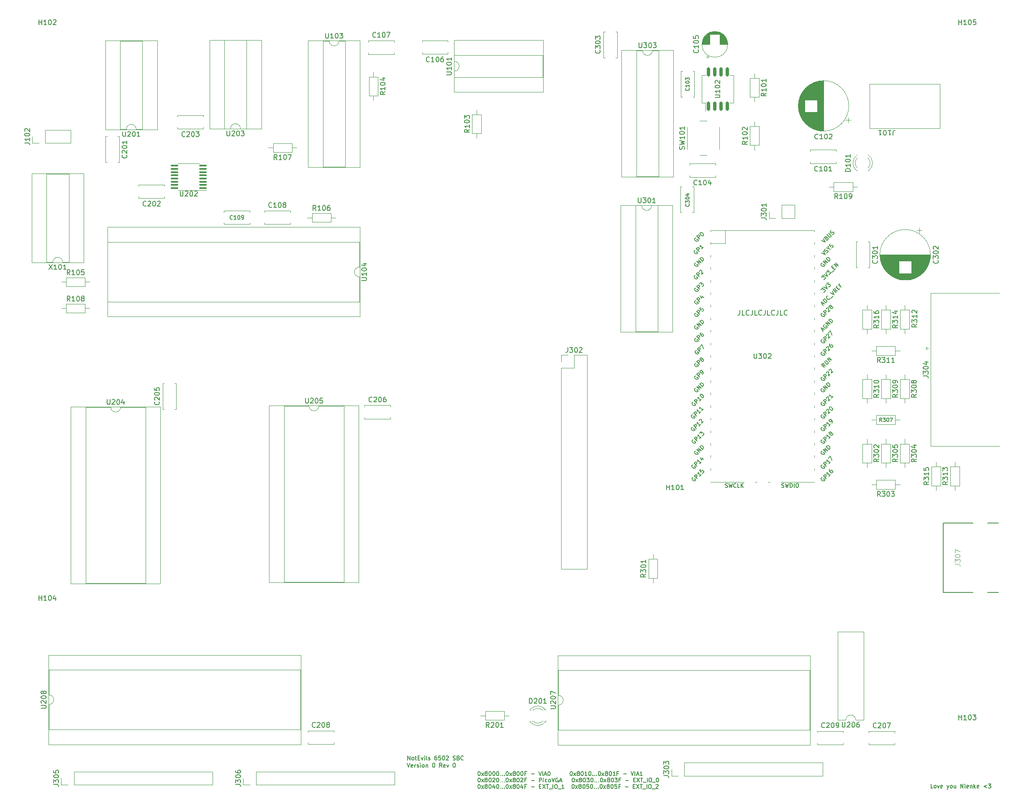
<source format=gto>
G04 #@! TF.GenerationSoftware,KiCad,Pcbnew,(6.0.6-0)*
G04 #@! TF.CreationDate,2022-10-30T19:45:58+01:00*
G04 #@! TF.ProjectId,nevil_sbc_rev0,6e657669-6c5f-4736-9263-5f726576302e,rev?*
G04 #@! TF.SameCoordinates,Original*
G04 #@! TF.FileFunction,Legend,Top*
G04 #@! TF.FilePolarity,Positive*
%FSLAX46Y46*%
G04 Gerber Fmt 4.6, Leading zero omitted, Abs format (unit mm)*
G04 Created by KiCad (PCBNEW (6.0.6-0)) date 2022-10-30 19:45:58*
%MOMM*%
%LPD*%
G01*
G04 APERTURE LIST*
G04 Aperture macros list*
%AMRoundRect*
0 Rectangle with rounded corners*
0 $1 Rounding radius*
0 $2 $3 $4 $5 $6 $7 $8 $9 X,Y pos of 4 corners*
0 Add a 4 corners polygon primitive as box body*
4,1,4,$2,$3,$4,$5,$6,$7,$8,$9,$2,$3,0*
0 Add four circle primitives for the rounded corners*
1,1,$1+$1,$2,$3*
1,1,$1+$1,$4,$5*
1,1,$1+$1,$6,$7*
1,1,$1+$1,$8,$9*
0 Add four rect primitives between the rounded corners*
20,1,$1+$1,$2,$3,$4,$5,0*
20,1,$1+$1,$4,$5,$6,$7,0*
20,1,$1+$1,$6,$7,$8,$9,0*
20,1,$1+$1,$8,$9,$2,$3,0*%
G04 Aperture macros list end*
%ADD10C,0.152400*%
%ADD11C,0.150000*%
%ADD12C,0.120000*%
%ADD13C,0.200000*%
%ADD14C,6.400000*%
%ADD15C,1.600000*%
%ADD16R,1.600000X1.600000*%
%ADD17R,2.400000X1.600000*%
%ADD18O,2.400000X1.600000*%
%ADD19R,1.600000X2.400000*%
%ADD20O,1.600000X2.400000*%
%ADD21C,2.000000*%
%ADD22C,1.400000*%
%ADD23O,1.400000X1.400000*%
%ADD24RoundRect,0.150000X0.150000X-0.800000X0.150000X0.800000X-0.150000X0.800000X-0.150000X-0.800000X0*%
%ADD25O,1.500000X1.500000*%
%ADD26O,1.800000X1.800000*%
%ADD27O,1.700000X1.700000*%
%ADD28R,3.500000X1.700000*%
%ADD29R,1.700000X1.700000*%
%ADD30R,1.700000X3.500000*%
%ADD31RoundRect,0.100000X0.637500X0.100000X-0.637500X0.100000X-0.637500X-0.100000X0.637500X-0.100000X0*%
%ADD32R,2.000000X2.000000*%
%ADD33R,1.800000X1.800000*%
%ADD34C,1.800000*%
%ADD35O,1.600000X1.600000*%
%ADD36O,2.900000X1.500000*%
%ADD37O,1.500000X2.900000*%
%ADD38O,1.500000X4.000000*%
%ADD39C,4.000000*%
G04 APERTURE END LIST*
D10*
X191316552Y-78344780D02*
X191316552Y-79059066D01*
X191268933Y-79201923D01*
X191173695Y-79297161D01*
X191030838Y-79344780D01*
X190935600Y-79344780D01*
X192268933Y-79344780D02*
X191792742Y-79344780D01*
X191792742Y-78344780D01*
X193173695Y-79249542D02*
X193126076Y-79297161D01*
X192983219Y-79344780D01*
X192887980Y-79344780D01*
X192745123Y-79297161D01*
X192649885Y-79201923D01*
X192602266Y-79106685D01*
X192554647Y-78916209D01*
X192554647Y-78773352D01*
X192602266Y-78582876D01*
X192649885Y-78487638D01*
X192745123Y-78392400D01*
X192887980Y-78344780D01*
X192983219Y-78344780D01*
X193126076Y-78392400D01*
X193173695Y-78440019D01*
X193887980Y-78344780D02*
X193887980Y-79059066D01*
X193840361Y-79201923D01*
X193745123Y-79297161D01*
X193602266Y-79344780D01*
X193507028Y-79344780D01*
X194840361Y-79344780D02*
X194364171Y-79344780D01*
X194364171Y-78344780D01*
X195745123Y-79249542D02*
X195697504Y-79297161D01*
X195554647Y-79344780D01*
X195459409Y-79344780D01*
X195316552Y-79297161D01*
X195221314Y-79201923D01*
X195173695Y-79106685D01*
X195126076Y-78916209D01*
X195126076Y-78773352D01*
X195173695Y-78582876D01*
X195221314Y-78487638D01*
X195316552Y-78392400D01*
X195459409Y-78344780D01*
X195554647Y-78344780D01*
X195697504Y-78392400D01*
X195745123Y-78440019D01*
X196459409Y-78344780D02*
X196459409Y-79059066D01*
X196411790Y-79201923D01*
X196316552Y-79297161D01*
X196173695Y-79344780D01*
X196078457Y-79344780D01*
X197411790Y-79344780D02*
X196935600Y-79344780D01*
X196935600Y-78344780D01*
X198316552Y-79249542D02*
X198268933Y-79297161D01*
X198126076Y-79344780D01*
X198030838Y-79344780D01*
X197887980Y-79297161D01*
X197792742Y-79201923D01*
X197745123Y-79106685D01*
X197697504Y-78916209D01*
X197697504Y-78773352D01*
X197745123Y-78582876D01*
X197792742Y-78487638D01*
X197887980Y-78392400D01*
X198030838Y-78344780D01*
X198126076Y-78344780D01*
X198268933Y-78392400D01*
X198316552Y-78440019D01*
X199030838Y-78344780D02*
X199030838Y-79059066D01*
X198983219Y-79201923D01*
X198887980Y-79297161D01*
X198745123Y-79344780D01*
X198649885Y-79344780D01*
X199983219Y-79344780D02*
X199507028Y-79344780D01*
X199507028Y-78344780D01*
X200887980Y-79249542D02*
X200840361Y-79297161D01*
X200697504Y-79344780D01*
X200602266Y-79344780D01*
X200459409Y-79297161D01*
X200364171Y-79201923D01*
X200316552Y-79106685D01*
X200268933Y-78916209D01*
X200268933Y-78773352D01*
X200316552Y-78582876D01*
X200364171Y-78487638D01*
X200459409Y-78392400D01*
X200602266Y-78344780D01*
X200697504Y-78344780D01*
X200840361Y-78392400D01*
X200887980Y-78440019D01*
X138521802Y-171779087D02*
X138599212Y-171779087D01*
X138676621Y-171817792D01*
X138715326Y-171856496D01*
X138754031Y-171933906D01*
X138792736Y-172088725D01*
X138792736Y-172282249D01*
X138754031Y-172437068D01*
X138715326Y-172514477D01*
X138676621Y-172553182D01*
X138599212Y-172591887D01*
X138521802Y-172591887D01*
X138444393Y-172553182D01*
X138405688Y-172514477D01*
X138366983Y-172437068D01*
X138328279Y-172282249D01*
X138328279Y-172088725D01*
X138366983Y-171933906D01*
X138405688Y-171856496D01*
X138444393Y-171817792D01*
X138521802Y-171779087D01*
X139063669Y-172591887D02*
X139489421Y-172050020D01*
X139063669Y-172050020D02*
X139489421Y-172591887D01*
X139915174Y-172127430D02*
X139837764Y-172088725D01*
X139799060Y-172050020D01*
X139760355Y-171972611D01*
X139760355Y-171933906D01*
X139799060Y-171856496D01*
X139837764Y-171817792D01*
X139915174Y-171779087D01*
X140069993Y-171779087D01*
X140147402Y-171817792D01*
X140186107Y-171856496D01*
X140224812Y-171933906D01*
X140224812Y-171972611D01*
X140186107Y-172050020D01*
X140147402Y-172088725D01*
X140069993Y-172127430D01*
X139915174Y-172127430D01*
X139837764Y-172166134D01*
X139799060Y-172204839D01*
X139760355Y-172282249D01*
X139760355Y-172437068D01*
X139799060Y-172514477D01*
X139837764Y-172553182D01*
X139915174Y-172591887D01*
X140069993Y-172591887D01*
X140147402Y-172553182D01*
X140186107Y-172514477D01*
X140224812Y-172437068D01*
X140224812Y-172282249D01*
X140186107Y-172204839D01*
X140147402Y-172166134D01*
X140069993Y-172127430D01*
X140727974Y-171779087D02*
X140805383Y-171779087D01*
X140882793Y-171817792D01*
X140921498Y-171856496D01*
X140960202Y-171933906D01*
X140998907Y-172088725D01*
X140998907Y-172282249D01*
X140960202Y-172437068D01*
X140921498Y-172514477D01*
X140882793Y-172553182D01*
X140805383Y-172591887D01*
X140727974Y-172591887D01*
X140650564Y-172553182D01*
X140611860Y-172514477D01*
X140573155Y-172437068D01*
X140534450Y-172282249D01*
X140534450Y-172088725D01*
X140573155Y-171933906D01*
X140611860Y-171856496D01*
X140650564Y-171817792D01*
X140727974Y-171779087D01*
X141502069Y-171779087D02*
X141579479Y-171779087D01*
X141656888Y-171817792D01*
X141695593Y-171856496D01*
X141734298Y-171933906D01*
X141773002Y-172088725D01*
X141773002Y-172282249D01*
X141734298Y-172437068D01*
X141695593Y-172514477D01*
X141656888Y-172553182D01*
X141579479Y-172591887D01*
X141502069Y-172591887D01*
X141424660Y-172553182D01*
X141385955Y-172514477D01*
X141347250Y-172437068D01*
X141308545Y-172282249D01*
X141308545Y-172088725D01*
X141347250Y-171933906D01*
X141385955Y-171856496D01*
X141424660Y-171817792D01*
X141502069Y-171779087D01*
X142276164Y-171779087D02*
X142353574Y-171779087D01*
X142430983Y-171817792D01*
X142469688Y-171856496D01*
X142508393Y-171933906D01*
X142547098Y-172088725D01*
X142547098Y-172282249D01*
X142508393Y-172437068D01*
X142469688Y-172514477D01*
X142430983Y-172553182D01*
X142353574Y-172591887D01*
X142276164Y-172591887D01*
X142198755Y-172553182D01*
X142160050Y-172514477D01*
X142121345Y-172437068D01*
X142082640Y-172282249D01*
X142082640Y-172088725D01*
X142121345Y-171933906D01*
X142160050Y-171856496D01*
X142198755Y-171817792D01*
X142276164Y-171779087D01*
X142895440Y-172514477D02*
X142934145Y-172553182D01*
X142895440Y-172591887D01*
X142856736Y-172553182D01*
X142895440Y-172514477D01*
X142895440Y-172591887D01*
X143282488Y-172514477D02*
X143321193Y-172553182D01*
X143282488Y-172591887D01*
X143243783Y-172553182D01*
X143282488Y-172514477D01*
X143282488Y-172591887D01*
X143669536Y-172514477D02*
X143708240Y-172553182D01*
X143669536Y-172591887D01*
X143630831Y-172553182D01*
X143669536Y-172514477D01*
X143669536Y-172591887D01*
X144211402Y-171779087D02*
X144288812Y-171779087D01*
X144366221Y-171817792D01*
X144404926Y-171856496D01*
X144443631Y-171933906D01*
X144482336Y-172088725D01*
X144482336Y-172282249D01*
X144443631Y-172437068D01*
X144404926Y-172514477D01*
X144366221Y-172553182D01*
X144288812Y-172591887D01*
X144211402Y-172591887D01*
X144133993Y-172553182D01*
X144095288Y-172514477D01*
X144056583Y-172437068D01*
X144017879Y-172282249D01*
X144017879Y-172088725D01*
X144056583Y-171933906D01*
X144095288Y-171856496D01*
X144133993Y-171817792D01*
X144211402Y-171779087D01*
X144753269Y-172591887D02*
X145179021Y-172050020D01*
X144753269Y-172050020D02*
X145179021Y-172591887D01*
X145604774Y-172127430D02*
X145527364Y-172088725D01*
X145488660Y-172050020D01*
X145449955Y-171972611D01*
X145449955Y-171933906D01*
X145488660Y-171856496D01*
X145527364Y-171817792D01*
X145604774Y-171779087D01*
X145759593Y-171779087D01*
X145837002Y-171817792D01*
X145875707Y-171856496D01*
X145914412Y-171933906D01*
X145914412Y-171972611D01*
X145875707Y-172050020D01*
X145837002Y-172088725D01*
X145759593Y-172127430D01*
X145604774Y-172127430D01*
X145527364Y-172166134D01*
X145488660Y-172204839D01*
X145449955Y-172282249D01*
X145449955Y-172437068D01*
X145488660Y-172514477D01*
X145527364Y-172553182D01*
X145604774Y-172591887D01*
X145759593Y-172591887D01*
X145837002Y-172553182D01*
X145875707Y-172514477D01*
X145914412Y-172437068D01*
X145914412Y-172282249D01*
X145875707Y-172204839D01*
X145837002Y-172166134D01*
X145759593Y-172127430D01*
X146417574Y-171779087D02*
X146494983Y-171779087D01*
X146572393Y-171817792D01*
X146611098Y-171856496D01*
X146649802Y-171933906D01*
X146688507Y-172088725D01*
X146688507Y-172282249D01*
X146649802Y-172437068D01*
X146611098Y-172514477D01*
X146572393Y-172553182D01*
X146494983Y-172591887D01*
X146417574Y-172591887D01*
X146340164Y-172553182D01*
X146301460Y-172514477D01*
X146262755Y-172437068D01*
X146224050Y-172282249D01*
X146224050Y-172088725D01*
X146262755Y-171933906D01*
X146301460Y-171856496D01*
X146340164Y-171817792D01*
X146417574Y-171779087D01*
X147191669Y-171779087D02*
X147269079Y-171779087D01*
X147346488Y-171817792D01*
X147385193Y-171856496D01*
X147423898Y-171933906D01*
X147462602Y-172088725D01*
X147462602Y-172282249D01*
X147423898Y-172437068D01*
X147385193Y-172514477D01*
X147346488Y-172553182D01*
X147269079Y-172591887D01*
X147191669Y-172591887D01*
X147114260Y-172553182D01*
X147075555Y-172514477D01*
X147036850Y-172437068D01*
X146998145Y-172282249D01*
X146998145Y-172088725D01*
X147036850Y-171933906D01*
X147075555Y-171856496D01*
X147114260Y-171817792D01*
X147191669Y-171779087D01*
X148081879Y-172166134D02*
X147810945Y-172166134D01*
X147810945Y-172591887D02*
X147810945Y-171779087D01*
X148197993Y-171779087D01*
X149126907Y-172282249D02*
X149746183Y-172282249D01*
X150636393Y-171779087D02*
X150907326Y-172591887D01*
X151178260Y-171779087D01*
X151449193Y-172591887D02*
X151449193Y-171779087D01*
X151797536Y-172359658D02*
X152184583Y-172359658D01*
X151720126Y-172591887D02*
X151991060Y-171779087D01*
X152261993Y-172591887D01*
X152687745Y-171779087D02*
X152765155Y-171779087D01*
X152842564Y-171817792D01*
X152881269Y-171856496D01*
X152919974Y-171933906D01*
X152958679Y-172088725D01*
X152958679Y-172282249D01*
X152919974Y-172437068D01*
X152881269Y-172514477D01*
X152842564Y-172553182D01*
X152765155Y-172591887D01*
X152687745Y-172591887D01*
X152610336Y-172553182D01*
X152571631Y-172514477D01*
X152532926Y-172437068D01*
X152494221Y-172282249D01*
X152494221Y-172088725D01*
X152532926Y-171933906D01*
X152571631Y-171856496D01*
X152610336Y-171817792D01*
X152687745Y-171779087D01*
X157177498Y-171779087D02*
X157254907Y-171779087D01*
X157332317Y-171817792D01*
X157371021Y-171856496D01*
X157409726Y-171933906D01*
X157448431Y-172088725D01*
X157448431Y-172282249D01*
X157409726Y-172437068D01*
X157371021Y-172514477D01*
X157332317Y-172553182D01*
X157254907Y-172591887D01*
X157177498Y-172591887D01*
X157100088Y-172553182D01*
X157061383Y-172514477D01*
X157022679Y-172437068D01*
X156983974Y-172282249D01*
X156983974Y-172088725D01*
X157022679Y-171933906D01*
X157061383Y-171856496D01*
X157100088Y-171817792D01*
X157177498Y-171779087D01*
X157719364Y-172591887D02*
X158145117Y-172050020D01*
X157719364Y-172050020D02*
X158145117Y-172591887D01*
X158570869Y-172127430D02*
X158493460Y-172088725D01*
X158454755Y-172050020D01*
X158416050Y-171972611D01*
X158416050Y-171933906D01*
X158454755Y-171856496D01*
X158493460Y-171817792D01*
X158570869Y-171779087D01*
X158725688Y-171779087D01*
X158803098Y-171817792D01*
X158841802Y-171856496D01*
X158880507Y-171933906D01*
X158880507Y-171972611D01*
X158841802Y-172050020D01*
X158803098Y-172088725D01*
X158725688Y-172127430D01*
X158570869Y-172127430D01*
X158493460Y-172166134D01*
X158454755Y-172204839D01*
X158416050Y-172282249D01*
X158416050Y-172437068D01*
X158454755Y-172514477D01*
X158493460Y-172553182D01*
X158570869Y-172591887D01*
X158725688Y-172591887D01*
X158803098Y-172553182D01*
X158841802Y-172514477D01*
X158880507Y-172437068D01*
X158880507Y-172282249D01*
X158841802Y-172204839D01*
X158803098Y-172166134D01*
X158725688Y-172127430D01*
X159383669Y-171779087D02*
X159461079Y-171779087D01*
X159538488Y-171817792D01*
X159577193Y-171856496D01*
X159615898Y-171933906D01*
X159654602Y-172088725D01*
X159654602Y-172282249D01*
X159615898Y-172437068D01*
X159577193Y-172514477D01*
X159538488Y-172553182D01*
X159461079Y-172591887D01*
X159383669Y-172591887D01*
X159306260Y-172553182D01*
X159267555Y-172514477D01*
X159228850Y-172437068D01*
X159190145Y-172282249D01*
X159190145Y-172088725D01*
X159228850Y-171933906D01*
X159267555Y-171856496D01*
X159306260Y-171817792D01*
X159383669Y-171779087D01*
X160428698Y-172591887D02*
X159964240Y-172591887D01*
X160196469Y-172591887D02*
X160196469Y-171779087D01*
X160119060Y-171895201D01*
X160041650Y-171972611D01*
X159964240Y-172011315D01*
X160931860Y-171779087D02*
X161009269Y-171779087D01*
X161086679Y-171817792D01*
X161125383Y-171856496D01*
X161164088Y-171933906D01*
X161202793Y-172088725D01*
X161202793Y-172282249D01*
X161164088Y-172437068D01*
X161125383Y-172514477D01*
X161086679Y-172553182D01*
X161009269Y-172591887D01*
X160931860Y-172591887D01*
X160854450Y-172553182D01*
X160815745Y-172514477D01*
X160777040Y-172437068D01*
X160738336Y-172282249D01*
X160738336Y-172088725D01*
X160777040Y-171933906D01*
X160815745Y-171856496D01*
X160854450Y-171817792D01*
X160931860Y-171779087D01*
X161551136Y-172514477D02*
X161589840Y-172553182D01*
X161551136Y-172591887D01*
X161512431Y-172553182D01*
X161551136Y-172514477D01*
X161551136Y-172591887D01*
X161938183Y-172514477D02*
X161976888Y-172553182D01*
X161938183Y-172591887D01*
X161899479Y-172553182D01*
X161938183Y-172514477D01*
X161938183Y-172591887D01*
X162325231Y-172514477D02*
X162363936Y-172553182D01*
X162325231Y-172591887D01*
X162286526Y-172553182D01*
X162325231Y-172514477D01*
X162325231Y-172591887D01*
X162867098Y-171779087D02*
X162944507Y-171779087D01*
X163021917Y-171817792D01*
X163060621Y-171856496D01*
X163099326Y-171933906D01*
X163138031Y-172088725D01*
X163138031Y-172282249D01*
X163099326Y-172437068D01*
X163060621Y-172514477D01*
X163021917Y-172553182D01*
X162944507Y-172591887D01*
X162867098Y-172591887D01*
X162789688Y-172553182D01*
X162750983Y-172514477D01*
X162712279Y-172437068D01*
X162673574Y-172282249D01*
X162673574Y-172088725D01*
X162712279Y-171933906D01*
X162750983Y-171856496D01*
X162789688Y-171817792D01*
X162867098Y-171779087D01*
X163408964Y-172591887D02*
X163834717Y-172050020D01*
X163408964Y-172050020D02*
X163834717Y-172591887D01*
X164260469Y-172127430D02*
X164183060Y-172088725D01*
X164144355Y-172050020D01*
X164105650Y-171972611D01*
X164105650Y-171933906D01*
X164144355Y-171856496D01*
X164183060Y-171817792D01*
X164260469Y-171779087D01*
X164415288Y-171779087D01*
X164492698Y-171817792D01*
X164531402Y-171856496D01*
X164570107Y-171933906D01*
X164570107Y-171972611D01*
X164531402Y-172050020D01*
X164492698Y-172088725D01*
X164415288Y-172127430D01*
X164260469Y-172127430D01*
X164183060Y-172166134D01*
X164144355Y-172204839D01*
X164105650Y-172282249D01*
X164105650Y-172437068D01*
X164144355Y-172514477D01*
X164183060Y-172553182D01*
X164260469Y-172591887D01*
X164415288Y-172591887D01*
X164492698Y-172553182D01*
X164531402Y-172514477D01*
X164570107Y-172437068D01*
X164570107Y-172282249D01*
X164531402Y-172204839D01*
X164492698Y-172166134D01*
X164415288Y-172127430D01*
X165073269Y-171779087D02*
X165150679Y-171779087D01*
X165228088Y-171817792D01*
X165266793Y-171856496D01*
X165305498Y-171933906D01*
X165344202Y-172088725D01*
X165344202Y-172282249D01*
X165305498Y-172437068D01*
X165266793Y-172514477D01*
X165228088Y-172553182D01*
X165150679Y-172591887D01*
X165073269Y-172591887D01*
X164995860Y-172553182D01*
X164957155Y-172514477D01*
X164918450Y-172437068D01*
X164879745Y-172282249D01*
X164879745Y-172088725D01*
X164918450Y-171933906D01*
X164957155Y-171856496D01*
X164995860Y-171817792D01*
X165073269Y-171779087D01*
X166118298Y-172591887D02*
X165653840Y-172591887D01*
X165886069Y-172591887D02*
X165886069Y-171779087D01*
X165808660Y-171895201D01*
X165731250Y-171972611D01*
X165653840Y-172011315D01*
X166737574Y-172166134D02*
X166466640Y-172166134D01*
X166466640Y-172591887D02*
X166466640Y-171779087D01*
X166853688Y-171779087D01*
X167782602Y-172282249D02*
X168401879Y-172282249D01*
X169292088Y-171779087D02*
X169563021Y-172591887D01*
X169833955Y-171779087D01*
X170104888Y-172591887D02*
X170104888Y-171779087D01*
X170453231Y-172359658D02*
X170840279Y-172359658D01*
X170375821Y-172591887D02*
X170646755Y-171779087D01*
X170917688Y-172591887D01*
X171614374Y-172591887D02*
X171149917Y-172591887D01*
X171382145Y-172591887D02*
X171382145Y-171779087D01*
X171304736Y-171895201D01*
X171227326Y-171972611D01*
X171149917Y-172011315D01*
X138521802Y-173087695D02*
X138599212Y-173087695D01*
X138676621Y-173126400D01*
X138715326Y-173165104D01*
X138754031Y-173242514D01*
X138792736Y-173397333D01*
X138792736Y-173590857D01*
X138754031Y-173745676D01*
X138715326Y-173823085D01*
X138676621Y-173861790D01*
X138599212Y-173900495D01*
X138521802Y-173900495D01*
X138444393Y-173861790D01*
X138405688Y-173823085D01*
X138366983Y-173745676D01*
X138328279Y-173590857D01*
X138328279Y-173397333D01*
X138366983Y-173242514D01*
X138405688Y-173165104D01*
X138444393Y-173126400D01*
X138521802Y-173087695D01*
X139063669Y-173900495D02*
X139489421Y-173358628D01*
X139063669Y-173358628D02*
X139489421Y-173900495D01*
X139915174Y-173436038D02*
X139837764Y-173397333D01*
X139799060Y-173358628D01*
X139760355Y-173281219D01*
X139760355Y-173242514D01*
X139799060Y-173165104D01*
X139837764Y-173126400D01*
X139915174Y-173087695D01*
X140069993Y-173087695D01*
X140147402Y-173126400D01*
X140186107Y-173165104D01*
X140224812Y-173242514D01*
X140224812Y-173281219D01*
X140186107Y-173358628D01*
X140147402Y-173397333D01*
X140069993Y-173436038D01*
X139915174Y-173436038D01*
X139837764Y-173474742D01*
X139799060Y-173513447D01*
X139760355Y-173590857D01*
X139760355Y-173745676D01*
X139799060Y-173823085D01*
X139837764Y-173861790D01*
X139915174Y-173900495D01*
X140069993Y-173900495D01*
X140147402Y-173861790D01*
X140186107Y-173823085D01*
X140224812Y-173745676D01*
X140224812Y-173590857D01*
X140186107Y-173513447D01*
X140147402Y-173474742D01*
X140069993Y-173436038D01*
X140727974Y-173087695D02*
X140805383Y-173087695D01*
X140882793Y-173126400D01*
X140921498Y-173165104D01*
X140960202Y-173242514D01*
X140998907Y-173397333D01*
X140998907Y-173590857D01*
X140960202Y-173745676D01*
X140921498Y-173823085D01*
X140882793Y-173861790D01*
X140805383Y-173900495D01*
X140727974Y-173900495D01*
X140650564Y-173861790D01*
X140611860Y-173823085D01*
X140573155Y-173745676D01*
X140534450Y-173590857D01*
X140534450Y-173397333D01*
X140573155Y-173242514D01*
X140611860Y-173165104D01*
X140650564Y-173126400D01*
X140727974Y-173087695D01*
X141308545Y-173165104D02*
X141347250Y-173126400D01*
X141424660Y-173087695D01*
X141618183Y-173087695D01*
X141695593Y-173126400D01*
X141734298Y-173165104D01*
X141773002Y-173242514D01*
X141773002Y-173319923D01*
X141734298Y-173436038D01*
X141269840Y-173900495D01*
X141773002Y-173900495D01*
X142276164Y-173087695D02*
X142353574Y-173087695D01*
X142430983Y-173126400D01*
X142469688Y-173165104D01*
X142508393Y-173242514D01*
X142547098Y-173397333D01*
X142547098Y-173590857D01*
X142508393Y-173745676D01*
X142469688Y-173823085D01*
X142430983Y-173861790D01*
X142353574Y-173900495D01*
X142276164Y-173900495D01*
X142198755Y-173861790D01*
X142160050Y-173823085D01*
X142121345Y-173745676D01*
X142082640Y-173590857D01*
X142082640Y-173397333D01*
X142121345Y-173242514D01*
X142160050Y-173165104D01*
X142198755Y-173126400D01*
X142276164Y-173087695D01*
X142895440Y-173823085D02*
X142934145Y-173861790D01*
X142895440Y-173900495D01*
X142856736Y-173861790D01*
X142895440Y-173823085D01*
X142895440Y-173900495D01*
X143282488Y-173823085D02*
X143321193Y-173861790D01*
X143282488Y-173900495D01*
X143243783Y-173861790D01*
X143282488Y-173823085D01*
X143282488Y-173900495D01*
X143669536Y-173823085D02*
X143708240Y-173861790D01*
X143669536Y-173900495D01*
X143630831Y-173861790D01*
X143669536Y-173823085D01*
X143669536Y-173900495D01*
X144211402Y-173087695D02*
X144288812Y-173087695D01*
X144366221Y-173126400D01*
X144404926Y-173165104D01*
X144443631Y-173242514D01*
X144482336Y-173397333D01*
X144482336Y-173590857D01*
X144443631Y-173745676D01*
X144404926Y-173823085D01*
X144366221Y-173861790D01*
X144288812Y-173900495D01*
X144211402Y-173900495D01*
X144133993Y-173861790D01*
X144095288Y-173823085D01*
X144056583Y-173745676D01*
X144017879Y-173590857D01*
X144017879Y-173397333D01*
X144056583Y-173242514D01*
X144095288Y-173165104D01*
X144133993Y-173126400D01*
X144211402Y-173087695D01*
X144753269Y-173900495D02*
X145179021Y-173358628D01*
X144753269Y-173358628D02*
X145179021Y-173900495D01*
X145604774Y-173436038D02*
X145527364Y-173397333D01*
X145488660Y-173358628D01*
X145449955Y-173281219D01*
X145449955Y-173242514D01*
X145488660Y-173165104D01*
X145527364Y-173126400D01*
X145604774Y-173087695D01*
X145759593Y-173087695D01*
X145837002Y-173126400D01*
X145875707Y-173165104D01*
X145914412Y-173242514D01*
X145914412Y-173281219D01*
X145875707Y-173358628D01*
X145837002Y-173397333D01*
X145759593Y-173436038D01*
X145604774Y-173436038D01*
X145527364Y-173474742D01*
X145488660Y-173513447D01*
X145449955Y-173590857D01*
X145449955Y-173745676D01*
X145488660Y-173823085D01*
X145527364Y-173861790D01*
X145604774Y-173900495D01*
X145759593Y-173900495D01*
X145837002Y-173861790D01*
X145875707Y-173823085D01*
X145914412Y-173745676D01*
X145914412Y-173590857D01*
X145875707Y-173513447D01*
X145837002Y-173474742D01*
X145759593Y-173436038D01*
X146417574Y-173087695D02*
X146494983Y-173087695D01*
X146572393Y-173126400D01*
X146611098Y-173165104D01*
X146649802Y-173242514D01*
X146688507Y-173397333D01*
X146688507Y-173590857D01*
X146649802Y-173745676D01*
X146611098Y-173823085D01*
X146572393Y-173861790D01*
X146494983Y-173900495D01*
X146417574Y-173900495D01*
X146340164Y-173861790D01*
X146301460Y-173823085D01*
X146262755Y-173745676D01*
X146224050Y-173590857D01*
X146224050Y-173397333D01*
X146262755Y-173242514D01*
X146301460Y-173165104D01*
X146340164Y-173126400D01*
X146417574Y-173087695D01*
X146998145Y-173165104D02*
X147036850Y-173126400D01*
X147114260Y-173087695D01*
X147307783Y-173087695D01*
X147385193Y-173126400D01*
X147423898Y-173165104D01*
X147462602Y-173242514D01*
X147462602Y-173319923D01*
X147423898Y-173436038D01*
X146959440Y-173900495D01*
X147462602Y-173900495D01*
X148081879Y-173474742D02*
X147810945Y-173474742D01*
X147810945Y-173900495D02*
X147810945Y-173087695D01*
X148197993Y-173087695D01*
X149126907Y-173590857D02*
X149746183Y-173590857D01*
X150752507Y-173900495D02*
X150752507Y-173087695D01*
X151062145Y-173087695D01*
X151139555Y-173126400D01*
X151178260Y-173165104D01*
X151216964Y-173242514D01*
X151216964Y-173358628D01*
X151178260Y-173436038D01*
X151139555Y-173474742D01*
X151062145Y-173513447D01*
X150752507Y-173513447D01*
X151565307Y-173900495D02*
X151565307Y-173358628D01*
X151565307Y-173087695D02*
X151526602Y-173126400D01*
X151565307Y-173165104D01*
X151604012Y-173126400D01*
X151565307Y-173087695D01*
X151565307Y-173165104D01*
X152300698Y-173861790D02*
X152223288Y-173900495D01*
X152068469Y-173900495D01*
X151991060Y-173861790D01*
X151952355Y-173823085D01*
X151913650Y-173745676D01*
X151913650Y-173513447D01*
X151952355Y-173436038D01*
X151991060Y-173397333D01*
X152068469Y-173358628D01*
X152223288Y-173358628D01*
X152300698Y-173397333D01*
X152765155Y-173900495D02*
X152687745Y-173861790D01*
X152649040Y-173823085D01*
X152610336Y-173745676D01*
X152610336Y-173513447D01*
X152649040Y-173436038D01*
X152687745Y-173397333D01*
X152765155Y-173358628D01*
X152881269Y-173358628D01*
X152958679Y-173397333D01*
X152997383Y-173436038D01*
X153036088Y-173513447D01*
X153036088Y-173745676D01*
X152997383Y-173823085D01*
X152958679Y-173861790D01*
X152881269Y-173900495D01*
X152765155Y-173900495D01*
X153268317Y-173087695D02*
X153539250Y-173900495D01*
X153810183Y-173087695D01*
X154506869Y-173126400D02*
X154429460Y-173087695D01*
X154313345Y-173087695D01*
X154197231Y-173126400D01*
X154119821Y-173203809D01*
X154081117Y-173281219D01*
X154042412Y-173436038D01*
X154042412Y-173552152D01*
X154081117Y-173706971D01*
X154119821Y-173784380D01*
X154197231Y-173861790D01*
X154313345Y-173900495D01*
X154390755Y-173900495D01*
X154506869Y-173861790D01*
X154545574Y-173823085D01*
X154545574Y-173552152D01*
X154390755Y-173552152D01*
X154855212Y-173668266D02*
X155242260Y-173668266D01*
X154777802Y-173900495D02*
X155048736Y-173087695D01*
X155319669Y-173900495D01*
X157603250Y-173087695D02*
X157680660Y-173087695D01*
X157758069Y-173126400D01*
X157796774Y-173165104D01*
X157835479Y-173242514D01*
X157874183Y-173397333D01*
X157874183Y-173590857D01*
X157835479Y-173745676D01*
X157796774Y-173823085D01*
X157758069Y-173861790D01*
X157680660Y-173900495D01*
X157603250Y-173900495D01*
X157525840Y-173861790D01*
X157487136Y-173823085D01*
X157448431Y-173745676D01*
X157409726Y-173590857D01*
X157409726Y-173397333D01*
X157448431Y-173242514D01*
X157487136Y-173165104D01*
X157525840Y-173126400D01*
X157603250Y-173087695D01*
X158145117Y-173900495D02*
X158570869Y-173358628D01*
X158145117Y-173358628D02*
X158570869Y-173900495D01*
X158996621Y-173436038D02*
X158919212Y-173397333D01*
X158880507Y-173358628D01*
X158841802Y-173281219D01*
X158841802Y-173242514D01*
X158880507Y-173165104D01*
X158919212Y-173126400D01*
X158996621Y-173087695D01*
X159151440Y-173087695D01*
X159228850Y-173126400D01*
X159267555Y-173165104D01*
X159306260Y-173242514D01*
X159306260Y-173281219D01*
X159267555Y-173358628D01*
X159228850Y-173397333D01*
X159151440Y-173436038D01*
X158996621Y-173436038D01*
X158919212Y-173474742D01*
X158880507Y-173513447D01*
X158841802Y-173590857D01*
X158841802Y-173745676D01*
X158880507Y-173823085D01*
X158919212Y-173861790D01*
X158996621Y-173900495D01*
X159151440Y-173900495D01*
X159228850Y-173861790D01*
X159267555Y-173823085D01*
X159306260Y-173745676D01*
X159306260Y-173590857D01*
X159267555Y-173513447D01*
X159228850Y-173474742D01*
X159151440Y-173436038D01*
X159809421Y-173087695D02*
X159886831Y-173087695D01*
X159964240Y-173126400D01*
X160002945Y-173165104D01*
X160041650Y-173242514D01*
X160080355Y-173397333D01*
X160080355Y-173590857D01*
X160041650Y-173745676D01*
X160002945Y-173823085D01*
X159964240Y-173861790D01*
X159886831Y-173900495D01*
X159809421Y-173900495D01*
X159732012Y-173861790D01*
X159693307Y-173823085D01*
X159654602Y-173745676D01*
X159615898Y-173590857D01*
X159615898Y-173397333D01*
X159654602Y-173242514D01*
X159693307Y-173165104D01*
X159732012Y-173126400D01*
X159809421Y-173087695D01*
X160351288Y-173087695D02*
X160854450Y-173087695D01*
X160583517Y-173397333D01*
X160699631Y-173397333D01*
X160777040Y-173436038D01*
X160815745Y-173474742D01*
X160854450Y-173552152D01*
X160854450Y-173745676D01*
X160815745Y-173823085D01*
X160777040Y-173861790D01*
X160699631Y-173900495D01*
X160467402Y-173900495D01*
X160389993Y-173861790D01*
X160351288Y-173823085D01*
X161357612Y-173087695D02*
X161435021Y-173087695D01*
X161512431Y-173126400D01*
X161551136Y-173165104D01*
X161589840Y-173242514D01*
X161628545Y-173397333D01*
X161628545Y-173590857D01*
X161589840Y-173745676D01*
X161551136Y-173823085D01*
X161512431Y-173861790D01*
X161435021Y-173900495D01*
X161357612Y-173900495D01*
X161280202Y-173861790D01*
X161241498Y-173823085D01*
X161202793Y-173745676D01*
X161164088Y-173590857D01*
X161164088Y-173397333D01*
X161202793Y-173242514D01*
X161241498Y-173165104D01*
X161280202Y-173126400D01*
X161357612Y-173087695D01*
X161976888Y-173823085D02*
X162015593Y-173861790D01*
X161976888Y-173900495D01*
X161938183Y-173861790D01*
X161976888Y-173823085D01*
X161976888Y-173900495D01*
X162363936Y-173823085D02*
X162402640Y-173861790D01*
X162363936Y-173900495D01*
X162325231Y-173861790D01*
X162363936Y-173823085D01*
X162363936Y-173900495D01*
X162750983Y-173823085D02*
X162789688Y-173861790D01*
X162750983Y-173900495D01*
X162712279Y-173861790D01*
X162750983Y-173823085D01*
X162750983Y-173900495D01*
X163292850Y-173087695D02*
X163370260Y-173087695D01*
X163447669Y-173126400D01*
X163486374Y-173165104D01*
X163525079Y-173242514D01*
X163563783Y-173397333D01*
X163563783Y-173590857D01*
X163525079Y-173745676D01*
X163486374Y-173823085D01*
X163447669Y-173861790D01*
X163370260Y-173900495D01*
X163292850Y-173900495D01*
X163215440Y-173861790D01*
X163176736Y-173823085D01*
X163138031Y-173745676D01*
X163099326Y-173590857D01*
X163099326Y-173397333D01*
X163138031Y-173242514D01*
X163176736Y-173165104D01*
X163215440Y-173126400D01*
X163292850Y-173087695D01*
X163834717Y-173900495D02*
X164260469Y-173358628D01*
X163834717Y-173358628D02*
X164260469Y-173900495D01*
X164686221Y-173436038D02*
X164608812Y-173397333D01*
X164570107Y-173358628D01*
X164531402Y-173281219D01*
X164531402Y-173242514D01*
X164570107Y-173165104D01*
X164608812Y-173126400D01*
X164686221Y-173087695D01*
X164841040Y-173087695D01*
X164918450Y-173126400D01*
X164957155Y-173165104D01*
X164995860Y-173242514D01*
X164995860Y-173281219D01*
X164957155Y-173358628D01*
X164918450Y-173397333D01*
X164841040Y-173436038D01*
X164686221Y-173436038D01*
X164608812Y-173474742D01*
X164570107Y-173513447D01*
X164531402Y-173590857D01*
X164531402Y-173745676D01*
X164570107Y-173823085D01*
X164608812Y-173861790D01*
X164686221Y-173900495D01*
X164841040Y-173900495D01*
X164918450Y-173861790D01*
X164957155Y-173823085D01*
X164995860Y-173745676D01*
X164995860Y-173590857D01*
X164957155Y-173513447D01*
X164918450Y-173474742D01*
X164841040Y-173436038D01*
X165499021Y-173087695D02*
X165576431Y-173087695D01*
X165653840Y-173126400D01*
X165692545Y-173165104D01*
X165731250Y-173242514D01*
X165769955Y-173397333D01*
X165769955Y-173590857D01*
X165731250Y-173745676D01*
X165692545Y-173823085D01*
X165653840Y-173861790D01*
X165576431Y-173900495D01*
X165499021Y-173900495D01*
X165421612Y-173861790D01*
X165382907Y-173823085D01*
X165344202Y-173745676D01*
X165305498Y-173590857D01*
X165305498Y-173397333D01*
X165344202Y-173242514D01*
X165382907Y-173165104D01*
X165421612Y-173126400D01*
X165499021Y-173087695D01*
X166040888Y-173087695D02*
X166544050Y-173087695D01*
X166273117Y-173397333D01*
X166389231Y-173397333D01*
X166466640Y-173436038D01*
X166505345Y-173474742D01*
X166544050Y-173552152D01*
X166544050Y-173745676D01*
X166505345Y-173823085D01*
X166466640Y-173861790D01*
X166389231Y-173900495D01*
X166157002Y-173900495D01*
X166079593Y-173861790D01*
X166040888Y-173823085D01*
X167163326Y-173474742D02*
X166892393Y-173474742D01*
X166892393Y-173900495D02*
X166892393Y-173087695D01*
X167279440Y-173087695D01*
X168208355Y-173590857D02*
X168827631Y-173590857D01*
X169833955Y-173474742D02*
X170104888Y-173474742D01*
X170221002Y-173900495D02*
X169833955Y-173900495D01*
X169833955Y-173087695D01*
X170221002Y-173087695D01*
X170491936Y-173087695D02*
X171033802Y-173900495D01*
X171033802Y-173087695D02*
X170491936Y-173900495D01*
X171227326Y-173087695D02*
X171691783Y-173087695D01*
X171459555Y-173900495D02*
X171459555Y-173087695D01*
X171769193Y-173977904D02*
X172388469Y-173977904D01*
X172581993Y-173900495D02*
X172581993Y-173087695D01*
X173123860Y-173087695D02*
X173278679Y-173087695D01*
X173356088Y-173126400D01*
X173433498Y-173203809D01*
X173472202Y-173358628D01*
X173472202Y-173629561D01*
X173433498Y-173784380D01*
X173356088Y-173861790D01*
X173278679Y-173900495D01*
X173123860Y-173900495D01*
X173046450Y-173861790D01*
X172969040Y-173784380D01*
X172930336Y-173629561D01*
X172930336Y-173358628D01*
X172969040Y-173203809D01*
X173046450Y-173126400D01*
X173123860Y-173087695D01*
X173627021Y-173977904D02*
X174246298Y-173977904D01*
X174594640Y-173087695D02*
X174672050Y-173087695D01*
X174749460Y-173126400D01*
X174788164Y-173165104D01*
X174826869Y-173242514D01*
X174865574Y-173397333D01*
X174865574Y-173590857D01*
X174826869Y-173745676D01*
X174788164Y-173823085D01*
X174749460Y-173861790D01*
X174672050Y-173900495D01*
X174594640Y-173900495D01*
X174517231Y-173861790D01*
X174478526Y-173823085D01*
X174439821Y-173745676D01*
X174401117Y-173590857D01*
X174401117Y-173397333D01*
X174439821Y-173242514D01*
X174478526Y-173165104D01*
X174517231Y-173126400D01*
X174594640Y-173087695D01*
X138521802Y-174396303D02*
X138599212Y-174396303D01*
X138676621Y-174435008D01*
X138715326Y-174473712D01*
X138754031Y-174551122D01*
X138792736Y-174705941D01*
X138792736Y-174899465D01*
X138754031Y-175054284D01*
X138715326Y-175131693D01*
X138676621Y-175170398D01*
X138599212Y-175209103D01*
X138521802Y-175209103D01*
X138444393Y-175170398D01*
X138405688Y-175131693D01*
X138366983Y-175054284D01*
X138328279Y-174899465D01*
X138328279Y-174705941D01*
X138366983Y-174551122D01*
X138405688Y-174473712D01*
X138444393Y-174435008D01*
X138521802Y-174396303D01*
X139063669Y-175209103D02*
X139489421Y-174667236D01*
X139063669Y-174667236D02*
X139489421Y-175209103D01*
X139915174Y-174744646D02*
X139837764Y-174705941D01*
X139799060Y-174667236D01*
X139760355Y-174589827D01*
X139760355Y-174551122D01*
X139799060Y-174473712D01*
X139837764Y-174435008D01*
X139915174Y-174396303D01*
X140069993Y-174396303D01*
X140147402Y-174435008D01*
X140186107Y-174473712D01*
X140224812Y-174551122D01*
X140224812Y-174589827D01*
X140186107Y-174667236D01*
X140147402Y-174705941D01*
X140069993Y-174744646D01*
X139915174Y-174744646D01*
X139837764Y-174783350D01*
X139799060Y-174822055D01*
X139760355Y-174899465D01*
X139760355Y-175054284D01*
X139799060Y-175131693D01*
X139837764Y-175170398D01*
X139915174Y-175209103D01*
X140069993Y-175209103D01*
X140147402Y-175170398D01*
X140186107Y-175131693D01*
X140224812Y-175054284D01*
X140224812Y-174899465D01*
X140186107Y-174822055D01*
X140147402Y-174783350D01*
X140069993Y-174744646D01*
X140727974Y-174396303D02*
X140805383Y-174396303D01*
X140882793Y-174435008D01*
X140921498Y-174473712D01*
X140960202Y-174551122D01*
X140998907Y-174705941D01*
X140998907Y-174899465D01*
X140960202Y-175054284D01*
X140921498Y-175131693D01*
X140882793Y-175170398D01*
X140805383Y-175209103D01*
X140727974Y-175209103D01*
X140650564Y-175170398D01*
X140611860Y-175131693D01*
X140573155Y-175054284D01*
X140534450Y-174899465D01*
X140534450Y-174705941D01*
X140573155Y-174551122D01*
X140611860Y-174473712D01*
X140650564Y-174435008D01*
X140727974Y-174396303D01*
X141695593Y-174667236D02*
X141695593Y-175209103D01*
X141502069Y-174357598D02*
X141308545Y-174938169D01*
X141811707Y-174938169D01*
X142276164Y-174396303D02*
X142353574Y-174396303D01*
X142430983Y-174435008D01*
X142469688Y-174473712D01*
X142508393Y-174551122D01*
X142547098Y-174705941D01*
X142547098Y-174899465D01*
X142508393Y-175054284D01*
X142469688Y-175131693D01*
X142430983Y-175170398D01*
X142353574Y-175209103D01*
X142276164Y-175209103D01*
X142198755Y-175170398D01*
X142160050Y-175131693D01*
X142121345Y-175054284D01*
X142082640Y-174899465D01*
X142082640Y-174705941D01*
X142121345Y-174551122D01*
X142160050Y-174473712D01*
X142198755Y-174435008D01*
X142276164Y-174396303D01*
X142895440Y-175131693D02*
X142934145Y-175170398D01*
X142895440Y-175209103D01*
X142856736Y-175170398D01*
X142895440Y-175131693D01*
X142895440Y-175209103D01*
X143282488Y-175131693D02*
X143321193Y-175170398D01*
X143282488Y-175209103D01*
X143243783Y-175170398D01*
X143282488Y-175131693D01*
X143282488Y-175209103D01*
X143669536Y-175131693D02*
X143708240Y-175170398D01*
X143669536Y-175209103D01*
X143630831Y-175170398D01*
X143669536Y-175131693D01*
X143669536Y-175209103D01*
X144211402Y-174396303D02*
X144288812Y-174396303D01*
X144366221Y-174435008D01*
X144404926Y-174473712D01*
X144443631Y-174551122D01*
X144482336Y-174705941D01*
X144482336Y-174899465D01*
X144443631Y-175054284D01*
X144404926Y-175131693D01*
X144366221Y-175170398D01*
X144288812Y-175209103D01*
X144211402Y-175209103D01*
X144133993Y-175170398D01*
X144095288Y-175131693D01*
X144056583Y-175054284D01*
X144017879Y-174899465D01*
X144017879Y-174705941D01*
X144056583Y-174551122D01*
X144095288Y-174473712D01*
X144133993Y-174435008D01*
X144211402Y-174396303D01*
X144753269Y-175209103D02*
X145179021Y-174667236D01*
X144753269Y-174667236D02*
X145179021Y-175209103D01*
X145604774Y-174744646D02*
X145527364Y-174705941D01*
X145488660Y-174667236D01*
X145449955Y-174589827D01*
X145449955Y-174551122D01*
X145488660Y-174473712D01*
X145527364Y-174435008D01*
X145604774Y-174396303D01*
X145759593Y-174396303D01*
X145837002Y-174435008D01*
X145875707Y-174473712D01*
X145914412Y-174551122D01*
X145914412Y-174589827D01*
X145875707Y-174667236D01*
X145837002Y-174705941D01*
X145759593Y-174744646D01*
X145604774Y-174744646D01*
X145527364Y-174783350D01*
X145488660Y-174822055D01*
X145449955Y-174899465D01*
X145449955Y-175054284D01*
X145488660Y-175131693D01*
X145527364Y-175170398D01*
X145604774Y-175209103D01*
X145759593Y-175209103D01*
X145837002Y-175170398D01*
X145875707Y-175131693D01*
X145914412Y-175054284D01*
X145914412Y-174899465D01*
X145875707Y-174822055D01*
X145837002Y-174783350D01*
X145759593Y-174744646D01*
X146417574Y-174396303D02*
X146494983Y-174396303D01*
X146572393Y-174435008D01*
X146611098Y-174473712D01*
X146649802Y-174551122D01*
X146688507Y-174705941D01*
X146688507Y-174899465D01*
X146649802Y-175054284D01*
X146611098Y-175131693D01*
X146572393Y-175170398D01*
X146494983Y-175209103D01*
X146417574Y-175209103D01*
X146340164Y-175170398D01*
X146301460Y-175131693D01*
X146262755Y-175054284D01*
X146224050Y-174899465D01*
X146224050Y-174705941D01*
X146262755Y-174551122D01*
X146301460Y-174473712D01*
X146340164Y-174435008D01*
X146417574Y-174396303D01*
X147385193Y-174667236D02*
X147385193Y-175209103D01*
X147191669Y-174357598D02*
X146998145Y-174938169D01*
X147501307Y-174938169D01*
X148081879Y-174783350D02*
X147810945Y-174783350D01*
X147810945Y-175209103D02*
X147810945Y-174396303D01*
X148197993Y-174396303D01*
X149126907Y-174899465D02*
X149746183Y-174899465D01*
X150752507Y-174783350D02*
X151023440Y-174783350D01*
X151139555Y-175209103D02*
X150752507Y-175209103D01*
X150752507Y-174396303D01*
X151139555Y-174396303D01*
X151410488Y-174396303D02*
X151952355Y-175209103D01*
X151952355Y-174396303D02*
X151410488Y-175209103D01*
X152145879Y-174396303D02*
X152610336Y-174396303D01*
X152378107Y-175209103D02*
X152378107Y-174396303D01*
X152687745Y-175286512D02*
X153307021Y-175286512D01*
X153500545Y-175209103D02*
X153500545Y-174396303D01*
X154042412Y-174396303D02*
X154197231Y-174396303D01*
X154274640Y-174435008D01*
X154352050Y-174512417D01*
X154390755Y-174667236D01*
X154390755Y-174938169D01*
X154352050Y-175092988D01*
X154274640Y-175170398D01*
X154197231Y-175209103D01*
X154042412Y-175209103D01*
X153965002Y-175170398D01*
X153887593Y-175092988D01*
X153848888Y-174938169D01*
X153848888Y-174667236D01*
X153887593Y-174512417D01*
X153965002Y-174435008D01*
X154042412Y-174396303D01*
X154545574Y-175286512D02*
X155164850Y-175286512D01*
X155784126Y-175209103D02*
X155319669Y-175209103D01*
X155551898Y-175209103D02*
X155551898Y-174396303D01*
X155474488Y-174512417D01*
X155397079Y-174589827D01*
X155319669Y-174628531D01*
X157525840Y-174396303D02*
X157603250Y-174396303D01*
X157680660Y-174435008D01*
X157719364Y-174473712D01*
X157758069Y-174551122D01*
X157796774Y-174705941D01*
X157796774Y-174899465D01*
X157758069Y-175054284D01*
X157719364Y-175131693D01*
X157680660Y-175170398D01*
X157603250Y-175209103D01*
X157525840Y-175209103D01*
X157448431Y-175170398D01*
X157409726Y-175131693D01*
X157371021Y-175054284D01*
X157332317Y-174899465D01*
X157332317Y-174705941D01*
X157371021Y-174551122D01*
X157409726Y-174473712D01*
X157448431Y-174435008D01*
X157525840Y-174396303D01*
X158067707Y-175209103D02*
X158493460Y-174667236D01*
X158067707Y-174667236D02*
X158493460Y-175209103D01*
X158919212Y-174744646D02*
X158841802Y-174705941D01*
X158803098Y-174667236D01*
X158764393Y-174589827D01*
X158764393Y-174551122D01*
X158803098Y-174473712D01*
X158841802Y-174435008D01*
X158919212Y-174396303D01*
X159074031Y-174396303D01*
X159151440Y-174435008D01*
X159190145Y-174473712D01*
X159228850Y-174551122D01*
X159228850Y-174589827D01*
X159190145Y-174667236D01*
X159151440Y-174705941D01*
X159074031Y-174744646D01*
X158919212Y-174744646D01*
X158841802Y-174783350D01*
X158803098Y-174822055D01*
X158764393Y-174899465D01*
X158764393Y-175054284D01*
X158803098Y-175131693D01*
X158841802Y-175170398D01*
X158919212Y-175209103D01*
X159074031Y-175209103D01*
X159151440Y-175170398D01*
X159190145Y-175131693D01*
X159228850Y-175054284D01*
X159228850Y-174899465D01*
X159190145Y-174822055D01*
X159151440Y-174783350D01*
X159074031Y-174744646D01*
X159732012Y-174396303D02*
X159809421Y-174396303D01*
X159886831Y-174435008D01*
X159925536Y-174473712D01*
X159964240Y-174551122D01*
X160002945Y-174705941D01*
X160002945Y-174899465D01*
X159964240Y-175054284D01*
X159925536Y-175131693D01*
X159886831Y-175170398D01*
X159809421Y-175209103D01*
X159732012Y-175209103D01*
X159654602Y-175170398D01*
X159615898Y-175131693D01*
X159577193Y-175054284D01*
X159538488Y-174899465D01*
X159538488Y-174705941D01*
X159577193Y-174551122D01*
X159615898Y-174473712D01*
X159654602Y-174435008D01*
X159732012Y-174396303D01*
X160738336Y-174396303D02*
X160351288Y-174396303D01*
X160312583Y-174783350D01*
X160351288Y-174744646D01*
X160428698Y-174705941D01*
X160622221Y-174705941D01*
X160699631Y-174744646D01*
X160738336Y-174783350D01*
X160777040Y-174860760D01*
X160777040Y-175054284D01*
X160738336Y-175131693D01*
X160699631Y-175170398D01*
X160622221Y-175209103D01*
X160428698Y-175209103D01*
X160351288Y-175170398D01*
X160312583Y-175131693D01*
X161280202Y-174396303D02*
X161357612Y-174396303D01*
X161435021Y-174435008D01*
X161473726Y-174473712D01*
X161512431Y-174551122D01*
X161551136Y-174705941D01*
X161551136Y-174899465D01*
X161512431Y-175054284D01*
X161473726Y-175131693D01*
X161435021Y-175170398D01*
X161357612Y-175209103D01*
X161280202Y-175209103D01*
X161202793Y-175170398D01*
X161164088Y-175131693D01*
X161125383Y-175054284D01*
X161086679Y-174899465D01*
X161086679Y-174705941D01*
X161125383Y-174551122D01*
X161164088Y-174473712D01*
X161202793Y-174435008D01*
X161280202Y-174396303D01*
X161899479Y-175131693D02*
X161938183Y-175170398D01*
X161899479Y-175209103D01*
X161860774Y-175170398D01*
X161899479Y-175131693D01*
X161899479Y-175209103D01*
X162286526Y-175131693D02*
X162325231Y-175170398D01*
X162286526Y-175209103D01*
X162247821Y-175170398D01*
X162286526Y-175131693D01*
X162286526Y-175209103D01*
X162673574Y-175131693D02*
X162712279Y-175170398D01*
X162673574Y-175209103D01*
X162634869Y-175170398D01*
X162673574Y-175131693D01*
X162673574Y-175209103D01*
X163215440Y-174396303D02*
X163292850Y-174396303D01*
X163370260Y-174435008D01*
X163408964Y-174473712D01*
X163447669Y-174551122D01*
X163486374Y-174705941D01*
X163486374Y-174899465D01*
X163447669Y-175054284D01*
X163408964Y-175131693D01*
X163370260Y-175170398D01*
X163292850Y-175209103D01*
X163215440Y-175209103D01*
X163138031Y-175170398D01*
X163099326Y-175131693D01*
X163060621Y-175054284D01*
X163021917Y-174899465D01*
X163021917Y-174705941D01*
X163060621Y-174551122D01*
X163099326Y-174473712D01*
X163138031Y-174435008D01*
X163215440Y-174396303D01*
X163757307Y-175209103D02*
X164183060Y-174667236D01*
X163757307Y-174667236D02*
X164183060Y-175209103D01*
X164608812Y-174744646D02*
X164531402Y-174705941D01*
X164492698Y-174667236D01*
X164453993Y-174589827D01*
X164453993Y-174551122D01*
X164492698Y-174473712D01*
X164531402Y-174435008D01*
X164608812Y-174396303D01*
X164763631Y-174396303D01*
X164841040Y-174435008D01*
X164879745Y-174473712D01*
X164918450Y-174551122D01*
X164918450Y-174589827D01*
X164879745Y-174667236D01*
X164841040Y-174705941D01*
X164763631Y-174744646D01*
X164608812Y-174744646D01*
X164531402Y-174783350D01*
X164492698Y-174822055D01*
X164453993Y-174899465D01*
X164453993Y-175054284D01*
X164492698Y-175131693D01*
X164531402Y-175170398D01*
X164608812Y-175209103D01*
X164763631Y-175209103D01*
X164841040Y-175170398D01*
X164879745Y-175131693D01*
X164918450Y-175054284D01*
X164918450Y-174899465D01*
X164879745Y-174822055D01*
X164841040Y-174783350D01*
X164763631Y-174744646D01*
X165421612Y-174396303D02*
X165499021Y-174396303D01*
X165576431Y-174435008D01*
X165615136Y-174473712D01*
X165653840Y-174551122D01*
X165692545Y-174705941D01*
X165692545Y-174899465D01*
X165653840Y-175054284D01*
X165615136Y-175131693D01*
X165576431Y-175170398D01*
X165499021Y-175209103D01*
X165421612Y-175209103D01*
X165344202Y-175170398D01*
X165305498Y-175131693D01*
X165266793Y-175054284D01*
X165228088Y-174899465D01*
X165228088Y-174705941D01*
X165266793Y-174551122D01*
X165305498Y-174473712D01*
X165344202Y-174435008D01*
X165421612Y-174396303D01*
X166427936Y-174396303D02*
X166040888Y-174396303D01*
X166002183Y-174783350D01*
X166040888Y-174744646D01*
X166118298Y-174705941D01*
X166311821Y-174705941D01*
X166389231Y-174744646D01*
X166427936Y-174783350D01*
X166466640Y-174860760D01*
X166466640Y-175054284D01*
X166427936Y-175131693D01*
X166389231Y-175170398D01*
X166311821Y-175209103D01*
X166118298Y-175209103D01*
X166040888Y-175170398D01*
X166002183Y-175131693D01*
X167085917Y-174783350D02*
X166814983Y-174783350D01*
X166814983Y-175209103D02*
X166814983Y-174396303D01*
X167202031Y-174396303D01*
X168130945Y-174899465D02*
X168750221Y-174899465D01*
X169756545Y-174783350D02*
X170027479Y-174783350D01*
X170143593Y-175209103D02*
X169756545Y-175209103D01*
X169756545Y-174396303D01*
X170143593Y-174396303D01*
X170414526Y-174396303D02*
X170956393Y-175209103D01*
X170956393Y-174396303D02*
X170414526Y-175209103D01*
X171149917Y-174396303D02*
X171614374Y-174396303D01*
X171382145Y-175209103D02*
X171382145Y-174396303D01*
X171691783Y-175286512D02*
X172311060Y-175286512D01*
X172504583Y-175209103D02*
X172504583Y-174396303D01*
X173046450Y-174396303D02*
X173201269Y-174396303D01*
X173278679Y-174435008D01*
X173356088Y-174512417D01*
X173394793Y-174667236D01*
X173394793Y-174938169D01*
X173356088Y-175092988D01*
X173278679Y-175170398D01*
X173201269Y-175209103D01*
X173046450Y-175209103D01*
X172969040Y-175170398D01*
X172891631Y-175092988D01*
X172852926Y-174938169D01*
X172852926Y-174667236D01*
X172891631Y-174512417D01*
X172969040Y-174435008D01*
X173046450Y-174396303D01*
X173549612Y-175286512D02*
X174168888Y-175286512D01*
X174323707Y-174473712D02*
X174362412Y-174435008D01*
X174439821Y-174396303D01*
X174633345Y-174396303D01*
X174710755Y-174435008D01*
X174749460Y-174473712D01*
X174788164Y-174551122D01*
X174788164Y-174628531D01*
X174749460Y-174744646D01*
X174285002Y-175209103D01*
X174788164Y-175209103D01*
X230365904Y-175119695D02*
X229978857Y-175119695D01*
X229978857Y-174306895D01*
X230752952Y-175119695D02*
X230675542Y-175080990D01*
X230636838Y-175042285D01*
X230598133Y-174964876D01*
X230598133Y-174732647D01*
X230636838Y-174655238D01*
X230675542Y-174616533D01*
X230752952Y-174577828D01*
X230869066Y-174577828D01*
X230946476Y-174616533D01*
X230985180Y-174655238D01*
X231023885Y-174732647D01*
X231023885Y-174964876D01*
X230985180Y-175042285D01*
X230946476Y-175080990D01*
X230869066Y-175119695D01*
X230752952Y-175119695D01*
X231294819Y-174577828D02*
X231488342Y-175119695D01*
X231681866Y-174577828D01*
X232301142Y-175080990D02*
X232223733Y-175119695D01*
X232068914Y-175119695D01*
X231991504Y-175080990D01*
X231952800Y-175003580D01*
X231952800Y-174693942D01*
X231991504Y-174616533D01*
X232068914Y-174577828D01*
X232223733Y-174577828D01*
X232301142Y-174616533D01*
X232339847Y-174693942D01*
X232339847Y-174771352D01*
X231952800Y-174848761D01*
X233230057Y-174577828D02*
X233423580Y-175119695D01*
X233617104Y-174577828D02*
X233423580Y-175119695D01*
X233346171Y-175313219D01*
X233307466Y-175351923D01*
X233230057Y-175390628D01*
X234042857Y-175119695D02*
X233965447Y-175080990D01*
X233926742Y-175042285D01*
X233888038Y-174964876D01*
X233888038Y-174732647D01*
X233926742Y-174655238D01*
X233965447Y-174616533D01*
X234042857Y-174577828D01*
X234158971Y-174577828D01*
X234236380Y-174616533D01*
X234275085Y-174655238D01*
X234313790Y-174732647D01*
X234313790Y-174964876D01*
X234275085Y-175042285D01*
X234236380Y-175080990D01*
X234158971Y-175119695D01*
X234042857Y-175119695D01*
X235010476Y-174577828D02*
X235010476Y-175119695D01*
X234662133Y-174577828D02*
X234662133Y-175003580D01*
X234700838Y-175080990D01*
X234778247Y-175119695D01*
X234894361Y-175119695D01*
X234971771Y-175080990D01*
X235010476Y-175042285D01*
X236016800Y-175119695D02*
X236016800Y-174306895D01*
X236481257Y-175119695D01*
X236481257Y-174306895D01*
X236868304Y-175119695D02*
X236868304Y-174577828D01*
X236868304Y-174306895D02*
X236829600Y-174345600D01*
X236868304Y-174384304D01*
X236907009Y-174345600D01*
X236868304Y-174306895D01*
X236868304Y-174384304D01*
X237564990Y-175080990D02*
X237487580Y-175119695D01*
X237332761Y-175119695D01*
X237255352Y-175080990D01*
X237216647Y-175003580D01*
X237216647Y-174693942D01*
X237255352Y-174616533D01*
X237332761Y-174577828D01*
X237487580Y-174577828D01*
X237564990Y-174616533D01*
X237603695Y-174693942D01*
X237603695Y-174771352D01*
X237216647Y-174848761D01*
X237952038Y-174577828D02*
X237952038Y-175119695D01*
X237952038Y-174655238D02*
X237990742Y-174616533D01*
X238068152Y-174577828D01*
X238184266Y-174577828D01*
X238261676Y-174616533D01*
X238300380Y-174693942D01*
X238300380Y-175119695D01*
X238687428Y-175119695D02*
X238687428Y-174306895D01*
X238764838Y-174810057D02*
X238997066Y-175119695D01*
X238997066Y-174577828D02*
X238687428Y-174887466D01*
X239655047Y-175080990D02*
X239577638Y-175119695D01*
X239422819Y-175119695D01*
X239345409Y-175080990D01*
X239306704Y-175003580D01*
X239306704Y-174693942D01*
X239345409Y-174616533D01*
X239422819Y-174577828D01*
X239577638Y-174577828D01*
X239655047Y-174616533D01*
X239693752Y-174693942D01*
X239693752Y-174771352D01*
X239306704Y-174848761D01*
X241280647Y-174577828D02*
X240661371Y-174810057D01*
X241280647Y-175042285D01*
X241590285Y-174306895D02*
X242093447Y-174306895D01*
X241822514Y-174616533D01*
X241938628Y-174616533D01*
X242016038Y-174655238D01*
X242054742Y-174693942D01*
X242093447Y-174771352D01*
X242093447Y-174964876D01*
X242054742Y-175042285D01*
X242016038Y-175080990D01*
X241938628Y-175119695D01*
X241706400Y-175119695D01*
X241628990Y-175080990D01*
X241590285Y-175042285D01*
X124034247Y-170090495D02*
X124305180Y-170903295D01*
X124576114Y-170090495D01*
X125156685Y-170864590D02*
X125079276Y-170903295D01*
X124924457Y-170903295D01*
X124847047Y-170864590D01*
X124808342Y-170787180D01*
X124808342Y-170477542D01*
X124847047Y-170400133D01*
X124924457Y-170361428D01*
X125079276Y-170361428D01*
X125156685Y-170400133D01*
X125195390Y-170477542D01*
X125195390Y-170554952D01*
X124808342Y-170632361D01*
X125543733Y-170903295D02*
X125543733Y-170361428D01*
X125543733Y-170516247D02*
X125582438Y-170438838D01*
X125621142Y-170400133D01*
X125698552Y-170361428D01*
X125775961Y-170361428D01*
X126008190Y-170864590D02*
X126085600Y-170903295D01*
X126240419Y-170903295D01*
X126317828Y-170864590D01*
X126356533Y-170787180D01*
X126356533Y-170748476D01*
X126317828Y-170671066D01*
X126240419Y-170632361D01*
X126124304Y-170632361D01*
X126046895Y-170593657D01*
X126008190Y-170516247D01*
X126008190Y-170477542D01*
X126046895Y-170400133D01*
X126124304Y-170361428D01*
X126240419Y-170361428D01*
X126317828Y-170400133D01*
X126704876Y-170903295D02*
X126704876Y-170361428D01*
X126704876Y-170090495D02*
X126666171Y-170129200D01*
X126704876Y-170167904D01*
X126743580Y-170129200D01*
X126704876Y-170090495D01*
X126704876Y-170167904D01*
X127208038Y-170903295D02*
X127130628Y-170864590D01*
X127091923Y-170825885D01*
X127053219Y-170748476D01*
X127053219Y-170516247D01*
X127091923Y-170438838D01*
X127130628Y-170400133D01*
X127208038Y-170361428D01*
X127324152Y-170361428D01*
X127401561Y-170400133D01*
X127440266Y-170438838D01*
X127478971Y-170516247D01*
X127478971Y-170748476D01*
X127440266Y-170825885D01*
X127401561Y-170864590D01*
X127324152Y-170903295D01*
X127208038Y-170903295D01*
X127827314Y-170361428D02*
X127827314Y-170903295D01*
X127827314Y-170438838D02*
X127866019Y-170400133D01*
X127943428Y-170361428D01*
X128059542Y-170361428D01*
X128136952Y-170400133D01*
X128175657Y-170477542D01*
X128175657Y-170903295D01*
X129336800Y-170090495D02*
X129414209Y-170090495D01*
X129491619Y-170129200D01*
X129530323Y-170167904D01*
X129569028Y-170245314D01*
X129607733Y-170400133D01*
X129607733Y-170593657D01*
X129569028Y-170748476D01*
X129530323Y-170825885D01*
X129491619Y-170864590D01*
X129414209Y-170903295D01*
X129336800Y-170903295D01*
X129259390Y-170864590D01*
X129220685Y-170825885D01*
X129181980Y-170748476D01*
X129143276Y-170593657D01*
X129143276Y-170400133D01*
X129181980Y-170245314D01*
X129220685Y-170167904D01*
X129259390Y-170129200D01*
X129336800Y-170090495D01*
X131039809Y-170903295D02*
X130768876Y-170516247D01*
X130575352Y-170903295D02*
X130575352Y-170090495D01*
X130884990Y-170090495D01*
X130962400Y-170129200D01*
X131001104Y-170167904D01*
X131039809Y-170245314D01*
X131039809Y-170361428D01*
X131001104Y-170438838D01*
X130962400Y-170477542D01*
X130884990Y-170516247D01*
X130575352Y-170516247D01*
X131697790Y-170864590D02*
X131620380Y-170903295D01*
X131465561Y-170903295D01*
X131388152Y-170864590D01*
X131349447Y-170787180D01*
X131349447Y-170477542D01*
X131388152Y-170400133D01*
X131465561Y-170361428D01*
X131620380Y-170361428D01*
X131697790Y-170400133D01*
X131736495Y-170477542D01*
X131736495Y-170554952D01*
X131349447Y-170632361D01*
X132007428Y-170361428D02*
X132200952Y-170903295D01*
X132394476Y-170361428D01*
X133478209Y-170090495D02*
X133555619Y-170090495D01*
X133633028Y-170129200D01*
X133671733Y-170167904D01*
X133710438Y-170245314D01*
X133749142Y-170400133D01*
X133749142Y-170593657D01*
X133710438Y-170748476D01*
X133671733Y-170825885D01*
X133633028Y-170864590D01*
X133555619Y-170903295D01*
X133478209Y-170903295D01*
X133400800Y-170864590D01*
X133362095Y-170825885D01*
X133323390Y-170748476D01*
X133284685Y-170593657D01*
X133284685Y-170400133D01*
X133323390Y-170245314D01*
X133362095Y-170167904D01*
X133400800Y-170129200D01*
X133478209Y-170090495D01*
X124131009Y-169430095D02*
X124131009Y-168617295D01*
X124595466Y-169430095D01*
X124595466Y-168617295D01*
X125098628Y-169430095D02*
X125021219Y-169391390D01*
X124982514Y-169352685D01*
X124943809Y-169275276D01*
X124943809Y-169043047D01*
X124982514Y-168965638D01*
X125021219Y-168926933D01*
X125098628Y-168888228D01*
X125214742Y-168888228D01*
X125292152Y-168926933D01*
X125330857Y-168965638D01*
X125369561Y-169043047D01*
X125369561Y-169275276D01*
X125330857Y-169352685D01*
X125292152Y-169391390D01*
X125214742Y-169430095D01*
X125098628Y-169430095D01*
X125601790Y-168888228D02*
X125911428Y-168888228D01*
X125717904Y-168617295D02*
X125717904Y-169313980D01*
X125756609Y-169391390D01*
X125834019Y-169430095D01*
X125911428Y-169430095D01*
X126182361Y-169004342D02*
X126453295Y-169004342D01*
X126569409Y-169430095D02*
X126182361Y-169430095D01*
X126182361Y-168617295D01*
X126569409Y-168617295D01*
X126840342Y-168888228D02*
X127033866Y-169430095D01*
X127227390Y-168888228D01*
X127537028Y-169430095D02*
X127537028Y-168888228D01*
X127537028Y-168617295D02*
X127498323Y-168656000D01*
X127537028Y-168694704D01*
X127575733Y-168656000D01*
X127537028Y-168617295D01*
X127537028Y-168694704D01*
X128040190Y-169430095D02*
X127962780Y-169391390D01*
X127924076Y-169313980D01*
X127924076Y-168617295D01*
X128311123Y-169391390D02*
X128388533Y-169430095D01*
X128543352Y-169430095D01*
X128620761Y-169391390D01*
X128659466Y-169313980D01*
X128659466Y-169275276D01*
X128620761Y-169197866D01*
X128543352Y-169159161D01*
X128427238Y-169159161D01*
X128349828Y-169120457D01*
X128311123Y-169043047D01*
X128311123Y-169004342D01*
X128349828Y-168926933D01*
X128427238Y-168888228D01*
X128543352Y-168888228D01*
X128620761Y-168926933D01*
X129975428Y-168617295D02*
X129820609Y-168617295D01*
X129743200Y-168656000D01*
X129704495Y-168694704D01*
X129627085Y-168810819D01*
X129588380Y-168965638D01*
X129588380Y-169275276D01*
X129627085Y-169352685D01*
X129665790Y-169391390D01*
X129743200Y-169430095D01*
X129898019Y-169430095D01*
X129975428Y-169391390D01*
X130014133Y-169352685D01*
X130052838Y-169275276D01*
X130052838Y-169081752D01*
X130014133Y-169004342D01*
X129975428Y-168965638D01*
X129898019Y-168926933D01*
X129743200Y-168926933D01*
X129665790Y-168965638D01*
X129627085Y-169004342D01*
X129588380Y-169081752D01*
X130788228Y-168617295D02*
X130401180Y-168617295D01*
X130362476Y-169004342D01*
X130401180Y-168965638D01*
X130478590Y-168926933D01*
X130672114Y-168926933D01*
X130749523Y-168965638D01*
X130788228Y-169004342D01*
X130826933Y-169081752D01*
X130826933Y-169275276D01*
X130788228Y-169352685D01*
X130749523Y-169391390D01*
X130672114Y-169430095D01*
X130478590Y-169430095D01*
X130401180Y-169391390D01*
X130362476Y-169352685D01*
X131330095Y-168617295D02*
X131407504Y-168617295D01*
X131484914Y-168656000D01*
X131523619Y-168694704D01*
X131562323Y-168772114D01*
X131601028Y-168926933D01*
X131601028Y-169120457D01*
X131562323Y-169275276D01*
X131523619Y-169352685D01*
X131484914Y-169391390D01*
X131407504Y-169430095D01*
X131330095Y-169430095D01*
X131252685Y-169391390D01*
X131213980Y-169352685D01*
X131175276Y-169275276D01*
X131136571Y-169120457D01*
X131136571Y-168926933D01*
X131175276Y-168772114D01*
X131213980Y-168694704D01*
X131252685Y-168656000D01*
X131330095Y-168617295D01*
X131910666Y-168694704D02*
X131949371Y-168656000D01*
X132026780Y-168617295D01*
X132220304Y-168617295D01*
X132297714Y-168656000D01*
X132336419Y-168694704D01*
X132375123Y-168772114D01*
X132375123Y-168849523D01*
X132336419Y-168965638D01*
X131871961Y-169430095D01*
X132375123Y-169430095D01*
X133304038Y-169391390D02*
X133420152Y-169430095D01*
X133613676Y-169430095D01*
X133691085Y-169391390D01*
X133729790Y-169352685D01*
X133768495Y-169275276D01*
X133768495Y-169197866D01*
X133729790Y-169120457D01*
X133691085Y-169081752D01*
X133613676Y-169043047D01*
X133458857Y-169004342D01*
X133381447Y-168965638D01*
X133342742Y-168926933D01*
X133304038Y-168849523D01*
X133304038Y-168772114D01*
X133342742Y-168694704D01*
X133381447Y-168656000D01*
X133458857Y-168617295D01*
X133652380Y-168617295D01*
X133768495Y-168656000D01*
X134387771Y-169004342D02*
X134503885Y-169043047D01*
X134542590Y-169081752D01*
X134581295Y-169159161D01*
X134581295Y-169275276D01*
X134542590Y-169352685D01*
X134503885Y-169391390D01*
X134426476Y-169430095D01*
X134116838Y-169430095D01*
X134116838Y-168617295D01*
X134387771Y-168617295D01*
X134465180Y-168656000D01*
X134503885Y-168694704D01*
X134542590Y-168772114D01*
X134542590Y-168849523D01*
X134503885Y-168926933D01*
X134465180Y-168965638D01*
X134387771Y-169004342D01*
X134116838Y-169004342D01*
X135394095Y-169352685D02*
X135355390Y-169391390D01*
X135239276Y-169430095D01*
X135161866Y-169430095D01*
X135045752Y-169391390D01*
X134968342Y-169313980D01*
X134929638Y-169236571D01*
X134890933Y-169081752D01*
X134890933Y-168965638D01*
X134929638Y-168810819D01*
X134968342Y-168733409D01*
X135045752Y-168656000D01*
X135161866Y-168617295D01*
X135239276Y-168617295D01*
X135355390Y-168656000D01*
X135394095Y-168694704D01*
D11*
X176492114Y-114717980D02*
X176492114Y-113717980D01*
X176492114Y-114194171D02*
X177063542Y-114194171D01*
X177063542Y-114717980D02*
X177063542Y-113717980D01*
X178063542Y-114717980D02*
X177492114Y-114717980D01*
X177777828Y-114717980D02*
X177777828Y-113717980D01*
X177682590Y-113860838D01*
X177587352Y-113956076D01*
X177492114Y-114003695D01*
X178682590Y-113717980D02*
X178777828Y-113717980D01*
X178873066Y-113765600D01*
X178920685Y-113813219D01*
X178968304Y-113908457D01*
X179015923Y-114098933D01*
X179015923Y-114337028D01*
X178968304Y-114527504D01*
X178920685Y-114622742D01*
X178873066Y-114670361D01*
X178777828Y-114717980D01*
X178682590Y-114717980D01*
X178587352Y-114670361D01*
X178539733Y-114622742D01*
X178492114Y-114527504D01*
X178444495Y-114337028D01*
X178444495Y-114098933D01*
X178492114Y-113908457D01*
X178539733Y-113813219D01*
X178587352Y-113765600D01*
X178682590Y-113717980D01*
X179968304Y-114717980D02*
X179396876Y-114717980D01*
X179682590Y-114717980D02*
X179682590Y-113717980D01*
X179587352Y-113860838D01*
X179492114Y-113956076D01*
X179396876Y-114003695D01*
X235623314Y-20534780D02*
X235623314Y-19534780D01*
X235623314Y-20010971D02*
X236194742Y-20010971D01*
X236194742Y-20534780D02*
X236194742Y-19534780D01*
X237194742Y-20534780D02*
X236623314Y-20534780D01*
X236909028Y-20534780D02*
X236909028Y-19534780D01*
X236813790Y-19677638D01*
X236718552Y-19772876D01*
X236623314Y-19820495D01*
X237813790Y-19534780D02*
X237909028Y-19534780D01*
X238004266Y-19582400D01*
X238051885Y-19630019D01*
X238099504Y-19725257D01*
X238147123Y-19915733D01*
X238147123Y-20153828D01*
X238099504Y-20344304D01*
X238051885Y-20439542D01*
X238004266Y-20487161D01*
X237909028Y-20534780D01*
X237813790Y-20534780D01*
X237718552Y-20487161D01*
X237670933Y-20439542D01*
X237623314Y-20344304D01*
X237575695Y-20153828D01*
X237575695Y-19915733D01*
X237623314Y-19725257D01*
X237670933Y-19630019D01*
X237718552Y-19582400D01*
X237813790Y-19534780D01*
X239051885Y-19534780D02*
X238575695Y-19534780D01*
X238528076Y-20010971D01*
X238575695Y-19963352D01*
X238670933Y-19915733D01*
X238909028Y-19915733D01*
X239004266Y-19963352D01*
X239051885Y-20010971D01*
X239099504Y-20106209D01*
X239099504Y-20344304D01*
X239051885Y-20439542D01*
X239004266Y-20487161D01*
X238909028Y-20534780D01*
X238670933Y-20534780D01*
X238575695Y-20487161D01*
X238528076Y-20439542D01*
X235623314Y-161301580D02*
X235623314Y-160301580D01*
X235623314Y-160777771D02*
X236194742Y-160777771D01*
X236194742Y-161301580D02*
X236194742Y-160301580D01*
X237194742Y-161301580D02*
X236623314Y-161301580D01*
X236909028Y-161301580D02*
X236909028Y-160301580D01*
X236813790Y-160444438D01*
X236718552Y-160539676D01*
X236623314Y-160587295D01*
X237813790Y-160301580D02*
X237909028Y-160301580D01*
X238004266Y-160349200D01*
X238051885Y-160396819D01*
X238099504Y-160492057D01*
X238147123Y-160682533D01*
X238147123Y-160920628D01*
X238099504Y-161111104D01*
X238051885Y-161206342D01*
X238004266Y-161253961D01*
X237909028Y-161301580D01*
X237813790Y-161301580D01*
X237718552Y-161253961D01*
X237670933Y-161206342D01*
X237623314Y-161111104D01*
X237575695Y-160920628D01*
X237575695Y-160682533D01*
X237623314Y-160492057D01*
X237670933Y-160396819D01*
X237718552Y-160349200D01*
X237813790Y-160301580D01*
X238480457Y-160301580D02*
X239099504Y-160301580D01*
X238766171Y-160682533D01*
X238909028Y-160682533D01*
X239004266Y-160730152D01*
X239051885Y-160777771D01*
X239099504Y-160873009D01*
X239099504Y-161111104D01*
X239051885Y-161206342D01*
X239004266Y-161253961D01*
X238909028Y-161301580D01*
X238623314Y-161301580D01*
X238528076Y-161253961D01*
X238480457Y-161206342D01*
X181014257Y-33402085D02*
X181049971Y-33437800D01*
X181085685Y-33544942D01*
X181085685Y-33616371D01*
X181049971Y-33723514D01*
X180978542Y-33794942D01*
X180907114Y-33830657D01*
X180764257Y-33866371D01*
X180657114Y-33866371D01*
X180514257Y-33830657D01*
X180442828Y-33794942D01*
X180371400Y-33723514D01*
X180335685Y-33616371D01*
X180335685Y-33544942D01*
X180371400Y-33437800D01*
X180407114Y-33402085D01*
X181085685Y-32687800D02*
X181085685Y-33116371D01*
X181085685Y-32902085D02*
X180335685Y-32902085D01*
X180442828Y-32973514D01*
X180514257Y-33044942D01*
X180549971Y-33116371D01*
X180335685Y-32223514D02*
X180335685Y-32152085D01*
X180371400Y-32080657D01*
X180407114Y-32044942D01*
X180478542Y-32009228D01*
X180621400Y-31973514D01*
X180799971Y-31973514D01*
X180942828Y-32009228D01*
X181014257Y-32044942D01*
X181049971Y-32080657D01*
X181085685Y-32152085D01*
X181085685Y-32223514D01*
X181049971Y-32294942D01*
X181014257Y-32330657D01*
X180942828Y-32366371D01*
X180799971Y-32402085D01*
X180621400Y-32402085D01*
X180478542Y-32366371D01*
X180407114Y-32330657D01*
X180371400Y-32294942D01*
X180335685Y-32223514D01*
X180335685Y-31723514D02*
X180335685Y-31259228D01*
X180621400Y-31509228D01*
X180621400Y-31402085D01*
X180657114Y-31330657D01*
X180692828Y-31294942D01*
X180764257Y-31259228D01*
X180942828Y-31259228D01*
X181014257Y-31294942D01*
X181049971Y-31330657D01*
X181085685Y-31402085D01*
X181085685Y-31616371D01*
X181049971Y-31687800D01*
X181014257Y-31723514D01*
X182865342Y-25620647D02*
X182912961Y-25668266D01*
X182960580Y-25811123D01*
X182960580Y-25906361D01*
X182912961Y-26049219D01*
X182817723Y-26144457D01*
X182722485Y-26192076D01*
X182532009Y-26239695D01*
X182389152Y-26239695D01*
X182198676Y-26192076D01*
X182103438Y-26144457D01*
X182008200Y-26049219D01*
X181960580Y-25906361D01*
X181960580Y-25811123D01*
X182008200Y-25668266D01*
X182055819Y-25620647D01*
X182960580Y-24668266D02*
X182960580Y-25239695D01*
X182960580Y-24953980D02*
X181960580Y-24953980D01*
X182103438Y-25049219D01*
X182198676Y-25144457D01*
X182246295Y-25239695D01*
X181960580Y-24049219D02*
X181960580Y-23953980D01*
X182008200Y-23858742D01*
X182055819Y-23811123D01*
X182151057Y-23763504D01*
X182341533Y-23715885D01*
X182579628Y-23715885D01*
X182770104Y-23763504D01*
X182865342Y-23811123D01*
X182912961Y-23858742D01*
X182960580Y-23953980D01*
X182960580Y-24049219D01*
X182912961Y-24144457D01*
X182865342Y-24192076D01*
X182770104Y-24239695D01*
X182579628Y-24287314D01*
X182341533Y-24287314D01*
X182151057Y-24239695D01*
X182055819Y-24192076D01*
X182008200Y-24144457D01*
X181960580Y-24049219D01*
X181960580Y-22811123D02*
X181960580Y-23287314D01*
X182436771Y-23334933D01*
X182389152Y-23287314D01*
X182341533Y-23192076D01*
X182341533Y-22953980D01*
X182389152Y-22858742D01*
X182436771Y-22811123D01*
X182532009Y-22763504D01*
X182770104Y-22763504D01*
X182865342Y-22811123D01*
X182912961Y-22858742D01*
X182960580Y-22953980D01*
X182960580Y-23192076D01*
X182912961Y-23287314D01*
X182865342Y-23334933D01*
X88665161Y-59874114D02*
X88627066Y-59912209D01*
X88512780Y-59950304D01*
X88436590Y-59950304D01*
X88322304Y-59912209D01*
X88246114Y-59836019D01*
X88208019Y-59759828D01*
X88169923Y-59607447D01*
X88169923Y-59493161D01*
X88208019Y-59340780D01*
X88246114Y-59264590D01*
X88322304Y-59188400D01*
X88436590Y-59150304D01*
X88512780Y-59150304D01*
X88627066Y-59188400D01*
X88665161Y-59226495D01*
X89427066Y-59950304D02*
X88969923Y-59950304D01*
X89198495Y-59950304D02*
X89198495Y-59150304D01*
X89122304Y-59264590D01*
X89046114Y-59340780D01*
X88969923Y-59378876D01*
X89922304Y-59150304D02*
X89998495Y-59150304D01*
X90074685Y-59188400D01*
X90112780Y-59226495D01*
X90150876Y-59302685D01*
X90188971Y-59455066D01*
X90188971Y-59645542D01*
X90150876Y-59797923D01*
X90112780Y-59874114D01*
X90074685Y-59912209D01*
X89998495Y-59950304D01*
X89922304Y-59950304D01*
X89846114Y-59912209D01*
X89808019Y-59874114D01*
X89769923Y-59797923D01*
X89731828Y-59645542D01*
X89731828Y-59455066D01*
X89769923Y-59302685D01*
X89808019Y-59226495D01*
X89846114Y-59188400D01*
X89922304Y-59150304D01*
X90569923Y-59950304D02*
X90722304Y-59950304D01*
X90798495Y-59912209D01*
X90836590Y-59874114D01*
X90912780Y-59759828D01*
X90950876Y-59607447D01*
X90950876Y-59302685D01*
X90912780Y-59226495D01*
X90874685Y-59188400D01*
X90798495Y-59150304D01*
X90646114Y-59150304D01*
X90569923Y-59188400D01*
X90531828Y-59226495D01*
X90493733Y-59302685D01*
X90493733Y-59493161D01*
X90531828Y-59569352D01*
X90569923Y-59607447D01*
X90646114Y-59645542D01*
X90798495Y-59645542D01*
X90874685Y-59607447D01*
X90912780Y-59569352D01*
X90950876Y-59493161D01*
X103441714Y-96182380D02*
X103441714Y-96991904D01*
X103489333Y-97087142D01*
X103536952Y-97134761D01*
X103632190Y-97182380D01*
X103822666Y-97182380D01*
X103917904Y-97134761D01*
X103965523Y-97087142D01*
X104013142Y-96991904D01*
X104013142Y-96182380D01*
X104441714Y-96277619D02*
X104489333Y-96230000D01*
X104584571Y-96182380D01*
X104822666Y-96182380D01*
X104917904Y-96230000D01*
X104965523Y-96277619D01*
X105013142Y-96372857D01*
X105013142Y-96468095D01*
X104965523Y-96610952D01*
X104394095Y-97182380D01*
X105013142Y-97182380D01*
X105632190Y-96182380D02*
X105727428Y-96182380D01*
X105822666Y-96230000D01*
X105870285Y-96277619D01*
X105917904Y-96372857D01*
X105965523Y-96563333D01*
X105965523Y-96801428D01*
X105917904Y-96991904D01*
X105870285Y-97087142D01*
X105822666Y-97134761D01*
X105727428Y-97182380D01*
X105632190Y-97182380D01*
X105536952Y-97134761D01*
X105489333Y-97087142D01*
X105441714Y-96991904D01*
X105394095Y-96801428D01*
X105394095Y-96563333D01*
X105441714Y-96372857D01*
X105489333Y-96277619D01*
X105536952Y-96230000D01*
X105632190Y-96182380D01*
X106870285Y-96182380D02*
X106394095Y-96182380D01*
X106346476Y-96658571D01*
X106394095Y-96610952D01*
X106489333Y-96563333D01*
X106727428Y-96563333D01*
X106822666Y-96610952D01*
X106870285Y-96658571D01*
X106917904Y-96753809D01*
X106917904Y-96991904D01*
X106870285Y-97087142D01*
X106822666Y-97134761D01*
X106727428Y-97182380D01*
X106489333Y-97182380D01*
X106394095Y-97134761D01*
X106346476Y-97087142D01*
X170914114Y-24203780D02*
X170914114Y-25013304D01*
X170961733Y-25108542D01*
X171009352Y-25156161D01*
X171104590Y-25203780D01*
X171295066Y-25203780D01*
X171390304Y-25156161D01*
X171437923Y-25108542D01*
X171485542Y-25013304D01*
X171485542Y-24203780D01*
X171866495Y-24203780D02*
X172485542Y-24203780D01*
X172152209Y-24584733D01*
X172295066Y-24584733D01*
X172390304Y-24632352D01*
X172437923Y-24679971D01*
X172485542Y-24775209D01*
X172485542Y-25013304D01*
X172437923Y-25108542D01*
X172390304Y-25156161D01*
X172295066Y-25203780D01*
X172009352Y-25203780D01*
X171914114Y-25156161D01*
X171866495Y-25108542D01*
X173104590Y-24203780D02*
X173199828Y-24203780D01*
X173295066Y-24251400D01*
X173342685Y-24299019D01*
X173390304Y-24394257D01*
X173437923Y-24584733D01*
X173437923Y-24822828D01*
X173390304Y-25013304D01*
X173342685Y-25108542D01*
X173295066Y-25156161D01*
X173199828Y-25203780D01*
X173104590Y-25203780D01*
X173009352Y-25156161D01*
X172961733Y-25108542D01*
X172914114Y-25013304D01*
X172866495Y-24822828D01*
X172866495Y-24584733D01*
X172914114Y-24394257D01*
X172961733Y-24299019D01*
X173009352Y-24251400D01*
X173104590Y-24203780D01*
X173771257Y-24203780D02*
X174390304Y-24203780D01*
X174056971Y-24584733D01*
X174199828Y-24584733D01*
X174295066Y-24632352D01*
X174342685Y-24679971D01*
X174390304Y-24775209D01*
X174390304Y-25013304D01*
X174342685Y-25108542D01*
X174295066Y-25156161D01*
X174199828Y-25203780D01*
X173914114Y-25203780D01*
X173818876Y-25156161D01*
X173771257Y-25108542D01*
X153032580Y-159046885D02*
X153842104Y-159046885D01*
X153937342Y-158999266D01*
X153984961Y-158951647D01*
X154032580Y-158856409D01*
X154032580Y-158665933D01*
X153984961Y-158570695D01*
X153937342Y-158523076D01*
X153842104Y-158475457D01*
X153032580Y-158475457D01*
X153127819Y-158046885D02*
X153080200Y-157999266D01*
X153032580Y-157904028D01*
X153032580Y-157665933D01*
X153080200Y-157570695D01*
X153127819Y-157523076D01*
X153223057Y-157475457D01*
X153318295Y-157475457D01*
X153461152Y-157523076D01*
X154032580Y-158094504D01*
X154032580Y-157475457D01*
X153032580Y-156856409D02*
X153032580Y-156761171D01*
X153080200Y-156665933D01*
X153127819Y-156618314D01*
X153223057Y-156570695D01*
X153413533Y-156523076D01*
X153651628Y-156523076D01*
X153842104Y-156570695D01*
X153937342Y-156618314D01*
X153984961Y-156665933D01*
X154032580Y-156761171D01*
X154032580Y-156856409D01*
X153984961Y-156951647D01*
X153937342Y-156999266D01*
X153842104Y-157046885D01*
X153651628Y-157094504D01*
X153413533Y-157094504D01*
X153223057Y-157046885D01*
X153127819Y-156999266D01*
X153080200Y-156951647D01*
X153032580Y-156856409D01*
X153032580Y-156189742D02*
X153032580Y-155523076D01*
X154032580Y-155951647D01*
X107515714Y-22273380D02*
X107515714Y-23082904D01*
X107563333Y-23178142D01*
X107610952Y-23225761D01*
X107706190Y-23273380D01*
X107896666Y-23273380D01*
X107991904Y-23225761D01*
X108039523Y-23178142D01*
X108087142Y-23082904D01*
X108087142Y-22273380D01*
X109087142Y-23273380D02*
X108515714Y-23273380D01*
X108801428Y-23273380D02*
X108801428Y-22273380D01*
X108706190Y-22416238D01*
X108610952Y-22511476D01*
X108515714Y-22559095D01*
X109706190Y-22273380D02*
X109801428Y-22273380D01*
X109896666Y-22321000D01*
X109944285Y-22368619D01*
X109991904Y-22463857D01*
X110039523Y-22654333D01*
X110039523Y-22892428D01*
X109991904Y-23082904D01*
X109944285Y-23178142D01*
X109896666Y-23225761D01*
X109801428Y-23273380D01*
X109706190Y-23273380D01*
X109610952Y-23225761D01*
X109563333Y-23178142D01*
X109515714Y-23082904D01*
X109468095Y-22892428D01*
X109468095Y-22654333D01*
X109515714Y-22463857D01*
X109563333Y-22368619D01*
X109610952Y-22321000D01*
X109706190Y-22273380D01*
X110372857Y-22273380D02*
X110991904Y-22273380D01*
X110658571Y-22654333D01*
X110801428Y-22654333D01*
X110896666Y-22701952D01*
X110944285Y-22749571D01*
X110991904Y-22844809D01*
X110991904Y-23082904D01*
X110944285Y-23178142D01*
X110896666Y-23225761D01*
X110801428Y-23273380D01*
X110515714Y-23273380D01*
X110420476Y-23225761D01*
X110372857Y-23178142D01*
X49959380Y-158945285D02*
X50768904Y-158945285D01*
X50864142Y-158897666D01*
X50911761Y-158850047D01*
X50959380Y-158754809D01*
X50959380Y-158564333D01*
X50911761Y-158469095D01*
X50864142Y-158421476D01*
X50768904Y-158373857D01*
X49959380Y-158373857D01*
X50054619Y-157945285D02*
X50007000Y-157897666D01*
X49959380Y-157802428D01*
X49959380Y-157564333D01*
X50007000Y-157469095D01*
X50054619Y-157421476D01*
X50149857Y-157373857D01*
X50245095Y-157373857D01*
X50387952Y-157421476D01*
X50959380Y-157992904D01*
X50959380Y-157373857D01*
X49959380Y-156754809D02*
X49959380Y-156659571D01*
X50007000Y-156564333D01*
X50054619Y-156516714D01*
X50149857Y-156469095D01*
X50340333Y-156421476D01*
X50578428Y-156421476D01*
X50768904Y-156469095D01*
X50864142Y-156516714D01*
X50911761Y-156564333D01*
X50959380Y-156659571D01*
X50959380Y-156754809D01*
X50911761Y-156850047D01*
X50864142Y-156897666D01*
X50768904Y-156945285D01*
X50578428Y-156992904D01*
X50340333Y-156992904D01*
X50149857Y-156945285D01*
X50054619Y-156897666D01*
X50007000Y-156850047D01*
X49959380Y-156754809D01*
X50387952Y-155850047D02*
X50340333Y-155945285D01*
X50292714Y-155992904D01*
X50197476Y-156040523D01*
X50149857Y-156040523D01*
X50054619Y-155992904D01*
X50007000Y-155945285D01*
X49959380Y-155850047D01*
X49959380Y-155659571D01*
X50007000Y-155564333D01*
X50054619Y-155516714D01*
X50149857Y-155469095D01*
X50197476Y-155469095D01*
X50292714Y-155516714D01*
X50340333Y-155564333D01*
X50387952Y-155659571D01*
X50387952Y-155850047D01*
X50435571Y-155945285D01*
X50483190Y-155992904D01*
X50578428Y-156040523D01*
X50768904Y-156040523D01*
X50864142Y-155992904D01*
X50911761Y-155945285D01*
X50959380Y-155850047D01*
X50959380Y-155659571D01*
X50911761Y-155564333D01*
X50864142Y-155516714D01*
X50768904Y-155469095D01*
X50578428Y-155469095D01*
X50483190Y-155516714D01*
X50435571Y-155564333D01*
X50387952Y-155659571D01*
X180076161Y-45770514D02*
X180123780Y-45627657D01*
X180123780Y-45389561D01*
X180076161Y-45294323D01*
X180028542Y-45246704D01*
X179933304Y-45199085D01*
X179838066Y-45199085D01*
X179742828Y-45246704D01*
X179695209Y-45294323D01*
X179647590Y-45389561D01*
X179599971Y-45580038D01*
X179552352Y-45675276D01*
X179504733Y-45722895D01*
X179409495Y-45770514D01*
X179314257Y-45770514D01*
X179219019Y-45722895D01*
X179171400Y-45675276D01*
X179123780Y-45580038D01*
X179123780Y-45341942D01*
X179171400Y-45199085D01*
X179123780Y-44865752D02*
X180123780Y-44627657D01*
X179409495Y-44437180D01*
X180123780Y-44246704D01*
X179123780Y-44008609D01*
X180123780Y-43103847D02*
X180123780Y-43675276D01*
X180123780Y-43389561D02*
X179123780Y-43389561D01*
X179266638Y-43484800D01*
X179361876Y-43580038D01*
X179409495Y-43675276D01*
X179123780Y-42484800D02*
X179123780Y-42389561D01*
X179171400Y-42294323D01*
X179219019Y-42246704D01*
X179314257Y-42199085D01*
X179504733Y-42151466D01*
X179742828Y-42151466D01*
X179933304Y-42199085D01*
X180028542Y-42246704D01*
X180076161Y-42294323D01*
X180123780Y-42389561D01*
X180123780Y-42484800D01*
X180076161Y-42580038D01*
X180028542Y-42627657D01*
X179933304Y-42675276D01*
X179742828Y-42722895D01*
X179504733Y-42722895D01*
X179314257Y-42675276D01*
X179219019Y-42627657D01*
X179171400Y-42580038D01*
X179123780Y-42484800D01*
X180123780Y-41199085D02*
X180123780Y-41770514D01*
X180123780Y-41484800D02*
X179123780Y-41484800D01*
X179266638Y-41580038D01*
X179361876Y-41675276D01*
X179409495Y-41770514D01*
X192816980Y-44146647D02*
X192340790Y-44479980D01*
X192816980Y-44718076D02*
X191816980Y-44718076D01*
X191816980Y-44337123D01*
X191864600Y-44241885D01*
X191912219Y-44194266D01*
X192007457Y-44146647D01*
X192150314Y-44146647D01*
X192245552Y-44194266D01*
X192293171Y-44241885D01*
X192340790Y-44337123D01*
X192340790Y-44718076D01*
X192816980Y-43194266D02*
X192816980Y-43765695D01*
X192816980Y-43479980D02*
X191816980Y-43479980D01*
X191959838Y-43575219D01*
X192055076Y-43670457D01*
X192102695Y-43765695D01*
X191816980Y-42575219D02*
X191816980Y-42479980D01*
X191864600Y-42384742D01*
X191912219Y-42337123D01*
X192007457Y-42289504D01*
X192197933Y-42241885D01*
X192436028Y-42241885D01*
X192626504Y-42289504D01*
X192721742Y-42337123D01*
X192769361Y-42384742D01*
X192816980Y-42479980D01*
X192816980Y-42575219D01*
X192769361Y-42670457D01*
X192721742Y-42718076D01*
X192626504Y-42765695D01*
X192436028Y-42813314D01*
X192197933Y-42813314D01*
X192007457Y-42765695D01*
X191912219Y-42718076D01*
X191864600Y-42670457D01*
X191816980Y-42575219D01*
X191912219Y-41860933D02*
X191864600Y-41813314D01*
X191816980Y-41718076D01*
X191816980Y-41479980D01*
X191864600Y-41384742D01*
X191912219Y-41337123D01*
X192007457Y-41289504D01*
X192102695Y-41289504D01*
X192245552Y-41337123D01*
X192816980Y-41908552D01*
X192816980Y-41289504D01*
X219733952Y-116062780D02*
X219400619Y-115586590D01*
X219162523Y-116062780D02*
X219162523Y-115062780D01*
X219543476Y-115062780D01*
X219638714Y-115110400D01*
X219686333Y-115158019D01*
X219733952Y-115253257D01*
X219733952Y-115396114D01*
X219686333Y-115491352D01*
X219638714Y-115538971D01*
X219543476Y-115586590D01*
X219162523Y-115586590D01*
X220067285Y-115062780D02*
X220686333Y-115062780D01*
X220353000Y-115443733D01*
X220495857Y-115443733D01*
X220591095Y-115491352D01*
X220638714Y-115538971D01*
X220686333Y-115634209D01*
X220686333Y-115872304D01*
X220638714Y-115967542D01*
X220591095Y-116015161D01*
X220495857Y-116062780D01*
X220210142Y-116062780D01*
X220114904Y-116015161D01*
X220067285Y-115967542D01*
X221305380Y-115062780D02*
X221400619Y-115062780D01*
X221495857Y-115110400D01*
X221543476Y-115158019D01*
X221591095Y-115253257D01*
X221638714Y-115443733D01*
X221638714Y-115681828D01*
X221591095Y-115872304D01*
X221543476Y-115967542D01*
X221495857Y-116015161D01*
X221400619Y-116062780D01*
X221305380Y-116062780D01*
X221210142Y-116015161D01*
X221162523Y-115967542D01*
X221114904Y-115872304D01*
X221067285Y-115681828D01*
X221067285Y-115443733D01*
X221114904Y-115253257D01*
X221162523Y-115158019D01*
X221210142Y-115110400D01*
X221305380Y-115062780D01*
X221972047Y-115062780D02*
X222591095Y-115062780D01*
X222257761Y-115443733D01*
X222400619Y-115443733D01*
X222495857Y-115491352D01*
X222543476Y-115538971D01*
X222591095Y-115634209D01*
X222591095Y-115872304D01*
X222543476Y-115967542D01*
X222495857Y-116015161D01*
X222400619Y-116062780D01*
X222114904Y-116062780D01*
X222019666Y-116015161D01*
X221972047Y-115967542D01*
X67220742Y-46915247D02*
X67268361Y-46962866D01*
X67315980Y-47105723D01*
X67315980Y-47200961D01*
X67268361Y-47343819D01*
X67173123Y-47439057D01*
X67077885Y-47486676D01*
X66887409Y-47534295D01*
X66744552Y-47534295D01*
X66554076Y-47486676D01*
X66458838Y-47439057D01*
X66363600Y-47343819D01*
X66315980Y-47200961D01*
X66315980Y-47105723D01*
X66363600Y-46962866D01*
X66411219Y-46915247D01*
X66411219Y-46534295D02*
X66363600Y-46486676D01*
X66315980Y-46391438D01*
X66315980Y-46153342D01*
X66363600Y-46058104D01*
X66411219Y-46010485D01*
X66506457Y-45962866D01*
X66601695Y-45962866D01*
X66744552Y-46010485D01*
X67315980Y-46581914D01*
X67315980Y-45962866D01*
X66315980Y-45343819D02*
X66315980Y-45248580D01*
X66363600Y-45153342D01*
X66411219Y-45105723D01*
X66506457Y-45058104D01*
X66696933Y-45010485D01*
X66935028Y-45010485D01*
X67125504Y-45058104D01*
X67220742Y-45105723D01*
X67268361Y-45153342D01*
X67315980Y-45248580D01*
X67315980Y-45343819D01*
X67268361Y-45439057D01*
X67220742Y-45486676D01*
X67125504Y-45534295D01*
X66935028Y-45581914D01*
X66696933Y-45581914D01*
X66506457Y-45534295D01*
X66411219Y-45486676D01*
X66363600Y-45439057D01*
X66315980Y-45343819D01*
X67315980Y-44058104D02*
X67315980Y-44629533D01*
X67315980Y-44343819D02*
X66315980Y-44343819D01*
X66458838Y-44439057D01*
X66554076Y-44534295D01*
X66601695Y-44629533D01*
X73777742Y-96902447D02*
X73825361Y-96950066D01*
X73872980Y-97092923D01*
X73872980Y-97188161D01*
X73825361Y-97331019D01*
X73730123Y-97426257D01*
X73634885Y-97473876D01*
X73444409Y-97521495D01*
X73301552Y-97521495D01*
X73111076Y-97473876D01*
X73015838Y-97426257D01*
X72920600Y-97331019D01*
X72872980Y-97188161D01*
X72872980Y-97092923D01*
X72920600Y-96950066D01*
X72968219Y-96902447D01*
X72968219Y-96521495D02*
X72920600Y-96473876D01*
X72872980Y-96378638D01*
X72872980Y-96140542D01*
X72920600Y-96045304D01*
X72968219Y-95997685D01*
X73063457Y-95950066D01*
X73158695Y-95950066D01*
X73301552Y-95997685D01*
X73872980Y-96569114D01*
X73872980Y-95950066D01*
X72872980Y-95331019D02*
X72872980Y-95235780D01*
X72920600Y-95140542D01*
X72968219Y-95092923D01*
X73063457Y-95045304D01*
X73253933Y-94997685D01*
X73492028Y-94997685D01*
X73682504Y-95045304D01*
X73777742Y-95092923D01*
X73825361Y-95140542D01*
X73872980Y-95235780D01*
X73872980Y-95331019D01*
X73825361Y-95426257D01*
X73777742Y-95473876D01*
X73682504Y-95521495D01*
X73492028Y-95569114D01*
X73253933Y-95569114D01*
X73063457Y-95521495D01*
X72968219Y-95473876D01*
X72920600Y-95426257D01*
X72872980Y-95331019D01*
X72872980Y-94092923D02*
X72872980Y-94569114D01*
X73349171Y-94616733D01*
X73301552Y-94569114D01*
X73253933Y-94473876D01*
X73253933Y-94235780D01*
X73301552Y-94140542D01*
X73349171Y-94092923D01*
X73444409Y-94045304D01*
X73682504Y-94045304D01*
X73777742Y-94092923D01*
X73825361Y-94140542D01*
X73872980Y-94235780D01*
X73872980Y-94473876D01*
X73825361Y-94569114D01*
X73777742Y-94616733D01*
X223225380Y-108459447D02*
X222749190Y-108792780D01*
X223225380Y-109030876D02*
X222225380Y-109030876D01*
X222225380Y-108649923D01*
X222273000Y-108554685D01*
X222320619Y-108507066D01*
X222415857Y-108459447D01*
X222558714Y-108459447D01*
X222653952Y-108507066D01*
X222701571Y-108554685D01*
X222749190Y-108649923D01*
X222749190Y-109030876D01*
X222225380Y-108126114D02*
X222225380Y-107507066D01*
X222606333Y-107840400D01*
X222606333Y-107697542D01*
X222653952Y-107602304D01*
X222701571Y-107554685D01*
X222796809Y-107507066D01*
X223034904Y-107507066D01*
X223130142Y-107554685D01*
X223177761Y-107602304D01*
X223225380Y-107697542D01*
X223225380Y-107983257D01*
X223177761Y-108078495D01*
X223130142Y-108126114D01*
X222225380Y-106888019D02*
X222225380Y-106792780D01*
X222273000Y-106697542D01*
X222320619Y-106649923D01*
X222415857Y-106602304D01*
X222606333Y-106554685D01*
X222844428Y-106554685D01*
X223034904Y-106602304D01*
X223130142Y-106649923D01*
X223177761Y-106697542D01*
X223225380Y-106792780D01*
X223225380Y-106888019D01*
X223177761Y-106983257D01*
X223130142Y-107030876D01*
X223034904Y-107078495D01*
X222844428Y-107126114D01*
X222606333Y-107126114D01*
X222415857Y-107078495D01*
X222320619Y-107030876D01*
X222273000Y-106983257D01*
X222225380Y-106888019D01*
X222225380Y-105649923D02*
X222225380Y-106126114D01*
X222701571Y-106173733D01*
X222653952Y-106126114D01*
X222606333Y-106030876D01*
X222606333Y-105792780D01*
X222653952Y-105697542D01*
X222701571Y-105649923D01*
X222796809Y-105602304D01*
X223034904Y-105602304D01*
X223130142Y-105649923D01*
X223177761Y-105697542D01*
X223225380Y-105792780D01*
X223225380Y-106030876D01*
X223177761Y-106126114D01*
X223130142Y-106173733D01*
X196656980Y-34393047D02*
X196180790Y-34726380D01*
X196656980Y-34964476D02*
X195656980Y-34964476D01*
X195656980Y-34583523D01*
X195704600Y-34488285D01*
X195752219Y-34440666D01*
X195847457Y-34393047D01*
X195990314Y-34393047D01*
X196085552Y-34440666D01*
X196133171Y-34488285D01*
X196180790Y-34583523D01*
X196180790Y-34964476D01*
X196656980Y-33440666D02*
X196656980Y-34012095D01*
X196656980Y-33726380D02*
X195656980Y-33726380D01*
X195799838Y-33821619D01*
X195895076Y-33916857D01*
X195942695Y-34012095D01*
X195656980Y-32821619D02*
X195656980Y-32726380D01*
X195704600Y-32631142D01*
X195752219Y-32583523D01*
X195847457Y-32535904D01*
X196037933Y-32488285D01*
X196276028Y-32488285D01*
X196466504Y-32535904D01*
X196561742Y-32583523D01*
X196609361Y-32631142D01*
X196656980Y-32726380D01*
X196656980Y-32821619D01*
X196609361Y-32916857D01*
X196561742Y-32964476D01*
X196466504Y-33012095D01*
X196276028Y-33059714D01*
X196037933Y-33059714D01*
X195847457Y-33012095D01*
X195752219Y-32964476D01*
X195704600Y-32916857D01*
X195656980Y-32821619D01*
X196656980Y-31535904D02*
X196656980Y-32107333D01*
X196656980Y-31821619D02*
X195656980Y-31821619D01*
X195799838Y-31916857D01*
X195895076Y-32012095D01*
X195942695Y-32107333D01*
X71194752Y-57162342D02*
X71147133Y-57209961D01*
X71004276Y-57257580D01*
X70909038Y-57257580D01*
X70766180Y-57209961D01*
X70670942Y-57114723D01*
X70623323Y-57019485D01*
X70575704Y-56829009D01*
X70575704Y-56686152D01*
X70623323Y-56495676D01*
X70670942Y-56400438D01*
X70766180Y-56305200D01*
X70909038Y-56257580D01*
X71004276Y-56257580D01*
X71147133Y-56305200D01*
X71194752Y-56352819D01*
X71575704Y-56352819D02*
X71623323Y-56305200D01*
X71718561Y-56257580D01*
X71956657Y-56257580D01*
X72051895Y-56305200D01*
X72099514Y-56352819D01*
X72147133Y-56448057D01*
X72147133Y-56543295D01*
X72099514Y-56686152D01*
X71528085Y-57257580D01*
X72147133Y-57257580D01*
X72766180Y-56257580D02*
X72861419Y-56257580D01*
X72956657Y-56305200D01*
X73004276Y-56352819D01*
X73051895Y-56448057D01*
X73099514Y-56638533D01*
X73099514Y-56876628D01*
X73051895Y-57067104D01*
X73004276Y-57162342D01*
X72956657Y-57209961D01*
X72861419Y-57257580D01*
X72766180Y-57257580D01*
X72670942Y-57209961D01*
X72623323Y-57162342D01*
X72575704Y-57067104D01*
X72528085Y-56876628D01*
X72528085Y-56638533D01*
X72575704Y-56448057D01*
X72623323Y-56352819D01*
X72670942Y-56305200D01*
X72766180Y-56257580D01*
X73480466Y-56352819D02*
X73528085Y-56305200D01*
X73623323Y-56257580D01*
X73861419Y-56257580D01*
X73956657Y-56305200D01*
X74004276Y-56352819D01*
X74051895Y-56448057D01*
X74051895Y-56543295D01*
X74004276Y-56686152D01*
X73432847Y-57257580D01*
X74051895Y-57257580D01*
X119567980Y-34113647D02*
X119091790Y-34446980D01*
X119567980Y-34685076D02*
X118567980Y-34685076D01*
X118567980Y-34304123D01*
X118615600Y-34208885D01*
X118663219Y-34161266D01*
X118758457Y-34113647D01*
X118901314Y-34113647D01*
X118996552Y-34161266D01*
X119044171Y-34208885D01*
X119091790Y-34304123D01*
X119091790Y-34685076D01*
X119567980Y-33161266D02*
X119567980Y-33732695D01*
X119567980Y-33446980D02*
X118567980Y-33446980D01*
X118710838Y-33542219D01*
X118806076Y-33637457D01*
X118853695Y-33732695D01*
X118567980Y-32542219D02*
X118567980Y-32446980D01*
X118615600Y-32351742D01*
X118663219Y-32304123D01*
X118758457Y-32256504D01*
X118948933Y-32208885D01*
X119187028Y-32208885D01*
X119377504Y-32256504D01*
X119472742Y-32304123D01*
X119520361Y-32351742D01*
X119567980Y-32446980D01*
X119567980Y-32542219D01*
X119520361Y-32637457D01*
X119472742Y-32685076D01*
X119377504Y-32732695D01*
X119187028Y-32780314D01*
X118948933Y-32780314D01*
X118758457Y-32732695D01*
X118663219Y-32685076D01*
X118615600Y-32637457D01*
X118567980Y-32542219D01*
X118901314Y-31351742D02*
X119567980Y-31351742D01*
X118520361Y-31589838D02*
X119234647Y-31827933D01*
X119234647Y-31208885D01*
X233355380Y-113082247D02*
X232879190Y-113415580D01*
X233355380Y-113653676D02*
X232355380Y-113653676D01*
X232355380Y-113272723D01*
X232403000Y-113177485D01*
X232450619Y-113129866D01*
X232545857Y-113082247D01*
X232688714Y-113082247D01*
X232783952Y-113129866D01*
X232831571Y-113177485D01*
X232879190Y-113272723D01*
X232879190Y-113653676D01*
X232355380Y-112748914D02*
X232355380Y-112129866D01*
X232736333Y-112463200D01*
X232736333Y-112320342D01*
X232783952Y-112225104D01*
X232831571Y-112177485D01*
X232926809Y-112129866D01*
X233164904Y-112129866D01*
X233260142Y-112177485D01*
X233307761Y-112225104D01*
X233355380Y-112320342D01*
X233355380Y-112606057D01*
X233307761Y-112701295D01*
X233260142Y-112748914D01*
X233355380Y-111177485D02*
X233355380Y-111748914D01*
X233355380Y-111463200D02*
X232355380Y-111463200D01*
X232498238Y-111558438D01*
X232593476Y-111653676D01*
X232641095Y-111748914D01*
X232355380Y-110844152D02*
X232355380Y-110225104D01*
X232736333Y-110558438D01*
X232736333Y-110415580D01*
X232783952Y-110320342D01*
X232831571Y-110272723D01*
X232926809Y-110225104D01*
X233164904Y-110225104D01*
X233260142Y-110272723D01*
X233307761Y-110320342D01*
X233355380Y-110415580D01*
X233355380Y-110701295D01*
X233307761Y-110796533D01*
X233260142Y-110844152D01*
X79043352Y-43090742D02*
X78995733Y-43138361D01*
X78852876Y-43185980D01*
X78757638Y-43185980D01*
X78614780Y-43138361D01*
X78519542Y-43043123D01*
X78471923Y-42947885D01*
X78424304Y-42757409D01*
X78424304Y-42614552D01*
X78471923Y-42424076D01*
X78519542Y-42328838D01*
X78614780Y-42233600D01*
X78757638Y-42185980D01*
X78852876Y-42185980D01*
X78995733Y-42233600D01*
X79043352Y-42281219D01*
X79424304Y-42281219D02*
X79471923Y-42233600D01*
X79567161Y-42185980D01*
X79805257Y-42185980D01*
X79900495Y-42233600D01*
X79948114Y-42281219D01*
X79995733Y-42376457D01*
X79995733Y-42471695D01*
X79948114Y-42614552D01*
X79376685Y-43185980D01*
X79995733Y-43185980D01*
X80614780Y-42185980D02*
X80710019Y-42185980D01*
X80805257Y-42233600D01*
X80852876Y-42281219D01*
X80900495Y-42376457D01*
X80948114Y-42566933D01*
X80948114Y-42805028D01*
X80900495Y-42995504D01*
X80852876Y-43090742D01*
X80805257Y-43138361D01*
X80710019Y-43185980D01*
X80614780Y-43185980D01*
X80519542Y-43138361D01*
X80471923Y-43090742D01*
X80424304Y-42995504D01*
X80376685Y-42805028D01*
X80376685Y-42566933D01*
X80424304Y-42376457D01*
X80471923Y-42281219D01*
X80519542Y-42233600D01*
X80614780Y-42185980D01*
X81281447Y-42185980D02*
X81900495Y-42185980D01*
X81567161Y-42566933D01*
X81710019Y-42566933D01*
X81805257Y-42614552D01*
X81852876Y-42662171D01*
X81900495Y-42757409D01*
X81900495Y-42995504D01*
X81852876Y-43090742D01*
X81805257Y-43138361D01*
X81710019Y-43185980D01*
X81424304Y-43185980D01*
X81329066Y-43138361D01*
X81281447Y-43090742D01*
X186294780Y-35293085D02*
X187104304Y-35293085D01*
X187199542Y-35245466D01*
X187247161Y-35197847D01*
X187294780Y-35102609D01*
X187294780Y-34912133D01*
X187247161Y-34816895D01*
X187199542Y-34769276D01*
X187104304Y-34721657D01*
X186294780Y-34721657D01*
X187294780Y-33721657D02*
X187294780Y-34293085D01*
X187294780Y-34007371D02*
X186294780Y-34007371D01*
X186437638Y-34102609D01*
X186532876Y-34197847D01*
X186580495Y-34293085D01*
X186294780Y-33102609D02*
X186294780Y-33007371D01*
X186342400Y-32912133D01*
X186390019Y-32864514D01*
X186485257Y-32816895D01*
X186675733Y-32769276D01*
X186913828Y-32769276D01*
X187104304Y-32816895D01*
X187199542Y-32864514D01*
X187247161Y-32912133D01*
X187294780Y-33007371D01*
X187294780Y-33102609D01*
X187247161Y-33197847D01*
X187199542Y-33245466D01*
X187104304Y-33293085D01*
X186913828Y-33340704D01*
X186675733Y-33340704D01*
X186485257Y-33293085D01*
X186390019Y-33245466D01*
X186342400Y-33197847D01*
X186294780Y-33102609D01*
X186390019Y-32388323D02*
X186342400Y-32340704D01*
X186294780Y-32245466D01*
X186294780Y-32007371D01*
X186342400Y-31912133D01*
X186390019Y-31864514D01*
X186485257Y-31816895D01*
X186580495Y-31816895D01*
X186723352Y-31864514D01*
X187294780Y-32435942D01*
X187294780Y-31816895D01*
X223225380Y-95402247D02*
X222749190Y-95735580D01*
X223225380Y-95973676D02*
X222225380Y-95973676D01*
X222225380Y-95592723D01*
X222273000Y-95497485D01*
X222320619Y-95449866D01*
X222415857Y-95402247D01*
X222558714Y-95402247D01*
X222653952Y-95449866D01*
X222701571Y-95497485D01*
X222749190Y-95592723D01*
X222749190Y-95973676D01*
X222225380Y-95068914D02*
X222225380Y-94449866D01*
X222606333Y-94783200D01*
X222606333Y-94640342D01*
X222653952Y-94545104D01*
X222701571Y-94497485D01*
X222796809Y-94449866D01*
X223034904Y-94449866D01*
X223130142Y-94497485D01*
X223177761Y-94545104D01*
X223225380Y-94640342D01*
X223225380Y-94926057D01*
X223177761Y-95021295D01*
X223130142Y-95068914D01*
X222225380Y-93830819D02*
X222225380Y-93735580D01*
X222273000Y-93640342D01*
X222320619Y-93592723D01*
X222415857Y-93545104D01*
X222606333Y-93497485D01*
X222844428Y-93497485D01*
X223034904Y-93545104D01*
X223130142Y-93592723D01*
X223177761Y-93640342D01*
X223225380Y-93735580D01*
X223225380Y-93830819D01*
X223177761Y-93926057D01*
X223130142Y-93973676D01*
X223034904Y-94021295D01*
X222844428Y-94068914D01*
X222606333Y-94068914D01*
X222415857Y-94021295D01*
X222320619Y-93973676D01*
X222273000Y-93926057D01*
X222225380Y-93830819D01*
X223225380Y-93021295D02*
X223225380Y-92830819D01*
X223177761Y-92735580D01*
X223130142Y-92687961D01*
X222987285Y-92592723D01*
X222796809Y-92545104D01*
X222415857Y-92545104D01*
X222320619Y-92592723D01*
X222273000Y-92640342D01*
X222225380Y-92735580D01*
X222225380Y-92926057D01*
X222273000Y-93021295D01*
X222320619Y-93068914D01*
X222415857Y-93116533D01*
X222653952Y-93116533D01*
X222749190Y-93068914D01*
X222796809Y-93021295D01*
X222844428Y-92926057D01*
X222844428Y-92735580D01*
X222796809Y-92640342D01*
X222749190Y-92592723D01*
X222653952Y-92545104D01*
X227150380Y-81177247D02*
X226674190Y-81510580D01*
X227150380Y-81748676D02*
X226150380Y-81748676D01*
X226150380Y-81367723D01*
X226198000Y-81272485D01*
X226245619Y-81224866D01*
X226340857Y-81177247D01*
X226483714Y-81177247D01*
X226578952Y-81224866D01*
X226626571Y-81272485D01*
X226674190Y-81367723D01*
X226674190Y-81748676D01*
X226150380Y-80843914D02*
X226150380Y-80224866D01*
X226531333Y-80558200D01*
X226531333Y-80415342D01*
X226578952Y-80320104D01*
X226626571Y-80272485D01*
X226721809Y-80224866D01*
X226959904Y-80224866D01*
X227055142Y-80272485D01*
X227102761Y-80320104D01*
X227150380Y-80415342D01*
X227150380Y-80701057D01*
X227102761Y-80796295D01*
X227055142Y-80843914D01*
X227150380Y-79272485D02*
X227150380Y-79843914D01*
X227150380Y-79558200D02*
X226150380Y-79558200D01*
X226293238Y-79653438D01*
X226388476Y-79748676D01*
X226436095Y-79843914D01*
X226245619Y-78891533D02*
X226198000Y-78843914D01*
X226150380Y-78748676D01*
X226150380Y-78510580D01*
X226198000Y-78415342D01*
X226245619Y-78367723D01*
X226340857Y-78320104D01*
X226436095Y-78320104D01*
X226578952Y-78367723D01*
X227150380Y-78939152D01*
X227150380Y-78320104D01*
X97686952Y-47838380D02*
X97353619Y-47362190D01*
X97115523Y-47838380D02*
X97115523Y-46838380D01*
X97496476Y-46838380D01*
X97591714Y-46886000D01*
X97639333Y-46933619D01*
X97686952Y-47028857D01*
X97686952Y-47171714D01*
X97639333Y-47266952D01*
X97591714Y-47314571D01*
X97496476Y-47362190D01*
X97115523Y-47362190D01*
X98639333Y-47838380D02*
X98067904Y-47838380D01*
X98353619Y-47838380D02*
X98353619Y-46838380D01*
X98258380Y-46981238D01*
X98163142Y-47076476D01*
X98067904Y-47124095D01*
X99258380Y-46838380D02*
X99353619Y-46838380D01*
X99448857Y-46886000D01*
X99496476Y-46933619D01*
X99544095Y-47028857D01*
X99591714Y-47219333D01*
X99591714Y-47457428D01*
X99544095Y-47647904D01*
X99496476Y-47743142D01*
X99448857Y-47790761D01*
X99353619Y-47838380D01*
X99258380Y-47838380D01*
X99163142Y-47790761D01*
X99115523Y-47743142D01*
X99067904Y-47647904D01*
X99020285Y-47457428D01*
X99020285Y-47219333D01*
X99067904Y-47028857D01*
X99115523Y-46933619D01*
X99163142Y-46886000D01*
X99258380Y-46838380D01*
X99925047Y-46838380D02*
X100591714Y-46838380D01*
X100163142Y-47838380D01*
X63314714Y-96421380D02*
X63314714Y-97230904D01*
X63362333Y-97326142D01*
X63409952Y-97373761D01*
X63505190Y-97421380D01*
X63695666Y-97421380D01*
X63790904Y-97373761D01*
X63838523Y-97326142D01*
X63886142Y-97230904D01*
X63886142Y-96421380D01*
X64314714Y-96516619D02*
X64362333Y-96469000D01*
X64457571Y-96421380D01*
X64695666Y-96421380D01*
X64790904Y-96469000D01*
X64838523Y-96516619D01*
X64886142Y-96611857D01*
X64886142Y-96707095D01*
X64838523Y-96849952D01*
X64267095Y-97421380D01*
X64886142Y-97421380D01*
X65505190Y-96421380D02*
X65600428Y-96421380D01*
X65695666Y-96469000D01*
X65743285Y-96516619D01*
X65790904Y-96611857D01*
X65838523Y-96802333D01*
X65838523Y-97040428D01*
X65790904Y-97230904D01*
X65743285Y-97326142D01*
X65695666Y-97373761D01*
X65600428Y-97421380D01*
X65505190Y-97421380D01*
X65409952Y-97373761D01*
X65362333Y-97326142D01*
X65314714Y-97230904D01*
X65267095Y-97040428D01*
X65267095Y-96802333D01*
X65314714Y-96611857D01*
X65362333Y-96516619D01*
X65409952Y-96469000D01*
X65505190Y-96421380D01*
X66695666Y-96754714D02*
X66695666Y-97421380D01*
X66457571Y-96373761D02*
X66219476Y-97088047D01*
X66838523Y-97088047D01*
X49492114Y-137120780D02*
X49492114Y-136120780D01*
X49492114Y-136596971D02*
X50063542Y-136596971D01*
X50063542Y-137120780D02*
X50063542Y-136120780D01*
X51063542Y-137120780D02*
X50492114Y-137120780D01*
X50777828Y-137120780D02*
X50777828Y-136120780D01*
X50682590Y-136263638D01*
X50587352Y-136358876D01*
X50492114Y-136406495D01*
X51682590Y-136120780D02*
X51777828Y-136120780D01*
X51873066Y-136168400D01*
X51920685Y-136216019D01*
X51968304Y-136311257D01*
X52015923Y-136501733D01*
X52015923Y-136739828D01*
X51968304Y-136930304D01*
X51920685Y-137025542D01*
X51873066Y-137073161D01*
X51777828Y-137120780D01*
X51682590Y-137120780D01*
X51587352Y-137073161D01*
X51539733Y-137025542D01*
X51492114Y-136930304D01*
X51444495Y-136739828D01*
X51444495Y-136501733D01*
X51492114Y-136311257D01*
X51539733Y-136216019D01*
X51587352Y-136168400D01*
X51682590Y-136120780D01*
X52873066Y-136454114D02*
X52873066Y-137120780D01*
X52634971Y-136073161D02*
X52396876Y-136787447D01*
X53015923Y-136787447D01*
X55802352Y-76510380D02*
X55469019Y-76034190D01*
X55230923Y-76510380D02*
X55230923Y-75510380D01*
X55611876Y-75510380D01*
X55707114Y-75558000D01*
X55754733Y-75605619D01*
X55802352Y-75700857D01*
X55802352Y-75843714D01*
X55754733Y-75938952D01*
X55707114Y-75986571D01*
X55611876Y-76034190D01*
X55230923Y-76034190D01*
X56754733Y-76510380D02*
X56183304Y-76510380D01*
X56469019Y-76510380D02*
X56469019Y-75510380D01*
X56373780Y-75653238D01*
X56278542Y-75748476D01*
X56183304Y-75796095D01*
X57373780Y-75510380D02*
X57469019Y-75510380D01*
X57564257Y-75558000D01*
X57611876Y-75605619D01*
X57659495Y-75700857D01*
X57707114Y-75891333D01*
X57707114Y-76129428D01*
X57659495Y-76319904D01*
X57611876Y-76415142D01*
X57564257Y-76462761D01*
X57469019Y-76510380D01*
X57373780Y-76510380D01*
X57278542Y-76462761D01*
X57230923Y-76415142D01*
X57183304Y-76319904D01*
X57135685Y-76129428D01*
X57135685Y-75891333D01*
X57183304Y-75700857D01*
X57230923Y-75605619D01*
X57278542Y-75558000D01*
X57373780Y-75510380D01*
X58278542Y-75938952D02*
X58183304Y-75891333D01*
X58135685Y-75843714D01*
X58088066Y-75748476D01*
X58088066Y-75700857D01*
X58135685Y-75605619D01*
X58183304Y-75558000D01*
X58278542Y-75510380D01*
X58469019Y-75510380D01*
X58564257Y-75558000D01*
X58611876Y-75605619D01*
X58659495Y-75700857D01*
X58659495Y-75748476D01*
X58611876Y-75843714D01*
X58564257Y-75891333D01*
X58469019Y-75938952D01*
X58278542Y-75938952D01*
X58183304Y-75986571D01*
X58135685Y-76034190D01*
X58088066Y-76129428D01*
X58088066Y-76319904D01*
X58135685Y-76415142D01*
X58183304Y-76462761D01*
X58278542Y-76510380D01*
X58469019Y-76510380D01*
X58564257Y-76462761D01*
X58611876Y-76415142D01*
X58659495Y-76319904D01*
X58659495Y-76129428D01*
X58611876Y-76034190D01*
X58564257Y-75986571D01*
X58469019Y-75938952D01*
X208481752Y-162804742D02*
X208434133Y-162852361D01*
X208291276Y-162899980D01*
X208196038Y-162899980D01*
X208053180Y-162852361D01*
X207957942Y-162757123D01*
X207910323Y-162661885D01*
X207862704Y-162471409D01*
X207862704Y-162328552D01*
X207910323Y-162138076D01*
X207957942Y-162042838D01*
X208053180Y-161947600D01*
X208196038Y-161899980D01*
X208291276Y-161899980D01*
X208434133Y-161947600D01*
X208481752Y-161995219D01*
X208862704Y-161995219D02*
X208910323Y-161947600D01*
X209005561Y-161899980D01*
X209243657Y-161899980D01*
X209338895Y-161947600D01*
X209386514Y-161995219D01*
X209434133Y-162090457D01*
X209434133Y-162185695D01*
X209386514Y-162328552D01*
X208815085Y-162899980D01*
X209434133Y-162899980D01*
X210053180Y-161899980D02*
X210148419Y-161899980D01*
X210243657Y-161947600D01*
X210291276Y-161995219D01*
X210338895Y-162090457D01*
X210386514Y-162280933D01*
X210386514Y-162519028D01*
X210338895Y-162709504D01*
X210291276Y-162804742D01*
X210243657Y-162852361D01*
X210148419Y-162899980D01*
X210053180Y-162899980D01*
X209957942Y-162852361D01*
X209910323Y-162804742D01*
X209862704Y-162709504D01*
X209815085Y-162519028D01*
X209815085Y-162280933D01*
X209862704Y-162090457D01*
X209910323Y-161995219D01*
X209957942Y-161947600D01*
X210053180Y-161899980D01*
X210862704Y-162899980D02*
X211053180Y-162899980D01*
X211148419Y-162852361D01*
X211196038Y-162804742D01*
X211291276Y-162661885D01*
X211338895Y-162471409D01*
X211338895Y-162090457D01*
X211291276Y-161995219D01*
X211243657Y-161947600D01*
X211148419Y-161899980D01*
X210957942Y-161899980D01*
X210862704Y-161947600D01*
X210815085Y-161995219D01*
X210767466Y-162090457D01*
X210767466Y-162328552D01*
X210815085Y-162423790D01*
X210862704Y-162471409D01*
X210957942Y-162519028D01*
X211148419Y-162519028D01*
X211243657Y-162471409D01*
X211291276Y-162423790D01*
X211338895Y-162328552D01*
X87556714Y-42046380D02*
X87556714Y-42855904D01*
X87604333Y-42951142D01*
X87651952Y-42998761D01*
X87747190Y-43046380D01*
X87937666Y-43046380D01*
X88032904Y-42998761D01*
X88080523Y-42951142D01*
X88128142Y-42855904D01*
X88128142Y-42046380D01*
X88556714Y-42141619D02*
X88604333Y-42094000D01*
X88699571Y-42046380D01*
X88937666Y-42046380D01*
X89032904Y-42094000D01*
X89080523Y-42141619D01*
X89128142Y-42236857D01*
X89128142Y-42332095D01*
X89080523Y-42474952D01*
X88509095Y-43046380D01*
X89128142Y-43046380D01*
X89747190Y-42046380D02*
X89842428Y-42046380D01*
X89937666Y-42094000D01*
X89985285Y-42141619D01*
X90032904Y-42236857D01*
X90080523Y-42427333D01*
X90080523Y-42665428D01*
X90032904Y-42855904D01*
X89985285Y-42951142D01*
X89937666Y-42998761D01*
X89842428Y-43046380D01*
X89747190Y-43046380D01*
X89651952Y-42998761D01*
X89604333Y-42951142D01*
X89556714Y-42855904D01*
X89509095Y-42665428D01*
X89509095Y-42427333D01*
X89556714Y-42236857D01*
X89604333Y-42141619D01*
X89651952Y-42094000D01*
X89747190Y-42046380D01*
X90413857Y-42046380D02*
X91032904Y-42046380D01*
X90699571Y-42427333D01*
X90842428Y-42427333D01*
X90937666Y-42474952D01*
X90985285Y-42522571D01*
X91032904Y-42617809D01*
X91032904Y-42855904D01*
X90985285Y-42951142D01*
X90937666Y-42998761D01*
X90842428Y-43046380D01*
X90556714Y-43046380D01*
X90461476Y-42998761D01*
X90413857Y-42951142D01*
X49492114Y-20534780D02*
X49492114Y-19534780D01*
X49492114Y-20010971D02*
X50063542Y-20010971D01*
X50063542Y-20534780D02*
X50063542Y-19534780D01*
X51063542Y-20534780D02*
X50492114Y-20534780D01*
X50777828Y-20534780D02*
X50777828Y-19534780D01*
X50682590Y-19677638D01*
X50587352Y-19772876D01*
X50492114Y-19820495D01*
X51682590Y-19534780D02*
X51777828Y-19534780D01*
X51873066Y-19582400D01*
X51920685Y-19630019D01*
X51968304Y-19725257D01*
X52015923Y-19915733D01*
X52015923Y-20153828D01*
X51968304Y-20344304D01*
X51920685Y-20439542D01*
X51873066Y-20487161D01*
X51777828Y-20534780D01*
X51682590Y-20534780D01*
X51587352Y-20487161D01*
X51539733Y-20439542D01*
X51492114Y-20344304D01*
X51444495Y-20153828D01*
X51444495Y-19915733D01*
X51492114Y-19725257D01*
X51539733Y-19630019D01*
X51587352Y-19582400D01*
X51682590Y-19534780D01*
X52396876Y-19630019D02*
X52444495Y-19582400D01*
X52539733Y-19534780D01*
X52777828Y-19534780D01*
X52873066Y-19582400D01*
X52920685Y-19630019D01*
X52968304Y-19725257D01*
X52968304Y-19820495D01*
X52920685Y-19963352D01*
X52349257Y-20534780D01*
X52968304Y-20534780D01*
X194170514Y-87133180D02*
X194170514Y-87942704D01*
X194218133Y-88037942D01*
X194265752Y-88085561D01*
X194360990Y-88133180D01*
X194551466Y-88133180D01*
X194646704Y-88085561D01*
X194694323Y-88037942D01*
X194741942Y-87942704D01*
X194741942Y-87133180D01*
X195122895Y-87133180D02*
X195741942Y-87133180D01*
X195408609Y-87514133D01*
X195551466Y-87514133D01*
X195646704Y-87561752D01*
X195694323Y-87609371D01*
X195741942Y-87704609D01*
X195741942Y-87942704D01*
X195694323Y-88037942D01*
X195646704Y-88085561D01*
X195551466Y-88133180D01*
X195265752Y-88133180D01*
X195170514Y-88085561D01*
X195122895Y-88037942D01*
X196360990Y-87133180D02*
X196456228Y-87133180D01*
X196551466Y-87180800D01*
X196599085Y-87228419D01*
X196646704Y-87323657D01*
X196694323Y-87514133D01*
X196694323Y-87752228D01*
X196646704Y-87942704D01*
X196599085Y-88037942D01*
X196551466Y-88085561D01*
X196456228Y-88133180D01*
X196360990Y-88133180D01*
X196265752Y-88085561D01*
X196218133Y-88037942D01*
X196170514Y-87942704D01*
X196122895Y-87752228D01*
X196122895Y-87514133D01*
X196170514Y-87323657D01*
X196218133Y-87228419D01*
X196265752Y-87180800D01*
X196360990Y-87133180D01*
X197075276Y-87228419D02*
X197122895Y-87180800D01*
X197218133Y-87133180D01*
X197456228Y-87133180D01*
X197551466Y-87180800D01*
X197599085Y-87228419D01*
X197646704Y-87323657D01*
X197646704Y-87418895D01*
X197599085Y-87561752D01*
X197027657Y-88133180D01*
X197646704Y-88133180D01*
X207982522Y-104581392D02*
X207901710Y-104608329D01*
X207820897Y-104689141D01*
X207767023Y-104796891D01*
X207767023Y-104904641D01*
X207793960Y-104985453D01*
X207874772Y-105120140D01*
X207955584Y-105200952D01*
X208090271Y-105281764D01*
X208171084Y-105308702D01*
X208278833Y-105308702D01*
X208386583Y-105254827D01*
X208440458Y-105200952D01*
X208494332Y-105093202D01*
X208494332Y-105039328D01*
X208305771Y-104850766D01*
X208198021Y-104958515D01*
X208790644Y-104850766D02*
X208224958Y-104285080D01*
X208440458Y-104069581D01*
X208521270Y-104042644D01*
X208575145Y-104042644D01*
X208655957Y-104069581D01*
X208736769Y-104150393D01*
X208763706Y-104231206D01*
X208763706Y-104285080D01*
X208736769Y-104365893D01*
X208521270Y-104581392D01*
X209652641Y-103988769D02*
X209329392Y-104312018D01*
X209491016Y-104150393D02*
X208925331Y-103584708D01*
X208952268Y-103719395D01*
X208952268Y-103827145D01*
X208925331Y-103907957D01*
X209652641Y-103342271D02*
X209571828Y-103369209D01*
X209517954Y-103369209D01*
X209437141Y-103342271D01*
X209410204Y-103315334D01*
X209383267Y-103234522D01*
X209383267Y-103180647D01*
X209410204Y-103099835D01*
X209517954Y-102992085D01*
X209598766Y-102965148D01*
X209652641Y-102965148D01*
X209733453Y-102992085D01*
X209760390Y-103019023D01*
X209787328Y-103099835D01*
X209787328Y-103153710D01*
X209760390Y-103234522D01*
X209652641Y-103342271D01*
X209625703Y-103423084D01*
X209625703Y-103476958D01*
X209652641Y-103557771D01*
X209760390Y-103665520D01*
X209841202Y-103692458D01*
X209895077Y-103692458D01*
X209975889Y-103665520D01*
X210083639Y-103557771D01*
X210110576Y-103476958D01*
X210110576Y-103423084D01*
X210083639Y-103342271D01*
X209975889Y-103234522D01*
X209895077Y-103207584D01*
X209841202Y-103207584D01*
X209760390Y-103234522D01*
X182397896Y-73832018D02*
X182317084Y-73858955D01*
X182236271Y-73939767D01*
X182182397Y-74047517D01*
X182182397Y-74155267D01*
X182209334Y-74236079D01*
X182290146Y-74370766D01*
X182370958Y-74451578D01*
X182505645Y-74532390D01*
X182586458Y-74559328D01*
X182694207Y-74559328D01*
X182801957Y-74505453D01*
X182855832Y-74451578D01*
X182909706Y-74343828D01*
X182909706Y-74289954D01*
X182721145Y-74101392D01*
X182613395Y-74209141D01*
X183206018Y-74101392D02*
X182640332Y-73535706D01*
X182855832Y-73320207D01*
X182936644Y-73293270D01*
X182990519Y-73293270D01*
X183071331Y-73320207D01*
X183152143Y-73401019D01*
X183179080Y-73481832D01*
X183179080Y-73535706D01*
X183152143Y-73616519D01*
X182936644Y-73832018D01*
X183152143Y-73023896D02*
X183502329Y-72673710D01*
X183529267Y-73077771D01*
X183610079Y-72996958D01*
X183690891Y-72970021D01*
X183744766Y-72970021D01*
X183825578Y-72996958D01*
X183960265Y-73131645D01*
X183987202Y-73212458D01*
X183987202Y-73266332D01*
X183960265Y-73347145D01*
X183798641Y-73508769D01*
X183717828Y-73535706D01*
X183663954Y-73535706D01*
X207982522Y-112201392D02*
X207901710Y-112228329D01*
X207820897Y-112309141D01*
X207767023Y-112416891D01*
X207767023Y-112524641D01*
X207793960Y-112605453D01*
X207874772Y-112740140D01*
X207955584Y-112820952D01*
X208090271Y-112901764D01*
X208171084Y-112928702D01*
X208278833Y-112928702D01*
X208386583Y-112874827D01*
X208440458Y-112820952D01*
X208494332Y-112713202D01*
X208494332Y-112659328D01*
X208305771Y-112470766D01*
X208198021Y-112578515D01*
X208790644Y-112470766D02*
X208224958Y-111905080D01*
X208440458Y-111689581D01*
X208521270Y-111662644D01*
X208575145Y-111662644D01*
X208655957Y-111689581D01*
X208736769Y-111770393D01*
X208763706Y-111851206D01*
X208763706Y-111905080D01*
X208736769Y-111985893D01*
X208521270Y-112201392D01*
X209652641Y-111608769D02*
X209329392Y-111932018D01*
X209491016Y-111770393D02*
X208925331Y-111204708D01*
X208952268Y-111339395D01*
X208952268Y-111447145D01*
X208925331Y-111527957D01*
X209571828Y-110558210D02*
X209464079Y-110665960D01*
X209437141Y-110746772D01*
X209437141Y-110800647D01*
X209464079Y-110935334D01*
X209544891Y-111070021D01*
X209760390Y-111285520D01*
X209841202Y-111312458D01*
X209895077Y-111312458D01*
X209975889Y-111285520D01*
X210083639Y-111177771D01*
X210110576Y-111096958D01*
X210110576Y-111043084D01*
X210083639Y-110962271D01*
X209948952Y-110827584D01*
X209868140Y-110800647D01*
X209814265Y-110800647D01*
X209733453Y-110827584D01*
X209625703Y-110935334D01*
X209598766Y-111016146D01*
X209598766Y-111070021D01*
X209625703Y-111150833D01*
X207982522Y-91881392D02*
X207901710Y-91908329D01*
X207820897Y-91989141D01*
X207767023Y-92096891D01*
X207767023Y-92204641D01*
X207793960Y-92285453D01*
X207874772Y-92420140D01*
X207955584Y-92500952D01*
X208090271Y-92581764D01*
X208171084Y-92608702D01*
X208278833Y-92608702D01*
X208386583Y-92554827D01*
X208440458Y-92500952D01*
X208494332Y-92393202D01*
X208494332Y-92339328D01*
X208305771Y-92150766D01*
X208198021Y-92258515D01*
X208790644Y-92150766D02*
X208224958Y-91585080D01*
X208440458Y-91369581D01*
X208521270Y-91342644D01*
X208575145Y-91342644D01*
X208655957Y-91369581D01*
X208736769Y-91450393D01*
X208763706Y-91531206D01*
X208763706Y-91585080D01*
X208736769Y-91665893D01*
X208521270Y-91881392D01*
X208817581Y-91100207D02*
X208817581Y-91046332D01*
X208844519Y-90965520D01*
X208979206Y-90830833D01*
X209060018Y-90803896D01*
X209113893Y-90803896D01*
X209194705Y-90830833D01*
X209248580Y-90884708D01*
X209302454Y-90992458D01*
X209302454Y-91638955D01*
X209652641Y-91288769D01*
X209356329Y-90561459D02*
X209356329Y-90507584D01*
X209383267Y-90426772D01*
X209517954Y-90292085D01*
X209598766Y-90265148D01*
X209652641Y-90265148D01*
X209733453Y-90292085D01*
X209787328Y-90345960D01*
X209841202Y-90453710D01*
X209841202Y-91100207D01*
X210191389Y-90750021D01*
X207982522Y-78927392D02*
X207901710Y-78954329D01*
X207820897Y-79035141D01*
X207767023Y-79142891D01*
X207767023Y-79250641D01*
X207793960Y-79331453D01*
X207874772Y-79466140D01*
X207955584Y-79546952D01*
X208090271Y-79627764D01*
X208171084Y-79654702D01*
X208278833Y-79654702D01*
X208386583Y-79600827D01*
X208440458Y-79546952D01*
X208494332Y-79439202D01*
X208494332Y-79385328D01*
X208305771Y-79196766D01*
X208198021Y-79304515D01*
X208790644Y-79196766D02*
X208224958Y-78631080D01*
X208440458Y-78415581D01*
X208521270Y-78388644D01*
X208575145Y-78388644D01*
X208655957Y-78415581D01*
X208736769Y-78496393D01*
X208763706Y-78577206D01*
X208763706Y-78631080D01*
X208736769Y-78711893D01*
X208521270Y-78927392D01*
X208817581Y-78146207D02*
X208817581Y-78092332D01*
X208844519Y-78011520D01*
X208979206Y-77876833D01*
X209060018Y-77849896D01*
X209113893Y-77849896D01*
X209194705Y-77876833D01*
X209248580Y-77930708D01*
X209302454Y-78038458D01*
X209302454Y-78684955D01*
X209652641Y-78334769D01*
X209652641Y-77688271D02*
X209571828Y-77715209D01*
X209517954Y-77715209D01*
X209437141Y-77688271D01*
X209410204Y-77661334D01*
X209383267Y-77580522D01*
X209383267Y-77526647D01*
X209410204Y-77445835D01*
X209517954Y-77338085D01*
X209598766Y-77311148D01*
X209652641Y-77311148D01*
X209733453Y-77338085D01*
X209760390Y-77365023D01*
X209787328Y-77445835D01*
X209787328Y-77499710D01*
X209760390Y-77580522D01*
X209652641Y-77688271D01*
X209625703Y-77769084D01*
X209625703Y-77822958D01*
X209652641Y-77903771D01*
X209760390Y-78011520D01*
X209841202Y-78038458D01*
X209895077Y-78038458D01*
X209975889Y-78011520D01*
X210083639Y-77903771D01*
X210110576Y-77822958D01*
X210110576Y-77769084D01*
X210083639Y-77688271D01*
X209975889Y-77580522D01*
X209895077Y-77553584D01*
X209841202Y-77553584D01*
X209760390Y-77580522D01*
X207982522Y-84271392D02*
X207901710Y-84298329D01*
X207820897Y-84379141D01*
X207767023Y-84486891D01*
X207767023Y-84594641D01*
X207793960Y-84675453D01*
X207874772Y-84810140D01*
X207955584Y-84890952D01*
X208090271Y-84971764D01*
X208171084Y-84998702D01*
X208278833Y-84998702D01*
X208386583Y-84944827D01*
X208440458Y-84890952D01*
X208494332Y-84783202D01*
X208494332Y-84729328D01*
X208305771Y-84540766D01*
X208198021Y-84648515D01*
X208790644Y-84540766D02*
X208224958Y-83975080D01*
X208440458Y-83759581D01*
X208521270Y-83732644D01*
X208575145Y-83732644D01*
X208655957Y-83759581D01*
X208736769Y-83840393D01*
X208763706Y-83921206D01*
X208763706Y-83975080D01*
X208736769Y-84055893D01*
X208521270Y-84271392D01*
X208817581Y-83490207D02*
X208817581Y-83436332D01*
X208844519Y-83355520D01*
X208979206Y-83220833D01*
X209060018Y-83193896D01*
X209113893Y-83193896D01*
X209194705Y-83220833D01*
X209248580Y-83274708D01*
X209302454Y-83382458D01*
X209302454Y-84028955D01*
X209652641Y-83678769D01*
X209275517Y-82924522D02*
X209652641Y-82547398D01*
X209975889Y-83355520D01*
X182397896Y-83992018D02*
X182317084Y-84018955D01*
X182236271Y-84099767D01*
X182182397Y-84207517D01*
X182182397Y-84315267D01*
X182209334Y-84396079D01*
X182290146Y-84530766D01*
X182370958Y-84611578D01*
X182505645Y-84692390D01*
X182586458Y-84719328D01*
X182694207Y-84719328D01*
X182801957Y-84665453D01*
X182855832Y-84611578D01*
X182909706Y-84503828D01*
X182909706Y-84449954D01*
X182721145Y-84261392D01*
X182613395Y-84369141D01*
X183206018Y-84261392D02*
X182640332Y-83695706D01*
X182855832Y-83480207D01*
X182936644Y-83453270D01*
X182990519Y-83453270D01*
X183071331Y-83480207D01*
X183152143Y-83561019D01*
X183179080Y-83641832D01*
X183179080Y-83695706D01*
X183152143Y-83776519D01*
X182936644Y-83992018D01*
X183448454Y-82887584D02*
X183340705Y-82995334D01*
X183313767Y-83076146D01*
X183313767Y-83130021D01*
X183340705Y-83264708D01*
X183421517Y-83399395D01*
X183637016Y-83614894D01*
X183717828Y-83641832D01*
X183771703Y-83641832D01*
X183852515Y-83614894D01*
X183960265Y-83507145D01*
X183987202Y-83426332D01*
X183987202Y-83372458D01*
X183960265Y-83291645D01*
X183825578Y-83156958D01*
X183744766Y-83130021D01*
X183690891Y-83130021D01*
X183610079Y-83156958D01*
X183502329Y-83264708D01*
X183475392Y-83345520D01*
X183475392Y-83399395D01*
X183502329Y-83480207D01*
X207774647Y-74171392D02*
X208124833Y-73821206D01*
X208151771Y-74225267D01*
X208232583Y-74144454D01*
X208313395Y-74117517D01*
X208367270Y-74117517D01*
X208448082Y-74144454D01*
X208582769Y-74279141D01*
X208609706Y-74359954D01*
X208609706Y-74413828D01*
X208582769Y-74494641D01*
X208421145Y-74656265D01*
X208340332Y-74683202D01*
X208286458Y-74683202D01*
X208286458Y-73659581D02*
X209040705Y-74036705D01*
X208663581Y-73282458D01*
X208798268Y-73147771D02*
X209148454Y-72797584D01*
X209175392Y-73201645D01*
X209256204Y-73120833D01*
X209337016Y-73093896D01*
X209390891Y-73093896D01*
X209471703Y-73120833D01*
X209606390Y-73255520D01*
X209633328Y-73336332D01*
X209633328Y-73390207D01*
X209606390Y-73471019D01*
X209444766Y-73632644D01*
X209363954Y-73659581D01*
X209310079Y-73659581D01*
X207982522Y-102041392D02*
X207901710Y-102068329D01*
X207820897Y-102149141D01*
X207767023Y-102256891D01*
X207767023Y-102364641D01*
X207793960Y-102445453D01*
X207874772Y-102580140D01*
X207955584Y-102660952D01*
X208090271Y-102741764D01*
X208171084Y-102768702D01*
X208278833Y-102768702D01*
X208386583Y-102714827D01*
X208440458Y-102660952D01*
X208494332Y-102553202D01*
X208494332Y-102499328D01*
X208305771Y-102310766D01*
X208198021Y-102418515D01*
X208790644Y-102310766D02*
X208224958Y-101745080D01*
X208440458Y-101529581D01*
X208521270Y-101502644D01*
X208575145Y-101502644D01*
X208655957Y-101529581D01*
X208736769Y-101610393D01*
X208763706Y-101691206D01*
X208763706Y-101745080D01*
X208736769Y-101825893D01*
X208521270Y-102041392D01*
X209652641Y-101448769D02*
X209329392Y-101772018D01*
X209491016Y-101610393D02*
X208925331Y-101044708D01*
X208952268Y-101179395D01*
X208952268Y-101287145D01*
X208925331Y-101367957D01*
X209922015Y-101179395D02*
X210029764Y-101071645D01*
X210056702Y-100990833D01*
X210056702Y-100936958D01*
X210029764Y-100802271D01*
X209948952Y-100667584D01*
X209733453Y-100452085D01*
X209652641Y-100425148D01*
X209598766Y-100425148D01*
X209517954Y-100452085D01*
X209410204Y-100559835D01*
X209383267Y-100640647D01*
X209383267Y-100694522D01*
X209410204Y-100775334D01*
X209544891Y-100910021D01*
X209625703Y-100936958D01*
X209679578Y-100936958D01*
X209760390Y-100910021D01*
X209868140Y-100802271D01*
X209895077Y-100721459D01*
X209895077Y-100667584D01*
X209868140Y-100586772D01*
X182370958Y-81478955D02*
X182290146Y-81505893D01*
X182209334Y-81586705D01*
X182155459Y-81694454D01*
X182155459Y-81802204D01*
X182182397Y-81883016D01*
X182263209Y-82017703D01*
X182344021Y-82098515D01*
X182478708Y-82179328D01*
X182559520Y-82206265D01*
X182667270Y-82206265D01*
X182775019Y-82152390D01*
X182828894Y-82098515D01*
X182882769Y-81990766D01*
X182882769Y-81936891D01*
X182694207Y-81748329D01*
X182586458Y-81856079D01*
X183179080Y-81748329D02*
X182613395Y-81182644D01*
X183502329Y-81425080D01*
X182936644Y-80859395D01*
X183771703Y-81155706D02*
X183206018Y-80590021D01*
X183340705Y-80455334D01*
X183448454Y-80401459D01*
X183556204Y-80401459D01*
X183637016Y-80428397D01*
X183771703Y-80509209D01*
X183852515Y-80590021D01*
X183933328Y-80724708D01*
X183960265Y-80805520D01*
X183960265Y-80913270D01*
X183906390Y-81021019D01*
X183771703Y-81155706D01*
X182370958Y-106878955D02*
X182290146Y-106905893D01*
X182209334Y-106986705D01*
X182155459Y-107094454D01*
X182155459Y-107202204D01*
X182182397Y-107283016D01*
X182263209Y-107417703D01*
X182344021Y-107498515D01*
X182478708Y-107579328D01*
X182559520Y-107606265D01*
X182667270Y-107606265D01*
X182775019Y-107552390D01*
X182828894Y-107498515D01*
X182882769Y-107390766D01*
X182882769Y-107336891D01*
X182694207Y-107148329D01*
X182586458Y-107256079D01*
X183179080Y-107148329D02*
X182613395Y-106582644D01*
X183502329Y-106825080D01*
X182936644Y-106259395D01*
X183771703Y-106555706D02*
X183206018Y-105990021D01*
X183340705Y-105855334D01*
X183448454Y-105801459D01*
X183556204Y-105801459D01*
X183637016Y-105828397D01*
X183771703Y-105909209D01*
X183852515Y-105990021D01*
X183933328Y-106124708D01*
X183960265Y-106205520D01*
X183960265Y-106313270D01*
X183906390Y-106421019D01*
X183771703Y-106555706D01*
X208723175Y-89624235D02*
X208265239Y-89543422D01*
X208399926Y-89947483D02*
X207834241Y-89381798D01*
X208049740Y-89166299D01*
X208130552Y-89139361D01*
X208184427Y-89139361D01*
X208265239Y-89166299D01*
X208346051Y-89247111D01*
X208372989Y-89327923D01*
X208372989Y-89381798D01*
X208346051Y-89462610D01*
X208130552Y-89678109D01*
X208399926Y-88816112D02*
X208857862Y-89274048D01*
X208938674Y-89300986D01*
X208992549Y-89300986D01*
X209073361Y-89274048D01*
X209181111Y-89166299D01*
X209208048Y-89085487D01*
X209208048Y-89031612D01*
X209181111Y-88950799D01*
X208723175Y-88492864D01*
X209558235Y-88789175D02*
X208992549Y-88223490D01*
X209881483Y-88465926D01*
X209315798Y-87900241D01*
X199789561Y-114204609D02*
X199903847Y-114242704D01*
X200094323Y-114242704D01*
X200170514Y-114204609D01*
X200208609Y-114166514D01*
X200246704Y-114090323D01*
X200246704Y-114014133D01*
X200208609Y-113937942D01*
X200170514Y-113899847D01*
X200094323Y-113861752D01*
X199941942Y-113823657D01*
X199865752Y-113785561D01*
X199827657Y-113747466D01*
X199789561Y-113671276D01*
X199789561Y-113595085D01*
X199827657Y-113518895D01*
X199865752Y-113480800D01*
X199941942Y-113442704D01*
X200132419Y-113442704D01*
X200246704Y-113480800D01*
X200513371Y-113442704D02*
X200703847Y-114242704D01*
X200856228Y-113671276D01*
X201008609Y-114242704D01*
X201199085Y-113442704D01*
X201503847Y-114242704D02*
X201503847Y-113442704D01*
X201694323Y-113442704D01*
X201808609Y-113480800D01*
X201884800Y-113556990D01*
X201922895Y-113633180D01*
X201960990Y-113785561D01*
X201960990Y-113899847D01*
X201922895Y-114052228D01*
X201884800Y-114128419D01*
X201808609Y-114204609D01*
X201694323Y-114242704D01*
X201503847Y-114242704D01*
X202303847Y-114242704D02*
X202303847Y-113442704D01*
X202837180Y-113442704D02*
X202989561Y-113442704D01*
X203065752Y-113480800D01*
X203141942Y-113556990D01*
X203180038Y-113709371D01*
X203180038Y-113976038D01*
X203141942Y-114128419D01*
X203065752Y-114204609D01*
X202989561Y-114242704D01*
X202837180Y-114242704D01*
X202760990Y-114204609D01*
X202684800Y-114128419D01*
X202646704Y-113976038D01*
X202646704Y-113709371D01*
X202684800Y-113556990D01*
X202760990Y-113480800D01*
X202837180Y-113442704D01*
X181828522Y-109661392D02*
X181747710Y-109688329D01*
X181666897Y-109769141D01*
X181613023Y-109876891D01*
X181613023Y-109984641D01*
X181639960Y-110065453D01*
X181720772Y-110200140D01*
X181801584Y-110280952D01*
X181936271Y-110361764D01*
X182017084Y-110388702D01*
X182124833Y-110388702D01*
X182232583Y-110334827D01*
X182286458Y-110280952D01*
X182340332Y-110173202D01*
X182340332Y-110119328D01*
X182151771Y-109930766D01*
X182044021Y-110038515D01*
X182636644Y-109930766D02*
X182070958Y-109365080D01*
X182286458Y-109149581D01*
X182367270Y-109122644D01*
X182421145Y-109122644D01*
X182501957Y-109149581D01*
X182582769Y-109230393D01*
X182609706Y-109311206D01*
X182609706Y-109365080D01*
X182582769Y-109445893D01*
X182367270Y-109661392D01*
X183498641Y-109068769D02*
X183175392Y-109392018D01*
X183337016Y-109230393D02*
X182771331Y-108664708D01*
X182798268Y-108799395D01*
X182798268Y-108907145D01*
X182771331Y-108987957D01*
X183606390Y-108206772D02*
X183983514Y-108583896D01*
X183256204Y-108125960D02*
X183525578Y-108664708D01*
X183875764Y-108314522D01*
X181728522Y-102041392D02*
X181647710Y-102068329D01*
X181566897Y-102149141D01*
X181513023Y-102256891D01*
X181513023Y-102364641D01*
X181539960Y-102445453D01*
X181620772Y-102580140D01*
X181701584Y-102660952D01*
X181836271Y-102741764D01*
X181917084Y-102768702D01*
X182024833Y-102768702D01*
X182132583Y-102714827D01*
X182186458Y-102660952D01*
X182240332Y-102553202D01*
X182240332Y-102499328D01*
X182051771Y-102310766D01*
X181944021Y-102418515D01*
X182536644Y-102310766D02*
X181970958Y-101745080D01*
X182186458Y-101529581D01*
X182267270Y-101502644D01*
X182321145Y-101502644D01*
X182401957Y-101529581D01*
X182482769Y-101610393D01*
X182509706Y-101691206D01*
X182509706Y-101745080D01*
X182482769Y-101825893D01*
X182267270Y-102041392D01*
X183398641Y-101448769D02*
X183075392Y-101772018D01*
X183237016Y-101610393D02*
X182671331Y-101044708D01*
X182698268Y-101179395D01*
X182698268Y-101287145D01*
X182671331Y-101367957D01*
X183102329Y-100721459D02*
X183102329Y-100667584D01*
X183129267Y-100586772D01*
X183263954Y-100452085D01*
X183344766Y-100425148D01*
X183398641Y-100425148D01*
X183479453Y-100452085D01*
X183533328Y-100505960D01*
X183587202Y-100613710D01*
X183587202Y-101260207D01*
X183937389Y-100910021D01*
X182370958Y-94178955D02*
X182290146Y-94205893D01*
X182209334Y-94286705D01*
X182155459Y-94394454D01*
X182155459Y-94502204D01*
X182182397Y-94583016D01*
X182263209Y-94717703D01*
X182344021Y-94798515D01*
X182478708Y-94879328D01*
X182559520Y-94906265D01*
X182667270Y-94906265D01*
X182775019Y-94852390D01*
X182828894Y-94798515D01*
X182882769Y-94690766D01*
X182882769Y-94636891D01*
X182694207Y-94448329D01*
X182586458Y-94556079D01*
X183179080Y-94448329D02*
X182613395Y-93882644D01*
X183502329Y-94125080D01*
X182936644Y-93559395D01*
X183771703Y-93855706D02*
X183206018Y-93290021D01*
X183340705Y-93155334D01*
X183448454Y-93101459D01*
X183556204Y-93101459D01*
X183637016Y-93128397D01*
X183771703Y-93209209D01*
X183852515Y-93290021D01*
X183933328Y-93424708D01*
X183960265Y-93505520D01*
X183960265Y-93613270D01*
X183906390Y-93721019D01*
X183771703Y-93855706D01*
X208036397Y-82421764D02*
X208305771Y-82152390D01*
X208144146Y-82637263D02*
X207767023Y-81883016D01*
X208521270Y-82260140D01*
X208467395Y-81236519D02*
X208386583Y-81263456D01*
X208305771Y-81344268D01*
X208251896Y-81452018D01*
X208251896Y-81559767D01*
X208278833Y-81640580D01*
X208359645Y-81775267D01*
X208440458Y-81856079D01*
X208575145Y-81936891D01*
X208655957Y-81963828D01*
X208763706Y-81963828D01*
X208871456Y-81909954D01*
X208925331Y-81856079D01*
X208979206Y-81748329D01*
X208979206Y-81694454D01*
X208790644Y-81505893D01*
X208682894Y-81613642D01*
X209275517Y-81505893D02*
X208709832Y-80940207D01*
X209598766Y-81182644D01*
X209033080Y-80616958D01*
X209868140Y-80913270D02*
X209302454Y-80347584D01*
X209437141Y-80212897D01*
X209544891Y-80159023D01*
X209652641Y-80159023D01*
X209733453Y-80185960D01*
X209868140Y-80266772D01*
X209948952Y-80347584D01*
X210029764Y-80482271D01*
X210056702Y-80563084D01*
X210056702Y-80670833D01*
X210002827Y-80778583D01*
X209868140Y-80913270D01*
X182370958Y-68778955D02*
X182290146Y-68805893D01*
X182209334Y-68886705D01*
X182155459Y-68994454D01*
X182155459Y-69102204D01*
X182182397Y-69183016D01*
X182263209Y-69317703D01*
X182344021Y-69398515D01*
X182478708Y-69479328D01*
X182559520Y-69506265D01*
X182667270Y-69506265D01*
X182775019Y-69452390D01*
X182828894Y-69398515D01*
X182882769Y-69290766D01*
X182882769Y-69236891D01*
X182694207Y-69048329D01*
X182586458Y-69156079D01*
X183179080Y-69048329D02*
X182613395Y-68482644D01*
X183502329Y-68725080D01*
X182936644Y-68159395D01*
X183771703Y-68455706D02*
X183206018Y-67890021D01*
X183340705Y-67755334D01*
X183448454Y-67701459D01*
X183556204Y-67701459D01*
X183637016Y-67728397D01*
X183771703Y-67809209D01*
X183852515Y-67890021D01*
X183933328Y-68024708D01*
X183960265Y-68105520D01*
X183960265Y-68213270D01*
X183906390Y-68321019D01*
X183771703Y-68455706D01*
X207982522Y-96971392D02*
X207901710Y-96998329D01*
X207820897Y-97079141D01*
X207767023Y-97186891D01*
X207767023Y-97294641D01*
X207793960Y-97375453D01*
X207874772Y-97510140D01*
X207955584Y-97590952D01*
X208090271Y-97671764D01*
X208171084Y-97698702D01*
X208278833Y-97698702D01*
X208386583Y-97644827D01*
X208440458Y-97590952D01*
X208494332Y-97483202D01*
X208494332Y-97429328D01*
X208305771Y-97240766D01*
X208198021Y-97348515D01*
X208790644Y-97240766D02*
X208224958Y-96675080D01*
X208440458Y-96459581D01*
X208521270Y-96432644D01*
X208575145Y-96432644D01*
X208655957Y-96459581D01*
X208736769Y-96540393D01*
X208763706Y-96621206D01*
X208763706Y-96675080D01*
X208736769Y-96755893D01*
X208521270Y-96971392D01*
X208817581Y-96190207D02*
X208817581Y-96136332D01*
X208844519Y-96055520D01*
X208979206Y-95920833D01*
X209060018Y-95893896D01*
X209113893Y-95893896D01*
X209194705Y-95920833D01*
X209248580Y-95974708D01*
X209302454Y-96082458D01*
X209302454Y-96728955D01*
X209652641Y-96378769D01*
X210191389Y-95840021D02*
X209868140Y-96163270D01*
X210029764Y-96001645D02*
X209464079Y-95435960D01*
X209491016Y-95570647D01*
X209491016Y-95678397D01*
X209464079Y-95759209D01*
X182297896Y-66202018D02*
X182217084Y-66228955D01*
X182136271Y-66309767D01*
X182082397Y-66417517D01*
X182082397Y-66525267D01*
X182109334Y-66606079D01*
X182190146Y-66740766D01*
X182270958Y-66821578D01*
X182405645Y-66902390D01*
X182486458Y-66929328D01*
X182594207Y-66929328D01*
X182701957Y-66875453D01*
X182755832Y-66821578D01*
X182809706Y-66713828D01*
X182809706Y-66659954D01*
X182621145Y-66471392D01*
X182513395Y-66579141D01*
X183106018Y-66471392D02*
X182540332Y-65905706D01*
X182755832Y-65690207D01*
X182836644Y-65663270D01*
X182890519Y-65663270D01*
X182971331Y-65690207D01*
X183052143Y-65771019D01*
X183079080Y-65851832D01*
X183079080Y-65905706D01*
X183052143Y-65986519D01*
X182836644Y-66202018D01*
X183968015Y-65609395D02*
X183644766Y-65932644D01*
X183806390Y-65771019D02*
X183240705Y-65205334D01*
X183267642Y-65340021D01*
X183267642Y-65447771D01*
X183240705Y-65528583D01*
X207970958Y-94178955D02*
X207890146Y-94205893D01*
X207809334Y-94286705D01*
X207755459Y-94394454D01*
X207755459Y-94502204D01*
X207782397Y-94583016D01*
X207863209Y-94717703D01*
X207944021Y-94798515D01*
X208078708Y-94879328D01*
X208159520Y-94906265D01*
X208267270Y-94906265D01*
X208375019Y-94852390D01*
X208428894Y-94798515D01*
X208482769Y-94690766D01*
X208482769Y-94636891D01*
X208294207Y-94448329D01*
X208186458Y-94556079D01*
X208779080Y-94448329D02*
X208213395Y-93882644D01*
X209102329Y-94125080D01*
X208536644Y-93559395D01*
X209371703Y-93855706D02*
X208806018Y-93290021D01*
X208940705Y-93155334D01*
X209048454Y-93101459D01*
X209156204Y-93101459D01*
X209237016Y-93128397D01*
X209371703Y-93209209D01*
X209452515Y-93290021D01*
X209533328Y-93424708D01*
X209560265Y-93505520D01*
X209560265Y-93613270D01*
X209506390Y-93721019D01*
X209371703Y-93855706D01*
X182397896Y-78912018D02*
X182317084Y-78938955D01*
X182236271Y-79019767D01*
X182182397Y-79127517D01*
X182182397Y-79235267D01*
X182209334Y-79316079D01*
X182290146Y-79450766D01*
X182370958Y-79531578D01*
X182505645Y-79612390D01*
X182586458Y-79639328D01*
X182694207Y-79639328D01*
X182801957Y-79585453D01*
X182855832Y-79531578D01*
X182909706Y-79423828D01*
X182909706Y-79369954D01*
X182721145Y-79181392D01*
X182613395Y-79289141D01*
X183206018Y-79181392D02*
X182640332Y-78615706D01*
X182855832Y-78400207D01*
X182936644Y-78373270D01*
X182990519Y-78373270D01*
X183071331Y-78400207D01*
X183152143Y-78481019D01*
X183179080Y-78561832D01*
X183179080Y-78615706D01*
X183152143Y-78696519D01*
X182936644Y-78912018D01*
X183475392Y-77780647D02*
X183206018Y-78050021D01*
X183448454Y-78346332D01*
X183448454Y-78292458D01*
X183475392Y-78211645D01*
X183610079Y-78076958D01*
X183690891Y-78050021D01*
X183744766Y-78050021D01*
X183825578Y-78076958D01*
X183960265Y-78211645D01*
X183987202Y-78292458D01*
X183987202Y-78346332D01*
X183960265Y-78427145D01*
X183825578Y-78561832D01*
X183744766Y-78588769D01*
X183690891Y-78588769D01*
X182397896Y-76372018D02*
X182317084Y-76398955D01*
X182236271Y-76479767D01*
X182182397Y-76587517D01*
X182182397Y-76695267D01*
X182209334Y-76776079D01*
X182290146Y-76910766D01*
X182370958Y-76991578D01*
X182505645Y-77072390D01*
X182586458Y-77099328D01*
X182694207Y-77099328D01*
X182801957Y-77045453D01*
X182855832Y-76991578D01*
X182909706Y-76883828D01*
X182909706Y-76829954D01*
X182721145Y-76641392D01*
X182613395Y-76749141D01*
X183206018Y-76641392D02*
X182640332Y-76075706D01*
X182855832Y-75860207D01*
X182936644Y-75833270D01*
X182990519Y-75833270D01*
X183071331Y-75860207D01*
X183152143Y-75941019D01*
X183179080Y-76021832D01*
X183179080Y-76075706D01*
X183152143Y-76156519D01*
X182936644Y-76372018D01*
X183637016Y-75456146D02*
X184014140Y-75833270D01*
X183286830Y-75375334D02*
X183556204Y-75914082D01*
X183906390Y-75563896D01*
X207805273Y-66750766D02*
X208559520Y-67127889D01*
X208182397Y-66373642D01*
X208882769Y-66750766D02*
X208990519Y-66696891D01*
X209125206Y-66562204D01*
X209152143Y-66481392D01*
X209152143Y-66427517D01*
X209125206Y-66346705D01*
X209071331Y-66292830D01*
X208990519Y-66265893D01*
X208936644Y-66265893D01*
X208855832Y-66292830D01*
X208721145Y-66373642D01*
X208640332Y-66400580D01*
X208586458Y-66400580D01*
X208505645Y-66373642D01*
X208451771Y-66319767D01*
X208424833Y-66238955D01*
X208424833Y-66185080D01*
X208451771Y-66104268D01*
X208586458Y-65969581D01*
X208694207Y-65915706D01*
X209313767Y-65834894D02*
X209583141Y-66104268D01*
X208828894Y-65727145D02*
X209313767Y-65834894D01*
X209206018Y-65350021D01*
X209906390Y-65727145D02*
X210014140Y-65673270D01*
X210148827Y-65538583D01*
X210175764Y-65457771D01*
X210175764Y-65403896D01*
X210148827Y-65323084D01*
X210094952Y-65269209D01*
X210014140Y-65242271D01*
X209960265Y-65242271D01*
X209879453Y-65269209D01*
X209744766Y-65350021D01*
X209663954Y-65376958D01*
X209610079Y-65376958D01*
X209529267Y-65350021D01*
X209475392Y-65296146D01*
X209448454Y-65215334D01*
X209448454Y-65161459D01*
X209475392Y-65080647D01*
X209610079Y-64945960D01*
X209717828Y-64892085D01*
X188375276Y-114204609D02*
X188489561Y-114242704D01*
X188680038Y-114242704D01*
X188756228Y-114204609D01*
X188794323Y-114166514D01*
X188832419Y-114090323D01*
X188832419Y-114014133D01*
X188794323Y-113937942D01*
X188756228Y-113899847D01*
X188680038Y-113861752D01*
X188527657Y-113823657D01*
X188451466Y-113785561D01*
X188413371Y-113747466D01*
X188375276Y-113671276D01*
X188375276Y-113595085D01*
X188413371Y-113518895D01*
X188451466Y-113480800D01*
X188527657Y-113442704D01*
X188718133Y-113442704D01*
X188832419Y-113480800D01*
X189099085Y-113442704D02*
X189289561Y-114242704D01*
X189441942Y-113671276D01*
X189594323Y-114242704D01*
X189784800Y-113442704D01*
X190546704Y-114166514D02*
X190508609Y-114204609D01*
X190394323Y-114242704D01*
X190318133Y-114242704D01*
X190203847Y-114204609D01*
X190127657Y-114128419D01*
X190089561Y-114052228D01*
X190051466Y-113899847D01*
X190051466Y-113785561D01*
X190089561Y-113633180D01*
X190127657Y-113556990D01*
X190203847Y-113480800D01*
X190318133Y-113442704D01*
X190394323Y-113442704D01*
X190508609Y-113480800D01*
X190546704Y-113518895D01*
X191270514Y-114242704D02*
X190889561Y-114242704D01*
X190889561Y-113442704D01*
X191537180Y-114242704D02*
X191537180Y-113442704D01*
X191994323Y-114242704D02*
X191651466Y-113785561D01*
X191994323Y-113442704D02*
X191537180Y-113899847D01*
X207806931Y-71639108D02*
X208157117Y-71288922D01*
X208184055Y-71692983D01*
X208264867Y-71612170D01*
X208345679Y-71585233D01*
X208399554Y-71585233D01*
X208480366Y-71612170D01*
X208615053Y-71746857D01*
X208641990Y-71827670D01*
X208641990Y-71881544D01*
X208615053Y-71962357D01*
X208453429Y-72123981D01*
X208372616Y-72150918D01*
X208318742Y-72150918D01*
X208318742Y-71127297D02*
X209072989Y-71504421D01*
X208695865Y-70750174D01*
X208830552Y-70615487D02*
X209180738Y-70265300D01*
X209207676Y-70669361D01*
X209288488Y-70588549D01*
X209369300Y-70561612D01*
X209423175Y-70561612D01*
X209503987Y-70588549D01*
X209638674Y-70723236D01*
X209665612Y-70804048D01*
X209665612Y-70857923D01*
X209638674Y-70938735D01*
X209477050Y-71100360D01*
X209396238Y-71127297D01*
X209342363Y-71127297D01*
X209908048Y-70777111D02*
X210339047Y-70346112D01*
X210123548Y-69861239D02*
X210312109Y-69672677D01*
X210689233Y-69888177D02*
X210419859Y-70157551D01*
X209854174Y-69591865D01*
X210123548Y-69322491D01*
X210931670Y-69645740D02*
X210365984Y-69080055D01*
X211254918Y-69322491D01*
X210689233Y-68756806D01*
X181874522Y-96961392D02*
X181793710Y-96988329D01*
X181712897Y-97069141D01*
X181659023Y-97176891D01*
X181659023Y-97284641D01*
X181685960Y-97365453D01*
X181766772Y-97500140D01*
X181847584Y-97580952D01*
X181982271Y-97661764D01*
X182063084Y-97688702D01*
X182170833Y-97688702D01*
X182278583Y-97634827D01*
X182332458Y-97580952D01*
X182386332Y-97473202D01*
X182386332Y-97419328D01*
X182197771Y-97230766D01*
X182090021Y-97338515D01*
X182682644Y-97230766D02*
X182116958Y-96665080D01*
X182332458Y-96449581D01*
X182413270Y-96422644D01*
X182467145Y-96422644D01*
X182547957Y-96449581D01*
X182628769Y-96530393D01*
X182655706Y-96611206D01*
X182655706Y-96665080D01*
X182628769Y-96745893D01*
X182413270Y-96961392D01*
X183544641Y-96368769D02*
X183221392Y-96692018D01*
X183383016Y-96530393D02*
X182817331Y-95964708D01*
X182844268Y-96099395D01*
X182844268Y-96207145D01*
X182817331Y-96287957D01*
X183329141Y-95452897D02*
X183383016Y-95399023D01*
X183463828Y-95372085D01*
X183517703Y-95372085D01*
X183598515Y-95399023D01*
X183733202Y-95479835D01*
X183867889Y-95614522D01*
X183948702Y-95749209D01*
X183975639Y-95830021D01*
X183975639Y-95883896D01*
X183948702Y-95964708D01*
X183894827Y-96018583D01*
X183814015Y-96045520D01*
X183760140Y-96045520D01*
X183679328Y-96018583D01*
X183544641Y-95937771D01*
X183409954Y-95803084D01*
X183329141Y-95668397D01*
X183302204Y-95587584D01*
X183302204Y-95533710D01*
X183329141Y-95452897D01*
X182297896Y-71292018D02*
X182217084Y-71318955D01*
X182136271Y-71399767D01*
X182082397Y-71507517D01*
X182082397Y-71615267D01*
X182109334Y-71696079D01*
X182190146Y-71830766D01*
X182270958Y-71911578D01*
X182405645Y-71992390D01*
X182486458Y-72019328D01*
X182594207Y-72019328D01*
X182701957Y-71965453D01*
X182755832Y-71911578D01*
X182809706Y-71803828D01*
X182809706Y-71749954D01*
X182621145Y-71561392D01*
X182513395Y-71669141D01*
X183106018Y-71561392D02*
X182540332Y-70995706D01*
X182755832Y-70780207D01*
X182836644Y-70753270D01*
X182890519Y-70753270D01*
X182971331Y-70780207D01*
X183052143Y-70861019D01*
X183079080Y-70941832D01*
X183079080Y-70995706D01*
X183052143Y-71076519D01*
X182836644Y-71292018D01*
X183132955Y-70510833D02*
X183132955Y-70456958D01*
X183159893Y-70376146D01*
X183294580Y-70241459D01*
X183375392Y-70214522D01*
X183429267Y-70214522D01*
X183510079Y-70241459D01*
X183563954Y-70295334D01*
X183617828Y-70403084D01*
X183617828Y-71049581D01*
X183968015Y-70699395D01*
X182497896Y-86502018D02*
X182417084Y-86528955D01*
X182336271Y-86609767D01*
X182282397Y-86717517D01*
X182282397Y-86825267D01*
X182309334Y-86906079D01*
X182390146Y-87040766D01*
X182470958Y-87121578D01*
X182605645Y-87202390D01*
X182686458Y-87229328D01*
X182794207Y-87229328D01*
X182901957Y-87175453D01*
X182955832Y-87121578D01*
X183009706Y-87013828D01*
X183009706Y-86959954D01*
X182821145Y-86771392D01*
X182713395Y-86879141D01*
X183306018Y-86771392D02*
X182740332Y-86205706D01*
X182955832Y-85990207D01*
X183036644Y-85963270D01*
X183090519Y-85963270D01*
X183171331Y-85990207D01*
X183252143Y-86071019D01*
X183279080Y-86151832D01*
X183279080Y-86205706D01*
X183252143Y-86286519D01*
X183036644Y-86502018D01*
X183252143Y-85693896D02*
X183629267Y-85316772D01*
X183952515Y-86124894D01*
X208039588Y-77214573D02*
X208308962Y-76945199D01*
X208147337Y-77430072D02*
X207770214Y-76675825D01*
X208524461Y-77052949D01*
X208713023Y-76864387D02*
X208147337Y-76298702D01*
X208282024Y-76164015D01*
X208389774Y-76110140D01*
X208497523Y-76110140D01*
X208578336Y-76137077D01*
X208713023Y-76217889D01*
X208793835Y-76298702D01*
X208874647Y-76433389D01*
X208901584Y-76514201D01*
X208901584Y-76621950D01*
X208847710Y-76729700D01*
X208713023Y-76864387D01*
X209548082Y-75921578D02*
X209548082Y-75975453D01*
X209494207Y-76083202D01*
X209440332Y-76137077D01*
X209332583Y-76190952D01*
X209224833Y-76190952D01*
X209144021Y-76164015D01*
X209009334Y-76083202D01*
X208928522Y-76002390D01*
X208847710Y-75867703D01*
X208820772Y-75786891D01*
X208820772Y-75679141D01*
X208874647Y-75571392D01*
X208928522Y-75517517D01*
X209036271Y-75463642D01*
X209090146Y-75463642D01*
X209763581Y-75921578D02*
X210194580Y-75490580D01*
X209628894Y-74817145D02*
X210383141Y-75194268D01*
X210006018Y-74440021D01*
X211083514Y-74493896D02*
X210625578Y-74413084D01*
X210760265Y-74817145D02*
X210194580Y-74251459D01*
X210410079Y-74035960D01*
X210490891Y-74009023D01*
X210544766Y-74009023D01*
X210625578Y-74035960D01*
X210706390Y-74116772D01*
X210733328Y-74197584D01*
X210733328Y-74251459D01*
X210706390Y-74332271D01*
X210490891Y-74547771D01*
X211029639Y-73955148D02*
X211218201Y-73766586D01*
X211595324Y-73982085D02*
X211325950Y-74251459D01*
X210760265Y-73685774D01*
X211029639Y-73416400D01*
X211730011Y-73254775D02*
X211541450Y-73443337D01*
X211837761Y-73739649D02*
X211272076Y-73173963D01*
X211541450Y-72904589D01*
X207970958Y-68778955D02*
X207890146Y-68805893D01*
X207809334Y-68886705D01*
X207755459Y-68994454D01*
X207755459Y-69102204D01*
X207782397Y-69183016D01*
X207863209Y-69317703D01*
X207944021Y-69398515D01*
X208078708Y-69479328D01*
X208159520Y-69506265D01*
X208267270Y-69506265D01*
X208375019Y-69452390D01*
X208428894Y-69398515D01*
X208482769Y-69290766D01*
X208482769Y-69236891D01*
X208294207Y-69048329D01*
X208186458Y-69156079D01*
X208779080Y-69048329D02*
X208213395Y-68482644D01*
X209102329Y-68725080D01*
X208536644Y-68159395D01*
X209371703Y-68455706D02*
X208806018Y-67890021D01*
X208940705Y-67755334D01*
X209048454Y-67701459D01*
X209156204Y-67701459D01*
X209237016Y-67728397D01*
X209371703Y-67809209D01*
X209452515Y-67890021D01*
X209533328Y-68024708D01*
X209560265Y-68105520D01*
X209560265Y-68213270D01*
X209506390Y-68321019D01*
X209371703Y-68455706D01*
X207982522Y-86801392D02*
X207901710Y-86828329D01*
X207820897Y-86909141D01*
X207767023Y-87016891D01*
X207767023Y-87124641D01*
X207793960Y-87205453D01*
X207874772Y-87340140D01*
X207955584Y-87420952D01*
X208090271Y-87501764D01*
X208171084Y-87528702D01*
X208278833Y-87528702D01*
X208386583Y-87474827D01*
X208440458Y-87420952D01*
X208494332Y-87313202D01*
X208494332Y-87259328D01*
X208305771Y-87070766D01*
X208198021Y-87178515D01*
X208790644Y-87070766D02*
X208224958Y-86505080D01*
X208440458Y-86289581D01*
X208521270Y-86262644D01*
X208575145Y-86262644D01*
X208655957Y-86289581D01*
X208736769Y-86370393D01*
X208763706Y-86451206D01*
X208763706Y-86505080D01*
X208736769Y-86585893D01*
X208521270Y-86801392D01*
X208817581Y-86020207D02*
X208817581Y-85966332D01*
X208844519Y-85885520D01*
X208979206Y-85750833D01*
X209060018Y-85723896D01*
X209113893Y-85723896D01*
X209194705Y-85750833D01*
X209248580Y-85804708D01*
X209302454Y-85912458D01*
X209302454Y-86558955D01*
X209652641Y-86208769D01*
X209571828Y-85158210D02*
X209464079Y-85265960D01*
X209437141Y-85346772D01*
X209437141Y-85400647D01*
X209464079Y-85535334D01*
X209544891Y-85670021D01*
X209760390Y-85885520D01*
X209841202Y-85912458D01*
X209895077Y-85912458D01*
X209975889Y-85885520D01*
X210083639Y-85777771D01*
X210110576Y-85696958D01*
X210110576Y-85643084D01*
X210083639Y-85562271D01*
X209948952Y-85427584D01*
X209868140Y-85400647D01*
X209814265Y-85400647D01*
X209733453Y-85427584D01*
X209625703Y-85535334D01*
X209598766Y-85616146D01*
X209598766Y-85670021D01*
X209625703Y-85750833D01*
X181728522Y-99501392D02*
X181647710Y-99528329D01*
X181566897Y-99609141D01*
X181513023Y-99716891D01*
X181513023Y-99824641D01*
X181539960Y-99905453D01*
X181620772Y-100040140D01*
X181701584Y-100120952D01*
X181836271Y-100201764D01*
X181917084Y-100228702D01*
X182024833Y-100228702D01*
X182132583Y-100174827D01*
X182186458Y-100120952D01*
X182240332Y-100013202D01*
X182240332Y-99959328D01*
X182051771Y-99770766D01*
X181944021Y-99878515D01*
X182536644Y-99770766D02*
X181970958Y-99205080D01*
X182186458Y-98989581D01*
X182267270Y-98962644D01*
X182321145Y-98962644D01*
X182401957Y-98989581D01*
X182482769Y-99070393D01*
X182509706Y-99151206D01*
X182509706Y-99205080D01*
X182482769Y-99285893D01*
X182267270Y-99501392D01*
X183398641Y-98908769D02*
X183075392Y-99232018D01*
X183237016Y-99070393D02*
X182671331Y-98504708D01*
X182698268Y-98639395D01*
X182698268Y-98747145D01*
X182671331Y-98827957D01*
X183937389Y-98370021D02*
X183614140Y-98693270D01*
X183775764Y-98531645D02*
X183210079Y-97965960D01*
X183237016Y-98100647D01*
X183237016Y-98208397D01*
X183210079Y-98289209D01*
X207982522Y-99501392D02*
X207901710Y-99528329D01*
X207820897Y-99609141D01*
X207767023Y-99716891D01*
X207767023Y-99824641D01*
X207793960Y-99905453D01*
X207874772Y-100040140D01*
X207955584Y-100120952D01*
X208090271Y-100201764D01*
X208171084Y-100228702D01*
X208278833Y-100228702D01*
X208386583Y-100174827D01*
X208440458Y-100120952D01*
X208494332Y-100013202D01*
X208494332Y-99959328D01*
X208305771Y-99770766D01*
X208198021Y-99878515D01*
X208790644Y-99770766D02*
X208224958Y-99205080D01*
X208440458Y-98989581D01*
X208521270Y-98962644D01*
X208575145Y-98962644D01*
X208655957Y-98989581D01*
X208736769Y-99070393D01*
X208763706Y-99151206D01*
X208763706Y-99205080D01*
X208736769Y-99285893D01*
X208521270Y-99501392D01*
X208817581Y-98720207D02*
X208817581Y-98666332D01*
X208844519Y-98585520D01*
X208979206Y-98450833D01*
X209060018Y-98423896D01*
X209113893Y-98423896D01*
X209194705Y-98450833D01*
X209248580Y-98504708D01*
X209302454Y-98612458D01*
X209302454Y-99258955D01*
X209652641Y-98908769D01*
X209437141Y-97992897D02*
X209491016Y-97939023D01*
X209571828Y-97912085D01*
X209625703Y-97912085D01*
X209706515Y-97939023D01*
X209841202Y-98019835D01*
X209975889Y-98154522D01*
X210056702Y-98289209D01*
X210083639Y-98370021D01*
X210083639Y-98423896D01*
X210056702Y-98504708D01*
X210002827Y-98558583D01*
X209922015Y-98585520D01*
X209868140Y-98585520D01*
X209787328Y-98558583D01*
X209652641Y-98477771D01*
X209517954Y-98343084D01*
X209437141Y-98208397D01*
X209410204Y-98127584D01*
X209410204Y-98073710D01*
X209437141Y-97992897D01*
X207982522Y-109661392D02*
X207901710Y-109688329D01*
X207820897Y-109769141D01*
X207767023Y-109876891D01*
X207767023Y-109984641D01*
X207793960Y-110065453D01*
X207874772Y-110200140D01*
X207955584Y-110280952D01*
X208090271Y-110361764D01*
X208171084Y-110388702D01*
X208278833Y-110388702D01*
X208386583Y-110334827D01*
X208440458Y-110280952D01*
X208494332Y-110173202D01*
X208494332Y-110119328D01*
X208305771Y-109930766D01*
X208198021Y-110038515D01*
X208790644Y-109930766D02*
X208224958Y-109365080D01*
X208440458Y-109149581D01*
X208521270Y-109122644D01*
X208575145Y-109122644D01*
X208655957Y-109149581D01*
X208736769Y-109230393D01*
X208763706Y-109311206D01*
X208763706Y-109365080D01*
X208736769Y-109445893D01*
X208521270Y-109661392D01*
X209652641Y-109068769D02*
X209329392Y-109392018D01*
X209491016Y-109230393D02*
X208925331Y-108664708D01*
X208952268Y-108799395D01*
X208952268Y-108907145D01*
X208925331Y-108987957D01*
X209275517Y-108314522D02*
X209652641Y-107937398D01*
X209975889Y-108745520D01*
X182397896Y-89072018D02*
X182317084Y-89098955D01*
X182236271Y-89179767D01*
X182182397Y-89287517D01*
X182182397Y-89395267D01*
X182209334Y-89476079D01*
X182290146Y-89610766D01*
X182370958Y-89691578D01*
X182505645Y-89772390D01*
X182586458Y-89799328D01*
X182694207Y-89799328D01*
X182801957Y-89745453D01*
X182855832Y-89691578D01*
X182909706Y-89583828D01*
X182909706Y-89529954D01*
X182721145Y-89341392D01*
X182613395Y-89449141D01*
X183206018Y-89341392D02*
X182640332Y-88775706D01*
X182855832Y-88560207D01*
X182936644Y-88533270D01*
X182990519Y-88533270D01*
X183071331Y-88560207D01*
X183152143Y-88641019D01*
X183179080Y-88721832D01*
X183179080Y-88775706D01*
X183152143Y-88856519D01*
X182936644Y-89072018D01*
X183529267Y-88371645D02*
X183448454Y-88398583D01*
X183394580Y-88398583D01*
X183313767Y-88371645D01*
X183286830Y-88344708D01*
X183259893Y-88263896D01*
X183259893Y-88210021D01*
X183286830Y-88129209D01*
X183394580Y-88021459D01*
X183475392Y-87994522D01*
X183529267Y-87994522D01*
X183610079Y-88021459D01*
X183637016Y-88048397D01*
X183663954Y-88129209D01*
X183663954Y-88183084D01*
X183637016Y-88263896D01*
X183529267Y-88371645D01*
X183502329Y-88452458D01*
X183502329Y-88506332D01*
X183529267Y-88587145D01*
X183637016Y-88694894D01*
X183717828Y-88721832D01*
X183771703Y-88721832D01*
X183852515Y-88694894D01*
X183960265Y-88587145D01*
X183987202Y-88506332D01*
X183987202Y-88452458D01*
X183960265Y-88371645D01*
X183852515Y-88263896D01*
X183771703Y-88236958D01*
X183717828Y-88236958D01*
X183637016Y-88263896D01*
X182397896Y-91612018D02*
X182317084Y-91638955D01*
X182236271Y-91719767D01*
X182182397Y-91827517D01*
X182182397Y-91935267D01*
X182209334Y-92016079D01*
X182290146Y-92150766D01*
X182370958Y-92231578D01*
X182505645Y-92312390D01*
X182586458Y-92339328D01*
X182694207Y-92339328D01*
X182801957Y-92285453D01*
X182855832Y-92231578D01*
X182909706Y-92123828D01*
X182909706Y-92069954D01*
X182721145Y-91881392D01*
X182613395Y-91989141D01*
X183206018Y-91881392D02*
X182640332Y-91315706D01*
X182855832Y-91100207D01*
X182936644Y-91073270D01*
X182990519Y-91073270D01*
X183071331Y-91100207D01*
X183152143Y-91181019D01*
X183179080Y-91261832D01*
X183179080Y-91315706D01*
X183152143Y-91396519D01*
X182936644Y-91612018D01*
X183798641Y-91288769D02*
X183906390Y-91181019D01*
X183933328Y-91100207D01*
X183933328Y-91046332D01*
X183906390Y-90911645D01*
X183825578Y-90776958D01*
X183610079Y-90561459D01*
X183529267Y-90534522D01*
X183475392Y-90534522D01*
X183394580Y-90561459D01*
X183286830Y-90669209D01*
X183259893Y-90750021D01*
X183259893Y-90803896D01*
X183286830Y-90884708D01*
X183421517Y-91019395D01*
X183502329Y-91046332D01*
X183556204Y-91046332D01*
X183637016Y-91019395D01*
X183744766Y-90911645D01*
X183771703Y-90830833D01*
X183771703Y-90776958D01*
X183744766Y-90696146D01*
X207970958Y-106878955D02*
X207890146Y-106905893D01*
X207809334Y-106986705D01*
X207755459Y-107094454D01*
X207755459Y-107202204D01*
X207782397Y-107283016D01*
X207863209Y-107417703D01*
X207944021Y-107498515D01*
X208078708Y-107579328D01*
X208159520Y-107606265D01*
X208267270Y-107606265D01*
X208375019Y-107552390D01*
X208428894Y-107498515D01*
X208482769Y-107390766D01*
X208482769Y-107336891D01*
X208294207Y-107148329D01*
X208186458Y-107256079D01*
X208779080Y-107148329D02*
X208213395Y-106582644D01*
X209102329Y-106825080D01*
X208536644Y-106259395D01*
X209371703Y-106555706D02*
X208806018Y-105990021D01*
X208940705Y-105855334D01*
X209048454Y-105801459D01*
X209156204Y-105801459D01*
X209237016Y-105828397D01*
X209371703Y-105909209D01*
X209452515Y-105990021D01*
X209533328Y-106124708D01*
X209560265Y-106205520D01*
X209560265Y-106313270D01*
X209506390Y-106421019D01*
X209371703Y-106555706D01*
X181874522Y-104581392D02*
X181793710Y-104608329D01*
X181712897Y-104689141D01*
X181659023Y-104796891D01*
X181659023Y-104904641D01*
X181685960Y-104985453D01*
X181766772Y-105120140D01*
X181847584Y-105200952D01*
X181982271Y-105281764D01*
X182063084Y-105308702D01*
X182170833Y-105308702D01*
X182278583Y-105254827D01*
X182332458Y-105200952D01*
X182386332Y-105093202D01*
X182386332Y-105039328D01*
X182197771Y-104850766D01*
X182090021Y-104958515D01*
X182682644Y-104850766D02*
X182116958Y-104285080D01*
X182332458Y-104069581D01*
X182413270Y-104042644D01*
X182467145Y-104042644D01*
X182547957Y-104069581D01*
X182628769Y-104150393D01*
X182655706Y-104231206D01*
X182655706Y-104285080D01*
X182628769Y-104365893D01*
X182413270Y-104581392D01*
X183544641Y-103988769D02*
X183221392Y-104312018D01*
X183383016Y-104150393D02*
X182817331Y-103584708D01*
X182844268Y-103719395D01*
X182844268Y-103827145D01*
X182817331Y-103907957D01*
X183167517Y-103234522D02*
X183517703Y-102884336D01*
X183544641Y-103288397D01*
X183625453Y-103207584D01*
X183706265Y-103180647D01*
X183760140Y-103180647D01*
X183840952Y-103207584D01*
X183975639Y-103342271D01*
X184002576Y-103423084D01*
X184002576Y-103476958D01*
X183975639Y-103557771D01*
X183814015Y-103719395D01*
X183733202Y-103746332D01*
X183679328Y-103746332D01*
X182397896Y-63672018D02*
X182317084Y-63698955D01*
X182236271Y-63779767D01*
X182182397Y-63887517D01*
X182182397Y-63995267D01*
X182209334Y-64076079D01*
X182290146Y-64210766D01*
X182370958Y-64291578D01*
X182505645Y-64372390D01*
X182586458Y-64399328D01*
X182694207Y-64399328D01*
X182801957Y-64345453D01*
X182855832Y-64291578D01*
X182909706Y-64183828D01*
X182909706Y-64129954D01*
X182721145Y-63941392D01*
X182613395Y-64049141D01*
X183206018Y-63941392D02*
X182640332Y-63375706D01*
X182855832Y-63160207D01*
X182936644Y-63133270D01*
X182990519Y-63133270D01*
X183071331Y-63160207D01*
X183152143Y-63241019D01*
X183179080Y-63321832D01*
X183179080Y-63375706D01*
X183152143Y-63456519D01*
X182936644Y-63672018D01*
X183313767Y-62702271D02*
X183367642Y-62648397D01*
X183448454Y-62621459D01*
X183502329Y-62621459D01*
X183583141Y-62648397D01*
X183717828Y-62729209D01*
X183852515Y-62863896D01*
X183933328Y-62998583D01*
X183960265Y-63079395D01*
X183960265Y-63133270D01*
X183933328Y-63214082D01*
X183879453Y-63267957D01*
X183798641Y-63294894D01*
X183744766Y-63294894D01*
X183663954Y-63267957D01*
X183529267Y-63187145D01*
X183394580Y-63052458D01*
X183313767Y-62917771D01*
X183286830Y-62836958D01*
X183286830Y-62783084D01*
X183313767Y-62702271D01*
X207837929Y-64208109D02*
X208592177Y-64585233D01*
X208215053Y-63830986D01*
X208861551Y-63723236D02*
X208969300Y-63669361D01*
X209023175Y-63669361D01*
X209103987Y-63696299D01*
X209184800Y-63777111D01*
X209211737Y-63857923D01*
X209211737Y-63911798D01*
X209184800Y-63992610D01*
X208969300Y-64208109D01*
X208403615Y-63642424D01*
X208592177Y-63453862D01*
X208672989Y-63426925D01*
X208726864Y-63426925D01*
X208807676Y-63453862D01*
X208861551Y-63507737D01*
X208888488Y-63588549D01*
X208888488Y-63642424D01*
X208861551Y-63723236D01*
X208672989Y-63911798D01*
X208969300Y-63076738D02*
X209427236Y-63534674D01*
X209508048Y-63561612D01*
X209561923Y-63561612D01*
X209642735Y-63534674D01*
X209750485Y-63426925D01*
X209777422Y-63346112D01*
X209777422Y-63292238D01*
X209750485Y-63211425D01*
X209292549Y-62753490D01*
X210073734Y-63049801D02*
X210181483Y-62995926D01*
X210316170Y-62861239D01*
X210343108Y-62780427D01*
X210343108Y-62726552D01*
X210316170Y-62645740D01*
X210262296Y-62591865D01*
X210181483Y-62564928D01*
X210127609Y-62564928D01*
X210046796Y-62591865D01*
X209912109Y-62672677D01*
X209831297Y-62699615D01*
X209777422Y-62699615D01*
X209696610Y-62672677D01*
X209642735Y-62618803D01*
X209615798Y-62537990D01*
X209615798Y-62484116D01*
X209642735Y-62403303D01*
X209777422Y-62268616D01*
X209885172Y-62214742D01*
X181874522Y-112201392D02*
X181793710Y-112228329D01*
X181712897Y-112309141D01*
X181659023Y-112416891D01*
X181659023Y-112524641D01*
X181685960Y-112605453D01*
X181766772Y-112740140D01*
X181847584Y-112820952D01*
X181982271Y-112901764D01*
X182063084Y-112928702D01*
X182170833Y-112928702D01*
X182278583Y-112874827D01*
X182332458Y-112820952D01*
X182386332Y-112713202D01*
X182386332Y-112659328D01*
X182197771Y-112470766D01*
X182090021Y-112578515D01*
X182682644Y-112470766D02*
X182116958Y-111905080D01*
X182332458Y-111689581D01*
X182413270Y-111662644D01*
X182467145Y-111662644D01*
X182547957Y-111689581D01*
X182628769Y-111770393D01*
X182655706Y-111851206D01*
X182655706Y-111905080D01*
X182628769Y-111985893D01*
X182413270Y-112201392D01*
X183544641Y-111608769D02*
X183221392Y-111932018D01*
X183383016Y-111770393D02*
X182817331Y-111204708D01*
X182844268Y-111339395D01*
X182844268Y-111447145D01*
X182817331Y-111527957D01*
X183490766Y-110531273D02*
X183221392Y-110800647D01*
X183463828Y-111096958D01*
X183463828Y-111043084D01*
X183490766Y-110962271D01*
X183625453Y-110827584D01*
X183706265Y-110800647D01*
X183760140Y-110800647D01*
X183840952Y-110827584D01*
X183975639Y-110962271D01*
X184002576Y-111043084D01*
X184002576Y-111096958D01*
X183975639Y-111177771D01*
X183840952Y-111312458D01*
X183760140Y-111339395D01*
X183706265Y-111339395D01*
X78092514Y-54261180D02*
X78092514Y-55070704D01*
X78140133Y-55165942D01*
X78187752Y-55213561D01*
X78282990Y-55261180D01*
X78473466Y-55261180D01*
X78568704Y-55213561D01*
X78616323Y-55165942D01*
X78663942Y-55070704D01*
X78663942Y-54261180D01*
X79092514Y-54356419D02*
X79140133Y-54308800D01*
X79235371Y-54261180D01*
X79473466Y-54261180D01*
X79568704Y-54308800D01*
X79616323Y-54356419D01*
X79663942Y-54451657D01*
X79663942Y-54546895D01*
X79616323Y-54689752D01*
X79044895Y-55261180D01*
X79663942Y-55261180D01*
X80282990Y-54261180D02*
X80378228Y-54261180D01*
X80473466Y-54308800D01*
X80521085Y-54356419D01*
X80568704Y-54451657D01*
X80616323Y-54642133D01*
X80616323Y-54880228D01*
X80568704Y-55070704D01*
X80521085Y-55165942D01*
X80473466Y-55213561D01*
X80378228Y-55261180D01*
X80282990Y-55261180D01*
X80187752Y-55213561D01*
X80140133Y-55165942D01*
X80092514Y-55070704D01*
X80044895Y-54880228D01*
X80044895Y-54642133D01*
X80092514Y-54451657D01*
X80140133Y-54356419D01*
X80187752Y-54308800D01*
X80282990Y-54261180D01*
X80997276Y-54356419D02*
X81044895Y-54308800D01*
X81140133Y-54261180D01*
X81378228Y-54261180D01*
X81473466Y-54308800D01*
X81521085Y-54356419D01*
X81568704Y-54451657D01*
X81568704Y-54546895D01*
X81521085Y-54689752D01*
X80949657Y-55261180D01*
X81568704Y-55261180D01*
X231371742Y-68256570D02*
X231419361Y-68304189D01*
X231466980Y-68447046D01*
X231466980Y-68542284D01*
X231419361Y-68685142D01*
X231324123Y-68780380D01*
X231228885Y-68827999D01*
X231038409Y-68875618D01*
X230895552Y-68875618D01*
X230705076Y-68827999D01*
X230609838Y-68780380D01*
X230514600Y-68685142D01*
X230466980Y-68542284D01*
X230466980Y-68447046D01*
X230514600Y-68304189D01*
X230562219Y-68256570D01*
X230466980Y-67923237D02*
X230466980Y-67304189D01*
X230847933Y-67637523D01*
X230847933Y-67494665D01*
X230895552Y-67399427D01*
X230943171Y-67351808D01*
X231038409Y-67304189D01*
X231276504Y-67304189D01*
X231371742Y-67351808D01*
X231419361Y-67399427D01*
X231466980Y-67494665D01*
X231466980Y-67780380D01*
X231419361Y-67875618D01*
X231371742Y-67923237D01*
X230466980Y-66685142D02*
X230466980Y-66589903D01*
X230514600Y-66494665D01*
X230562219Y-66447046D01*
X230657457Y-66399427D01*
X230847933Y-66351808D01*
X231086028Y-66351808D01*
X231276504Y-66399427D01*
X231371742Y-66447046D01*
X231419361Y-66494665D01*
X231466980Y-66589903D01*
X231466980Y-66685142D01*
X231419361Y-66780380D01*
X231371742Y-66827999D01*
X231276504Y-66875618D01*
X231086028Y-66923237D01*
X230847933Y-66923237D01*
X230657457Y-66875618D01*
X230562219Y-66827999D01*
X230514600Y-66780380D01*
X230466980Y-66685142D01*
X230562219Y-65970856D02*
X230514600Y-65923237D01*
X230466980Y-65827999D01*
X230466980Y-65589903D01*
X230514600Y-65494665D01*
X230562219Y-65447046D01*
X230657457Y-65399427D01*
X230752695Y-65399427D01*
X230895552Y-65447046D01*
X231466980Y-66018475D01*
X231466980Y-65399427D01*
X213671780Y-50229876D02*
X212671780Y-50229876D01*
X212671780Y-49991780D01*
X212719400Y-49848923D01*
X212814638Y-49753685D01*
X212909876Y-49706066D01*
X213100352Y-49658447D01*
X213243209Y-49658447D01*
X213433685Y-49706066D01*
X213528923Y-49753685D01*
X213624161Y-49848923D01*
X213671780Y-49991780D01*
X213671780Y-50229876D01*
X213671780Y-48706066D02*
X213671780Y-49277495D01*
X213671780Y-48991780D02*
X212671780Y-48991780D01*
X212814638Y-49087019D01*
X212909876Y-49182257D01*
X212957495Y-49277495D01*
X212671780Y-48087019D02*
X212671780Y-47991780D01*
X212719400Y-47896542D01*
X212767019Y-47848923D01*
X212862257Y-47801304D01*
X213052733Y-47753685D01*
X213290828Y-47753685D01*
X213481304Y-47801304D01*
X213576542Y-47848923D01*
X213624161Y-47896542D01*
X213671780Y-47991780D01*
X213671780Y-48087019D01*
X213624161Y-48182257D01*
X213576542Y-48229876D01*
X213481304Y-48277495D01*
X213290828Y-48325114D01*
X213052733Y-48325114D01*
X212862257Y-48277495D01*
X212767019Y-48229876D01*
X212719400Y-48182257D01*
X212671780Y-48087019D01*
X213671780Y-46801304D02*
X213671780Y-47372733D01*
X213671780Y-47087019D02*
X212671780Y-47087019D01*
X212814638Y-47182257D01*
X212909876Y-47277495D01*
X212957495Y-47372733D01*
X156499085Y-85895380D02*
X156499085Y-86609666D01*
X156451466Y-86752523D01*
X156356228Y-86847761D01*
X156213371Y-86895380D01*
X156118133Y-86895380D01*
X156880038Y-85895380D02*
X157499085Y-85895380D01*
X157165752Y-86276333D01*
X157308609Y-86276333D01*
X157403847Y-86323952D01*
X157451466Y-86371571D01*
X157499085Y-86466809D01*
X157499085Y-86704904D01*
X157451466Y-86800142D01*
X157403847Y-86847761D01*
X157308609Y-86895380D01*
X157022895Y-86895380D01*
X156927657Y-86847761D01*
X156880038Y-86800142D01*
X158118133Y-85895380D02*
X158213371Y-85895380D01*
X158308609Y-85943000D01*
X158356228Y-85990619D01*
X158403847Y-86085857D01*
X158451466Y-86276333D01*
X158451466Y-86514428D01*
X158403847Y-86704904D01*
X158356228Y-86800142D01*
X158308609Y-86847761D01*
X158213371Y-86895380D01*
X158118133Y-86895380D01*
X158022895Y-86847761D01*
X157975276Y-86800142D01*
X157927657Y-86704904D01*
X157880038Y-86514428D01*
X157880038Y-86276333D01*
X157927657Y-86085857D01*
X157975276Y-85990619D01*
X158022895Y-85943000D01*
X158118133Y-85895380D01*
X158832419Y-85990619D02*
X158880038Y-85943000D01*
X158975276Y-85895380D01*
X159213371Y-85895380D01*
X159308609Y-85943000D01*
X159356228Y-85990619D01*
X159403847Y-86085857D01*
X159403847Y-86181095D01*
X159356228Y-86323952D01*
X158784800Y-86895380D01*
X159403847Y-86895380D01*
X212042114Y-161781980D02*
X212042114Y-162591504D01*
X212089733Y-162686742D01*
X212137352Y-162734361D01*
X212232590Y-162781980D01*
X212423066Y-162781980D01*
X212518304Y-162734361D01*
X212565923Y-162686742D01*
X212613542Y-162591504D01*
X212613542Y-161781980D01*
X213042114Y-161877219D02*
X213089733Y-161829600D01*
X213184971Y-161781980D01*
X213423066Y-161781980D01*
X213518304Y-161829600D01*
X213565923Y-161877219D01*
X213613542Y-161972457D01*
X213613542Y-162067695D01*
X213565923Y-162210552D01*
X212994495Y-162781980D01*
X213613542Y-162781980D01*
X214232590Y-161781980D02*
X214327828Y-161781980D01*
X214423066Y-161829600D01*
X214470685Y-161877219D01*
X214518304Y-161972457D01*
X214565923Y-162162933D01*
X214565923Y-162401028D01*
X214518304Y-162591504D01*
X214470685Y-162686742D01*
X214423066Y-162734361D01*
X214327828Y-162781980D01*
X214232590Y-162781980D01*
X214137352Y-162734361D01*
X214089733Y-162686742D01*
X214042114Y-162591504D01*
X213994495Y-162401028D01*
X213994495Y-162162933D01*
X214042114Y-161972457D01*
X214089733Y-161877219D01*
X214137352Y-161829600D01*
X214232590Y-161781980D01*
X215423066Y-161781980D02*
X215232590Y-161781980D01*
X215137352Y-161829600D01*
X215089733Y-161877219D01*
X214994495Y-162020076D01*
X214946876Y-162210552D01*
X214946876Y-162591504D01*
X214994495Y-162686742D01*
X215042114Y-162734361D01*
X215137352Y-162781980D01*
X215327828Y-162781980D01*
X215423066Y-162734361D01*
X215470685Y-162686742D01*
X215518304Y-162591504D01*
X215518304Y-162353409D01*
X215470685Y-162258171D01*
X215423066Y-162210552D01*
X215327828Y-162162933D01*
X215137352Y-162162933D01*
X215042114Y-162210552D01*
X214994495Y-162258171D01*
X214946876Y-162353409D01*
X207130229Y-43589542D02*
X207082610Y-43637161D01*
X206939753Y-43684780D01*
X206844515Y-43684780D01*
X206701657Y-43637161D01*
X206606419Y-43541923D01*
X206558800Y-43446685D01*
X206511181Y-43256209D01*
X206511181Y-43113352D01*
X206558800Y-42922876D01*
X206606419Y-42827638D01*
X206701657Y-42732400D01*
X206844515Y-42684780D01*
X206939753Y-42684780D01*
X207082610Y-42732400D01*
X207130229Y-42780019D01*
X208082610Y-43684780D02*
X207511181Y-43684780D01*
X207796896Y-43684780D02*
X207796896Y-42684780D01*
X207701657Y-42827638D01*
X207606419Y-42922876D01*
X207511181Y-42970495D01*
X208701657Y-42684780D02*
X208796896Y-42684780D01*
X208892134Y-42732400D01*
X208939753Y-42780019D01*
X208987372Y-42875257D01*
X209034991Y-43065733D01*
X209034991Y-43303828D01*
X208987372Y-43494304D01*
X208939753Y-43589542D01*
X208892134Y-43637161D01*
X208796896Y-43684780D01*
X208701657Y-43684780D01*
X208606419Y-43637161D01*
X208558800Y-43589542D01*
X208511181Y-43494304D01*
X208463562Y-43303828D01*
X208463562Y-43065733D01*
X208511181Y-42875257D01*
X208558800Y-42780019D01*
X208606419Y-42732400D01*
X208701657Y-42684780D01*
X209415943Y-42780019D02*
X209463562Y-42732400D01*
X209558800Y-42684780D01*
X209796896Y-42684780D01*
X209892134Y-42732400D01*
X209939753Y-42780019D01*
X209987372Y-42875257D01*
X209987372Y-42970495D01*
X209939753Y-43113352D01*
X209368324Y-43684780D01*
X209987372Y-43684780D01*
X218921152Y-162830142D02*
X218873533Y-162877761D01*
X218730676Y-162925380D01*
X218635438Y-162925380D01*
X218492580Y-162877761D01*
X218397342Y-162782523D01*
X218349723Y-162687285D01*
X218302104Y-162496809D01*
X218302104Y-162353952D01*
X218349723Y-162163476D01*
X218397342Y-162068238D01*
X218492580Y-161973000D01*
X218635438Y-161925380D01*
X218730676Y-161925380D01*
X218873533Y-161973000D01*
X218921152Y-162020619D01*
X219302104Y-162020619D02*
X219349723Y-161973000D01*
X219444961Y-161925380D01*
X219683057Y-161925380D01*
X219778295Y-161973000D01*
X219825914Y-162020619D01*
X219873533Y-162115857D01*
X219873533Y-162211095D01*
X219825914Y-162353952D01*
X219254485Y-162925380D01*
X219873533Y-162925380D01*
X220492580Y-161925380D02*
X220587819Y-161925380D01*
X220683057Y-161973000D01*
X220730676Y-162020619D01*
X220778295Y-162115857D01*
X220825914Y-162306333D01*
X220825914Y-162544428D01*
X220778295Y-162734904D01*
X220730676Y-162830142D01*
X220683057Y-162877761D01*
X220587819Y-162925380D01*
X220492580Y-162925380D01*
X220397342Y-162877761D01*
X220349723Y-162830142D01*
X220302104Y-162734904D01*
X220254485Y-162544428D01*
X220254485Y-162306333D01*
X220302104Y-162115857D01*
X220349723Y-162020619D01*
X220397342Y-161973000D01*
X220492580Y-161925380D01*
X221159247Y-161925380D02*
X221825914Y-161925380D01*
X221397342Y-162925380D01*
X131991380Y-30660285D02*
X132800904Y-30660285D01*
X132896142Y-30612666D01*
X132943761Y-30565047D01*
X132991380Y-30469809D01*
X132991380Y-30279333D01*
X132943761Y-30184095D01*
X132896142Y-30136476D01*
X132800904Y-30088857D01*
X131991380Y-30088857D01*
X132991380Y-29088857D02*
X132991380Y-29660285D01*
X132991380Y-29374571D02*
X131991380Y-29374571D01*
X132134238Y-29469809D01*
X132229476Y-29565047D01*
X132277095Y-29660285D01*
X131991380Y-28469809D02*
X131991380Y-28374571D01*
X132039000Y-28279333D01*
X132086619Y-28231714D01*
X132181857Y-28184095D01*
X132372333Y-28136476D01*
X132610428Y-28136476D01*
X132800904Y-28184095D01*
X132896142Y-28231714D01*
X132943761Y-28279333D01*
X132991380Y-28374571D01*
X132991380Y-28469809D01*
X132943761Y-28565047D01*
X132896142Y-28612666D01*
X132800904Y-28660285D01*
X132610428Y-28707904D01*
X132372333Y-28707904D01*
X132181857Y-28660285D01*
X132086619Y-28612666D01*
X132039000Y-28565047D01*
X131991380Y-28469809D01*
X132991380Y-27184095D02*
X132991380Y-27755523D01*
X132991380Y-27469809D02*
X131991380Y-27469809D01*
X132134238Y-27565047D01*
X132229476Y-27660285D01*
X132277095Y-27755523D01*
X172293780Y-131802047D02*
X171817590Y-132135380D01*
X172293780Y-132373476D02*
X171293780Y-132373476D01*
X171293780Y-131992523D01*
X171341400Y-131897285D01*
X171389019Y-131849666D01*
X171484257Y-131802047D01*
X171627114Y-131802047D01*
X171722352Y-131849666D01*
X171769971Y-131897285D01*
X171817590Y-131992523D01*
X171817590Y-132373476D01*
X171293780Y-131468714D02*
X171293780Y-130849666D01*
X171674733Y-131183000D01*
X171674733Y-131040142D01*
X171722352Y-130944904D01*
X171769971Y-130897285D01*
X171865209Y-130849666D01*
X172103304Y-130849666D01*
X172198542Y-130897285D01*
X172246161Y-130944904D01*
X172293780Y-131040142D01*
X172293780Y-131325857D01*
X172246161Y-131421095D01*
X172198542Y-131468714D01*
X171293780Y-130230619D02*
X171293780Y-130135380D01*
X171341400Y-130040142D01*
X171389019Y-129992523D01*
X171484257Y-129944904D01*
X171674733Y-129897285D01*
X171912828Y-129897285D01*
X172103304Y-129944904D01*
X172198542Y-129992523D01*
X172246161Y-130040142D01*
X172293780Y-130135380D01*
X172293780Y-130230619D01*
X172246161Y-130325857D01*
X172198542Y-130373476D01*
X172103304Y-130421095D01*
X171912828Y-130468714D01*
X171674733Y-130468714D01*
X171484257Y-130421095D01*
X171389019Y-130373476D01*
X171341400Y-130325857D01*
X171293780Y-130230619D01*
X172293780Y-128944904D02*
X172293780Y-129516333D01*
X172293780Y-129230619D02*
X171293780Y-129230619D01*
X171436638Y-129325857D01*
X171531876Y-129421095D01*
X171579495Y-129516333D01*
X89319380Y-174412114D02*
X90033666Y-174412114D01*
X90176523Y-174459733D01*
X90271761Y-174554971D01*
X90319380Y-174697828D01*
X90319380Y-174793066D01*
X89319380Y-174031161D02*
X89319380Y-173412114D01*
X89700333Y-173745447D01*
X89700333Y-173602590D01*
X89747952Y-173507352D01*
X89795571Y-173459733D01*
X89890809Y-173412114D01*
X90128904Y-173412114D01*
X90224142Y-173459733D01*
X90271761Y-173507352D01*
X90319380Y-173602590D01*
X90319380Y-173888304D01*
X90271761Y-173983542D01*
X90224142Y-174031161D01*
X89319380Y-172793066D02*
X89319380Y-172697828D01*
X89367000Y-172602590D01*
X89414619Y-172554971D01*
X89509857Y-172507352D01*
X89700333Y-172459733D01*
X89938428Y-172459733D01*
X90128904Y-172507352D01*
X90224142Y-172554971D01*
X90271761Y-172602590D01*
X90319380Y-172697828D01*
X90319380Y-172793066D01*
X90271761Y-172888304D01*
X90224142Y-172935923D01*
X90128904Y-172983542D01*
X89938428Y-173031161D01*
X89700333Y-173031161D01*
X89509857Y-172983542D01*
X89414619Y-172935923D01*
X89367000Y-172888304D01*
X89319380Y-172793066D01*
X89319380Y-171602590D02*
X89319380Y-171793066D01*
X89367000Y-171888304D01*
X89414619Y-171935923D01*
X89557476Y-172031161D01*
X89747952Y-172078780D01*
X90128904Y-172078780D01*
X90224142Y-172031161D01*
X90271761Y-171983542D01*
X90319380Y-171888304D01*
X90319380Y-171697828D01*
X90271761Y-171602590D01*
X90224142Y-171554971D01*
X90128904Y-171507352D01*
X89890809Y-171507352D01*
X89795571Y-171554971D01*
X89747952Y-171602590D01*
X89700333Y-171697828D01*
X89700333Y-171888304D01*
X89747952Y-171983542D01*
X89795571Y-172031161D01*
X89890809Y-172078780D01*
X227035380Y-108459447D02*
X226559190Y-108792780D01*
X227035380Y-109030876D02*
X226035380Y-109030876D01*
X226035380Y-108649923D01*
X226083000Y-108554685D01*
X226130619Y-108507066D01*
X226225857Y-108459447D01*
X226368714Y-108459447D01*
X226463952Y-108507066D01*
X226511571Y-108554685D01*
X226559190Y-108649923D01*
X226559190Y-109030876D01*
X226035380Y-108126114D02*
X226035380Y-107507066D01*
X226416333Y-107840400D01*
X226416333Y-107697542D01*
X226463952Y-107602304D01*
X226511571Y-107554685D01*
X226606809Y-107507066D01*
X226844904Y-107507066D01*
X226940142Y-107554685D01*
X226987761Y-107602304D01*
X227035380Y-107697542D01*
X227035380Y-107983257D01*
X226987761Y-108078495D01*
X226940142Y-108126114D01*
X226035380Y-106888019D02*
X226035380Y-106792780D01*
X226083000Y-106697542D01*
X226130619Y-106649923D01*
X226225857Y-106602304D01*
X226416333Y-106554685D01*
X226654428Y-106554685D01*
X226844904Y-106602304D01*
X226940142Y-106649923D01*
X226987761Y-106697542D01*
X227035380Y-106792780D01*
X227035380Y-106888019D01*
X226987761Y-106983257D01*
X226940142Y-107030876D01*
X226844904Y-107078495D01*
X226654428Y-107126114D01*
X226416333Y-107126114D01*
X226225857Y-107078495D01*
X226130619Y-107030876D01*
X226083000Y-106983257D01*
X226035380Y-106888019D01*
X226368714Y-105697542D02*
X227035380Y-105697542D01*
X225987761Y-105935638D02*
X226702047Y-106173733D01*
X226702047Y-105554685D01*
D12*
X234856180Y-129758914D02*
X235570466Y-129758914D01*
X235713323Y-129806533D01*
X235808561Y-129901771D01*
X235856180Y-130044628D01*
X235856180Y-130139866D01*
X234856180Y-129377961D02*
X234856180Y-128758914D01*
X235237133Y-129092247D01*
X235237133Y-128949390D01*
X235284752Y-128854152D01*
X235332371Y-128806533D01*
X235427609Y-128758914D01*
X235665704Y-128758914D01*
X235760942Y-128806533D01*
X235808561Y-128854152D01*
X235856180Y-128949390D01*
X235856180Y-129235104D01*
X235808561Y-129330342D01*
X235760942Y-129377961D01*
X234856180Y-128139866D02*
X234856180Y-128044628D01*
X234903800Y-127949390D01*
X234951419Y-127901771D01*
X235046657Y-127854152D01*
X235237133Y-127806533D01*
X235475228Y-127806533D01*
X235665704Y-127854152D01*
X235760942Y-127901771D01*
X235808561Y-127949390D01*
X235856180Y-128044628D01*
X235856180Y-128139866D01*
X235808561Y-128235104D01*
X235760942Y-128282723D01*
X235665704Y-128330342D01*
X235475228Y-128377961D01*
X235237133Y-128377961D01*
X235046657Y-128330342D01*
X234951419Y-128282723D01*
X234903800Y-128235104D01*
X234856180Y-128139866D01*
X234856180Y-127473200D02*
X234856180Y-126806533D01*
X235856180Y-127235104D01*
D11*
X229545380Y-113082247D02*
X229069190Y-113415580D01*
X229545380Y-113653676D02*
X228545380Y-113653676D01*
X228545380Y-113272723D01*
X228593000Y-113177485D01*
X228640619Y-113129866D01*
X228735857Y-113082247D01*
X228878714Y-113082247D01*
X228973952Y-113129866D01*
X229021571Y-113177485D01*
X229069190Y-113272723D01*
X229069190Y-113653676D01*
X228545380Y-112748914D02*
X228545380Y-112129866D01*
X228926333Y-112463200D01*
X228926333Y-112320342D01*
X228973952Y-112225104D01*
X229021571Y-112177485D01*
X229116809Y-112129866D01*
X229354904Y-112129866D01*
X229450142Y-112177485D01*
X229497761Y-112225104D01*
X229545380Y-112320342D01*
X229545380Y-112606057D01*
X229497761Y-112701295D01*
X229450142Y-112748914D01*
X229545380Y-111177485D02*
X229545380Y-111748914D01*
X229545380Y-111463200D02*
X228545380Y-111463200D01*
X228688238Y-111558438D01*
X228783476Y-111653676D01*
X228831095Y-111748914D01*
X228545380Y-110272723D02*
X228545380Y-110748914D01*
X229021571Y-110796533D01*
X228973952Y-110748914D01*
X228926333Y-110653676D01*
X228926333Y-110415580D01*
X228973952Y-110320342D01*
X229021571Y-110272723D01*
X229116809Y-110225104D01*
X229354904Y-110225104D01*
X229450142Y-110272723D01*
X229497761Y-110320342D01*
X229545380Y-110415580D01*
X229545380Y-110653676D01*
X229497761Y-110748914D01*
X229450142Y-110796533D01*
X219733952Y-88935580D02*
X219400619Y-88459390D01*
X219162523Y-88935580D02*
X219162523Y-87935580D01*
X219543476Y-87935580D01*
X219638714Y-87983200D01*
X219686333Y-88030819D01*
X219733952Y-88126057D01*
X219733952Y-88268914D01*
X219686333Y-88364152D01*
X219638714Y-88411771D01*
X219543476Y-88459390D01*
X219162523Y-88459390D01*
X220067285Y-87935580D02*
X220686333Y-87935580D01*
X220353000Y-88316533D01*
X220495857Y-88316533D01*
X220591095Y-88364152D01*
X220638714Y-88411771D01*
X220686333Y-88507009D01*
X220686333Y-88745104D01*
X220638714Y-88840342D01*
X220591095Y-88887961D01*
X220495857Y-88935580D01*
X220210142Y-88935580D01*
X220114904Y-88887961D01*
X220067285Y-88840342D01*
X221638714Y-88935580D02*
X221067285Y-88935580D01*
X221353000Y-88935580D02*
X221353000Y-87935580D01*
X221257761Y-88078438D01*
X221162523Y-88173676D01*
X221067285Y-88221295D01*
X222591095Y-88935580D02*
X222019666Y-88935580D01*
X222305380Y-88935580D02*
X222305380Y-87935580D01*
X222210142Y-88078438D01*
X222114904Y-88173676D01*
X222019666Y-88221295D01*
X219415380Y-81332247D02*
X218939190Y-81665580D01*
X219415380Y-81903676D02*
X218415380Y-81903676D01*
X218415380Y-81522723D01*
X218463000Y-81427485D01*
X218510619Y-81379866D01*
X218605857Y-81332247D01*
X218748714Y-81332247D01*
X218843952Y-81379866D01*
X218891571Y-81427485D01*
X218939190Y-81522723D01*
X218939190Y-81903676D01*
X218415380Y-80998914D02*
X218415380Y-80379866D01*
X218796333Y-80713200D01*
X218796333Y-80570342D01*
X218843952Y-80475104D01*
X218891571Y-80427485D01*
X218986809Y-80379866D01*
X219224904Y-80379866D01*
X219320142Y-80427485D01*
X219367761Y-80475104D01*
X219415380Y-80570342D01*
X219415380Y-80856057D01*
X219367761Y-80951295D01*
X219320142Y-80998914D01*
X219415380Y-79427485D02*
X219415380Y-79998914D01*
X219415380Y-79713200D02*
X218415380Y-79713200D01*
X218558238Y-79808438D01*
X218653476Y-79903676D01*
X218701095Y-79998914D01*
X218415380Y-78570342D02*
X218415380Y-78760819D01*
X218463000Y-78856057D01*
X218510619Y-78903676D01*
X218653476Y-78998914D01*
X218843952Y-79046533D01*
X219224904Y-79046533D01*
X219320142Y-78998914D01*
X219367761Y-78951295D01*
X219415380Y-78856057D01*
X219415380Y-78665580D01*
X219367761Y-78570342D01*
X219320142Y-78522723D01*
X219224904Y-78475104D01*
X218986809Y-78475104D01*
X218891571Y-78522723D01*
X218843952Y-78570342D01*
X218796333Y-78665580D01*
X218796333Y-78856057D01*
X218843952Y-78951295D01*
X218891571Y-78998914D01*
X218986809Y-79046533D01*
X220039114Y-100923285D02*
X219789114Y-100566142D01*
X219610542Y-100923285D02*
X219610542Y-100173285D01*
X219896257Y-100173285D01*
X219967685Y-100209000D01*
X220003400Y-100244714D01*
X220039114Y-100316142D01*
X220039114Y-100423285D01*
X220003400Y-100494714D01*
X219967685Y-100530428D01*
X219896257Y-100566142D01*
X219610542Y-100566142D01*
X220289114Y-100173285D02*
X220753400Y-100173285D01*
X220503400Y-100459000D01*
X220610542Y-100459000D01*
X220681971Y-100494714D01*
X220717685Y-100530428D01*
X220753400Y-100601857D01*
X220753400Y-100780428D01*
X220717685Y-100851857D01*
X220681971Y-100887571D01*
X220610542Y-100923285D01*
X220396257Y-100923285D01*
X220324828Y-100887571D01*
X220289114Y-100851857D01*
X221217685Y-100173285D02*
X221289114Y-100173285D01*
X221360542Y-100209000D01*
X221396257Y-100244714D01*
X221431971Y-100316142D01*
X221467685Y-100459000D01*
X221467685Y-100637571D01*
X221431971Y-100780428D01*
X221396257Y-100851857D01*
X221360542Y-100887571D01*
X221289114Y-100923285D01*
X221217685Y-100923285D01*
X221146257Y-100887571D01*
X221110542Y-100851857D01*
X221074828Y-100780428D01*
X221039114Y-100637571D01*
X221039114Y-100459000D01*
X221074828Y-100316142D01*
X221110542Y-100244714D01*
X221146257Y-100209000D01*
X221217685Y-100173285D01*
X221717685Y-100173285D02*
X222217685Y-100173285D01*
X221896257Y-100923285D01*
X227035380Y-95402247D02*
X226559190Y-95735580D01*
X227035380Y-95973676D02*
X226035380Y-95973676D01*
X226035380Y-95592723D01*
X226083000Y-95497485D01*
X226130619Y-95449866D01*
X226225857Y-95402247D01*
X226368714Y-95402247D01*
X226463952Y-95449866D01*
X226511571Y-95497485D01*
X226559190Y-95592723D01*
X226559190Y-95973676D01*
X226035380Y-95068914D02*
X226035380Y-94449866D01*
X226416333Y-94783200D01*
X226416333Y-94640342D01*
X226463952Y-94545104D01*
X226511571Y-94497485D01*
X226606809Y-94449866D01*
X226844904Y-94449866D01*
X226940142Y-94497485D01*
X226987761Y-94545104D01*
X227035380Y-94640342D01*
X227035380Y-94926057D01*
X226987761Y-95021295D01*
X226940142Y-95068914D01*
X226035380Y-93830819D02*
X226035380Y-93735580D01*
X226083000Y-93640342D01*
X226130619Y-93592723D01*
X226225857Y-93545104D01*
X226416333Y-93497485D01*
X226654428Y-93497485D01*
X226844904Y-93545104D01*
X226940142Y-93592723D01*
X226987761Y-93640342D01*
X227035380Y-93735580D01*
X227035380Y-93830819D01*
X226987761Y-93926057D01*
X226940142Y-93973676D01*
X226844904Y-94021295D01*
X226654428Y-94068914D01*
X226416333Y-94068914D01*
X226225857Y-94021295D01*
X226130619Y-93973676D01*
X226083000Y-93926057D01*
X226035380Y-93830819D01*
X226463952Y-92926057D02*
X226416333Y-93021295D01*
X226368714Y-93068914D01*
X226273476Y-93116533D01*
X226225857Y-93116533D01*
X226130619Y-93068914D01*
X226083000Y-93021295D01*
X226035380Y-92926057D01*
X226035380Y-92735580D01*
X226083000Y-92640342D01*
X226130619Y-92592723D01*
X226225857Y-92545104D01*
X226273476Y-92545104D01*
X226368714Y-92592723D01*
X226416333Y-92640342D01*
X226463952Y-92735580D01*
X226463952Y-92926057D01*
X226511571Y-93021295D01*
X226559190Y-93068914D01*
X226654428Y-93116533D01*
X226844904Y-93116533D01*
X226940142Y-93068914D01*
X226987761Y-93021295D01*
X227035380Y-92926057D01*
X227035380Y-92735580D01*
X226987761Y-92640342D01*
X226940142Y-92592723D01*
X226844904Y-92545104D01*
X226654428Y-92545104D01*
X226559190Y-92592723D01*
X226511571Y-92640342D01*
X226463952Y-92735580D01*
X51558095Y-69102380D02*
X52224761Y-70102380D01*
X52224761Y-69102380D02*
X51558095Y-70102380D01*
X53129523Y-70102380D02*
X52558095Y-70102380D01*
X52843809Y-70102380D02*
X52843809Y-69102380D01*
X52748571Y-69245238D01*
X52653333Y-69340476D01*
X52558095Y-69388095D01*
X53748571Y-69102380D02*
X53843809Y-69102380D01*
X53939047Y-69150000D01*
X53986666Y-69197619D01*
X54034285Y-69292857D01*
X54081904Y-69483333D01*
X54081904Y-69721428D01*
X54034285Y-69911904D01*
X53986666Y-70007142D01*
X53939047Y-70054761D01*
X53843809Y-70102380D01*
X53748571Y-70102380D01*
X53653333Y-70054761D01*
X53605714Y-70007142D01*
X53558095Y-69911904D01*
X53510476Y-69721428D01*
X53510476Y-69483333D01*
X53558095Y-69292857D01*
X53605714Y-69197619D01*
X53653333Y-69150000D01*
X53748571Y-69102380D01*
X55034285Y-70102380D02*
X54462857Y-70102380D01*
X54748571Y-70102380D02*
X54748571Y-69102380D01*
X54653333Y-69245238D01*
X54558095Y-69340476D01*
X54462857Y-69388095D01*
X222316514Y-42914819D02*
X222316514Y-42200533D01*
X222364133Y-42057676D01*
X222459371Y-41962438D01*
X222602228Y-41914819D01*
X222697466Y-41914819D01*
X221316514Y-41914819D02*
X221887942Y-41914819D01*
X221602228Y-41914819D02*
X221602228Y-42914819D01*
X221697466Y-42771961D01*
X221792704Y-42676723D01*
X221887942Y-42629104D01*
X220697466Y-42914819D02*
X220602228Y-42914819D01*
X220506990Y-42867200D01*
X220459371Y-42819580D01*
X220411752Y-42724342D01*
X220364133Y-42533866D01*
X220364133Y-42295771D01*
X220411752Y-42105295D01*
X220459371Y-42010057D01*
X220506990Y-41962438D01*
X220602228Y-41914819D01*
X220697466Y-41914819D01*
X220792704Y-41962438D01*
X220840323Y-42010057D01*
X220887942Y-42105295D01*
X220935561Y-42295771D01*
X220935561Y-42533866D01*
X220887942Y-42724342D01*
X220840323Y-42819580D01*
X220792704Y-42867200D01*
X220697466Y-42914819D01*
X219411752Y-41914819D02*
X219983180Y-41914819D01*
X219697466Y-41914819D02*
X219697466Y-42914819D01*
X219792704Y-42771961D01*
X219887942Y-42676723D01*
X219983180Y-42629104D01*
X219415380Y-108459447D02*
X218939190Y-108792780D01*
X219415380Y-109030876D02*
X218415380Y-109030876D01*
X218415380Y-108649923D01*
X218463000Y-108554685D01*
X218510619Y-108507066D01*
X218605857Y-108459447D01*
X218748714Y-108459447D01*
X218843952Y-108507066D01*
X218891571Y-108554685D01*
X218939190Y-108649923D01*
X218939190Y-109030876D01*
X218415380Y-108126114D02*
X218415380Y-107507066D01*
X218796333Y-107840400D01*
X218796333Y-107697542D01*
X218843952Y-107602304D01*
X218891571Y-107554685D01*
X218986809Y-107507066D01*
X219224904Y-107507066D01*
X219320142Y-107554685D01*
X219367761Y-107602304D01*
X219415380Y-107697542D01*
X219415380Y-107983257D01*
X219367761Y-108078495D01*
X219320142Y-108126114D01*
X218415380Y-106888019D02*
X218415380Y-106792780D01*
X218463000Y-106697542D01*
X218510619Y-106649923D01*
X218605857Y-106602304D01*
X218796333Y-106554685D01*
X219034428Y-106554685D01*
X219224904Y-106602304D01*
X219320142Y-106649923D01*
X219367761Y-106697542D01*
X219415380Y-106792780D01*
X219415380Y-106888019D01*
X219367761Y-106983257D01*
X219320142Y-107030876D01*
X219224904Y-107078495D01*
X219034428Y-107126114D01*
X218796333Y-107126114D01*
X218605857Y-107078495D01*
X218510619Y-107030876D01*
X218463000Y-106983257D01*
X218415380Y-106888019D01*
X218510619Y-106173733D02*
X218463000Y-106126114D01*
X218415380Y-106030876D01*
X218415380Y-105792780D01*
X218463000Y-105697542D01*
X218510619Y-105649923D01*
X218605857Y-105602304D01*
X218701095Y-105602304D01*
X218843952Y-105649923D01*
X219415380Y-106221352D01*
X219415380Y-105602304D01*
X136606780Y-41759047D02*
X136130590Y-42092380D01*
X136606780Y-42330476D02*
X135606780Y-42330476D01*
X135606780Y-41949523D01*
X135654400Y-41854285D01*
X135702019Y-41806666D01*
X135797257Y-41759047D01*
X135940114Y-41759047D01*
X136035352Y-41806666D01*
X136082971Y-41854285D01*
X136130590Y-41949523D01*
X136130590Y-42330476D01*
X136606780Y-40806666D02*
X136606780Y-41378095D01*
X136606780Y-41092380D02*
X135606780Y-41092380D01*
X135749638Y-41187619D01*
X135844876Y-41282857D01*
X135892495Y-41378095D01*
X135606780Y-40187619D02*
X135606780Y-40092380D01*
X135654400Y-39997142D01*
X135702019Y-39949523D01*
X135797257Y-39901904D01*
X135987733Y-39854285D01*
X136225828Y-39854285D01*
X136416304Y-39901904D01*
X136511542Y-39949523D01*
X136559161Y-39997142D01*
X136606780Y-40092380D01*
X136606780Y-40187619D01*
X136559161Y-40282857D01*
X136511542Y-40330476D01*
X136416304Y-40378095D01*
X136225828Y-40425714D01*
X135987733Y-40425714D01*
X135797257Y-40378095D01*
X135702019Y-40330476D01*
X135654400Y-40282857D01*
X135606780Y-40187619D01*
X135606780Y-39520952D02*
X135606780Y-38901904D01*
X135987733Y-39235238D01*
X135987733Y-39092380D01*
X136035352Y-38997142D01*
X136082971Y-38949523D01*
X136178209Y-38901904D01*
X136416304Y-38901904D01*
X136511542Y-38949523D01*
X136559161Y-38997142D01*
X136606780Y-39092380D01*
X136606780Y-39378095D01*
X136559161Y-39473333D01*
X136511542Y-39520952D01*
X105560952Y-58146180D02*
X105227619Y-57669990D01*
X104989523Y-58146180D02*
X104989523Y-57146180D01*
X105370476Y-57146180D01*
X105465714Y-57193800D01*
X105513333Y-57241419D01*
X105560952Y-57336657D01*
X105560952Y-57479514D01*
X105513333Y-57574752D01*
X105465714Y-57622371D01*
X105370476Y-57669990D01*
X104989523Y-57669990D01*
X106513333Y-58146180D02*
X105941904Y-58146180D01*
X106227619Y-58146180D02*
X106227619Y-57146180D01*
X106132380Y-57289038D01*
X106037142Y-57384276D01*
X105941904Y-57431895D01*
X107132380Y-57146180D02*
X107227619Y-57146180D01*
X107322857Y-57193800D01*
X107370476Y-57241419D01*
X107418095Y-57336657D01*
X107465714Y-57527133D01*
X107465714Y-57765228D01*
X107418095Y-57955704D01*
X107370476Y-58050942D01*
X107322857Y-58098561D01*
X107227619Y-58146180D01*
X107132380Y-58146180D01*
X107037142Y-58098561D01*
X106989523Y-58050942D01*
X106941904Y-57955704D01*
X106894285Y-57765228D01*
X106894285Y-57527133D01*
X106941904Y-57336657D01*
X106989523Y-57241419D01*
X107037142Y-57193800D01*
X107132380Y-57146180D01*
X108322857Y-57146180D02*
X108132380Y-57146180D01*
X108037142Y-57193800D01*
X107989523Y-57241419D01*
X107894285Y-57384276D01*
X107846666Y-57574752D01*
X107846666Y-57955704D01*
X107894285Y-58050942D01*
X107941904Y-58098561D01*
X108037142Y-58146180D01*
X108227619Y-58146180D01*
X108322857Y-58098561D01*
X108370476Y-58050942D01*
X108418095Y-57955704D01*
X108418095Y-57717609D01*
X108370476Y-57622371D01*
X108322857Y-57574752D01*
X108227619Y-57527133D01*
X108037142Y-57527133D01*
X107941904Y-57574752D01*
X107894285Y-57622371D01*
X107846666Y-57717609D01*
X170761714Y-55598180D02*
X170761714Y-56407704D01*
X170809333Y-56502942D01*
X170856952Y-56550561D01*
X170952190Y-56598180D01*
X171142666Y-56598180D01*
X171237904Y-56550561D01*
X171285523Y-56502942D01*
X171333142Y-56407704D01*
X171333142Y-55598180D01*
X171714095Y-55598180D02*
X172333142Y-55598180D01*
X171999809Y-55979133D01*
X172142666Y-55979133D01*
X172237904Y-56026752D01*
X172285523Y-56074371D01*
X172333142Y-56169609D01*
X172333142Y-56407704D01*
X172285523Y-56502942D01*
X172237904Y-56550561D01*
X172142666Y-56598180D01*
X171856952Y-56598180D01*
X171761714Y-56550561D01*
X171714095Y-56502942D01*
X172952190Y-55598180D02*
X173047428Y-55598180D01*
X173142666Y-55645800D01*
X173190285Y-55693419D01*
X173237904Y-55788657D01*
X173285523Y-55979133D01*
X173285523Y-56217228D01*
X173237904Y-56407704D01*
X173190285Y-56502942D01*
X173142666Y-56550561D01*
X173047428Y-56598180D01*
X172952190Y-56598180D01*
X172856952Y-56550561D01*
X172809333Y-56502942D01*
X172761714Y-56407704D01*
X172714095Y-56217228D01*
X172714095Y-55979133D01*
X172761714Y-55788657D01*
X172809333Y-55693419D01*
X172856952Y-55645800D01*
X172952190Y-55598180D01*
X174237904Y-56598180D02*
X173666476Y-56598180D01*
X173952190Y-56598180D02*
X173952190Y-55598180D01*
X173856952Y-55741038D01*
X173761714Y-55836276D01*
X173666476Y-55883895D01*
X195669180Y-59654914D02*
X196383466Y-59654914D01*
X196526323Y-59702533D01*
X196621561Y-59797771D01*
X196669180Y-59940628D01*
X196669180Y-60035866D01*
X195669180Y-59273961D02*
X195669180Y-58654914D01*
X196050133Y-58988247D01*
X196050133Y-58845390D01*
X196097752Y-58750152D01*
X196145371Y-58702533D01*
X196240609Y-58654914D01*
X196478704Y-58654914D01*
X196573942Y-58702533D01*
X196621561Y-58750152D01*
X196669180Y-58845390D01*
X196669180Y-59131104D01*
X196621561Y-59226342D01*
X196573942Y-59273961D01*
X195669180Y-58035866D02*
X195669180Y-57940628D01*
X195716800Y-57845390D01*
X195764419Y-57797771D01*
X195859657Y-57750152D01*
X196050133Y-57702533D01*
X196288228Y-57702533D01*
X196478704Y-57750152D01*
X196573942Y-57797771D01*
X196621561Y-57845390D01*
X196669180Y-57940628D01*
X196669180Y-58035866D01*
X196621561Y-58131104D01*
X196573942Y-58178723D01*
X196478704Y-58226342D01*
X196288228Y-58273961D01*
X196050133Y-58273961D01*
X195859657Y-58226342D01*
X195764419Y-58178723D01*
X195716800Y-58131104D01*
X195669180Y-58035866D01*
X196669180Y-56750152D02*
X196669180Y-57321580D01*
X196669180Y-57035866D02*
X195669180Y-57035866D01*
X195812038Y-57131104D01*
X195907276Y-57226342D01*
X195954895Y-57321580D01*
X96620152Y-57445542D02*
X96572533Y-57493161D01*
X96429676Y-57540780D01*
X96334438Y-57540780D01*
X96191580Y-57493161D01*
X96096342Y-57397923D01*
X96048723Y-57302685D01*
X96001104Y-57112209D01*
X96001104Y-56969352D01*
X96048723Y-56778876D01*
X96096342Y-56683638D01*
X96191580Y-56588400D01*
X96334438Y-56540780D01*
X96429676Y-56540780D01*
X96572533Y-56588400D01*
X96620152Y-56636019D01*
X97572533Y-57540780D02*
X97001104Y-57540780D01*
X97286819Y-57540780D02*
X97286819Y-56540780D01*
X97191580Y-56683638D01*
X97096342Y-56778876D01*
X97001104Y-56826495D01*
X98191580Y-56540780D02*
X98286819Y-56540780D01*
X98382057Y-56588400D01*
X98429676Y-56636019D01*
X98477295Y-56731257D01*
X98524914Y-56921733D01*
X98524914Y-57159828D01*
X98477295Y-57350304D01*
X98429676Y-57445542D01*
X98382057Y-57493161D01*
X98286819Y-57540780D01*
X98191580Y-57540780D01*
X98096342Y-57493161D01*
X98048723Y-57445542D01*
X98001104Y-57350304D01*
X97953485Y-57159828D01*
X97953485Y-56921733D01*
X98001104Y-56731257D01*
X98048723Y-56636019D01*
X98096342Y-56588400D01*
X98191580Y-56540780D01*
X99096342Y-56969352D02*
X99001104Y-56921733D01*
X98953485Y-56874114D01*
X98905866Y-56778876D01*
X98905866Y-56731257D01*
X98953485Y-56636019D01*
X99001104Y-56588400D01*
X99096342Y-56540780D01*
X99286819Y-56540780D01*
X99382057Y-56588400D01*
X99429676Y-56636019D01*
X99477295Y-56731257D01*
X99477295Y-56778876D01*
X99429676Y-56874114D01*
X99382057Y-56921733D01*
X99286819Y-56969352D01*
X99096342Y-56969352D01*
X99001104Y-57016971D01*
X98953485Y-57064590D01*
X98905866Y-57159828D01*
X98905866Y-57350304D01*
X98953485Y-57445542D01*
X99001104Y-57493161D01*
X99096342Y-57540780D01*
X99286819Y-57540780D01*
X99382057Y-57493161D01*
X99429676Y-57445542D01*
X99477295Y-57350304D01*
X99477295Y-57159828D01*
X99429676Y-57064590D01*
X99382057Y-57016971D01*
X99286819Y-56969352D01*
X228435049Y-91673914D02*
X229149335Y-91673914D01*
X229292192Y-91721533D01*
X229387430Y-91816771D01*
X229435049Y-91959628D01*
X229435049Y-92054866D01*
X228435049Y-91292961D02*
X228435049Y-90673914D01*
X228816002Y-91007247D01*
X228816002Y-90864390D01*
X228863621Y-90769152D01*
X228911240Y-90721533D01*
X229006478Y-90673914D01*
X229244573Y-90673914D01*
X229339811Y-90721533D01*
X229387430Y-90769152D01*
X229435049Y-90864390D01*
X229435049Y-91150104D01*
X229387430Y-91245342D01*
X229339811Y-91292961D01*
X228435049Y-90054866D02*
X228435049Y-89959628D01*
X228482669Y-89864390D01*
X228530288Y-89816771D01*
X228625526Y-89769152D01*
X228816002Y-89721533D01*
X229054097Y-89721533D01*
X229244573Y-89769152D01*
X229339811Y-89816771D01*
X229387430Y-89864390D01*
X229435049Y-89959628D01*
X229435049Y-90054866D01*
X229387430Y-90150104D01*
X229339811Y-90197723D01*
X229244573Y-90245342D01*
X229054097Y-90292961D01*
X228816002Y-90292961D01*
X228625526Y-90245342D01*
X228530288Y-90197723D01*
X228482669Y-90150104D01*
X228435049Y-90054866D01*
X228768383Y-88864390D02*
X229435049Y-88864390D01*
X228387430Y-89102485D02*
X229101716Y-89340580D01*
X229101716Y-88721533D01*
X211123352Y-55763180D02*
X210790019Y-55286990D01*
X210551923Y-55763180D02*
X210551923Y-54763180D01*
X210932876Y-54763180D01*
X211028114Y-54810800D01*
X211075733Y-54858419D01*
X211123352Y-54953657D01*
X211123352Y-55096514D01*
X211075733Y-55191752D01*
X211028114Y-55239371D01*
X210932876Y-55286990D01*
X210551923Y-55286990D01*
X212075733Y-55763180D02*
X211504304Y-55763180D01*
X211790019Y-55763180D02*
X211790019Y-54763180D01*
X211694780Y-54906038D01*
X211599542Y-55001276D01*
X211504304Y-55048895D01*
X212694780Y-54763180D02*
X212790019Y-54763180D01*
X212885257Y-54810800D01*
X212932876Y-54858419D01*
X212980495Y-54953657D01*
X213028114Y-55144133D01*
X213028114Y-55382228D01*
X212980495Y-55572704D01*
X212932876Y-55667942D01*
X212885257Y-55715561D01*
X212790019Y-55763180D01*
X212694780Y-55763180D01*
X212599542Y-55715561D01*
X212551923Y-55667942D01*
X212504304Y-55572704D01*
X212456685Y-55382228D01*
X212456685Y-55144133D01*
X212504304Y-54953657D01*
X212551923Y-54858419D01*
X212599542Y-54810800D01*
X212694780Y-54763180D01*
X213504304Y-55763180D02*
X213694780Y-55763180D01*
X213790019Y-55715561D01*
X213837638Y-55667942D01*
X213932876Y-55525085D01*
X213980495Y-55334609D01*
X213980495Y-54953657D01*
X213932876Y-54858419D01*
X213885257Y-54810800D01*
X213790019Y-54763180D01*
X213599542Y-54763180D01*
X213504304Y-54810800D01*
X213456685Y-54858419D01*
X213409066Y-54953657D01*
X213409066Y-55191752D01*
X213456685Y-55286990D01*
X213504304Y-55334609D01*
X213599542Y-55382228D01*
X213790019Y-55382228D01*
X213885257Y-55334609D01*
X213932876Y-55286990D01*
X213980495Y-55191752D01*
X162982542Y-25706247D02*
X163030161Y-25753866D01*
X163077780Y-25896723D01*
X163077780Y-25991961D01*
X163030161Y-26134819D01*
X162934923Y-26230057D01*
X162839685Y-26277676D01*
X162649209Y-26325295D01*
X162506352Y-26325295D01*
X162315876Y-26277676D01*
X162220638Y-26230057D01*
X162125400Y-26134819D01*
X162077780Y-25991961D01*
X162077780Y-25896723D01*
X162125400Y-25753866D01*
X162173019Y-25706247D01*
X162077780Y-25372914D02*
X162077780Y-24753866D01*
X162458733Y-25087200D01*
X162458733Y-24944342D01*
X162506352Y-24849104D01*
X162553971Y-24801485D01*
X162649209Y-24753866D01*
X162887304Y-24753866D01*
X162982542Y-24801485D01*
X163030161Y-24849104D01*
X163077780Y-24944342D01*
X163077780Y-25230057D01*
X163030161Y-25325295D01*
X162982542Y-25372914D01*
X162077780Y-24134819D02*
X162077780Y-24039580D01*
X162125400Y-23944342D01*
X162173019Y-23896723D01*
X162268257Y-23849104D01*
X162458733Y-23801485D01*
X162696828Y-23801485D01*
X162887304Y-23849104D01*
X162982542Y-23896723D01*
X163030161Y-23944342D01*
X163077780Y-24039580D01*
X163077780Y-24134819D01*
X163030161Y-24230057D01*
X162982542Y-24277676D01*
X162887304Y-24325295D01*
X162696828Y-24372914D01*
X162458733Y-24372914D01*
X162268257Y-24325295D01*
X162173019Y-24277676D01*
X162125400Y-24230057D01*
X162077780Y-24134819D01*
X162077780Y-23468152D02*
X162077780Y-22849104D01*
X162458733Y-23182438D01*
X162458733Y-23039580D01*
X162506352Y-22944342D01*
X162553971Y-22896723D01*
X162649209Y-22849104D01*
X162887304Y-22849104D01*
X162982542Y-22896723D01*
X163030161Y-22944342D01*
X163077780Y-23039580D01*
X163077780Y-23325295D01*
X163030161Y-23420533D01*
X162982542Y-23468152D01*
X223225380Y-81332247D02*
X222749190Y-81665580D01*
X223225380Y-81903676D02*
X222225380Y-81903676D01*
X222225380Y-81522723D01*
X222273000Y-81427485D01*
X222320619Y-81379866D01*
X222415857Y-81332247D01*
X222558714Y-81332247D01*
X222653952Y-81379866D01*
X222701571Y-81427485D01*
X222749190Y-81522723D01*
X222749190Y-81903676D01*
X222225380Y-80998914D02*
X222225380Y-80379866D01*
X222606333Y-80713200D01*
X222606333Y-80570342D01*
X222653952Y-80475104D01*
X222701571Y-80427485D01*
X222796809Y-80379866D01*
X223034904Y-80379866D01*
X223130142Y-80427485D01*
X223177761Y-80475104D01*
X223225380Y-80570342D01*
X223225380Y-80856057D01*
X223177761Y-80951295D01*
X223130142Y-80998914D01*
X223225380Y-79427485D02*
X223225380Y-79998914D01*
X223225380Y-79713200D02*
X222225380Y-79713200D01*
X222368238Y-79808438D01*
X222463476Y-79903676D01*
X222511095Y-79998914D01*
X222558714Y-78570342D02*
X223225380Y-78570342D01*
X222177761Y-78808438D02*
X222892047Y-79046533D01*
X222892047Y-78427485D01*
X46642380Y-44470714D02*
X47356666Y-44470714D01*
X47499523Y-44518333D01*
X47594761Y-44613571D01*
X47642380Y-44756428D01*
X47642380Y-44851666D01*
X47642380Y-43470714D02*
X47642380Y-44042142D01*
X47642380Y-43756428D02*
X46642380Y-43756428D01*
X46785238Y-43851666D01*
X46880476Y-43946904D01*
X46928095Y-44042142D01*
X46642380Y-42851666D02*
X46642380Y-42756428D01*
X46690000Y-42661190D01*
X46737619Y-42613571D01*
X46832857Y-42565952D01*
X47023333Y-42518333D01*
X47261428Y-42518333D01*
X47451904Y-42565952D01*
X47547142Y-42613571D01*
X47594761Y-42661190D01*
X47642380Y-42756428D01*
X47642380Y-42851666D01*
X47594761Y-42946904D01*
X47547142Y-42994523D01*
X47451904Y-43042142D01*
X47261428Y-43089761D01*
X47023333Y-43089761D01*
X46832857Y-43042142D01*
X46737619Y-42994523D01*
X46690000Y-42946904D01*
X46642380Y-42851666D01*
X46737619Y-42137380D02*
X46690000Y-42089761D01*
X46642380Y-41994523D01*
X46642380Y-41756428D01*
X46690000Y-41661190D01*
X46737619Y-41613571D01*
X46832857Y-41565952D01*
X46928095Y-41565952D01*
X47070952Y-41613571D01*
X47642380Y-42185000D01*
X47642380Y-41565952D01*
X148748723Y-157969580D02*
X148748723Y-156969580D01*
X148986819Y-156969580D01*
X149129676Y-157017200D01*
X149224914Y-157112438D01*
X149272533Y-157207676D01*
X149320152Y-157398152D01*
X149320152Y-157541009D01*
X149272533Y-157731485D01*
X149224914Y-157826723D01*
X149129676Y-157921961D01*
X148986819Y-157969580D01*
X148748723Y-157969580D01*
X149701104Y-157064819D02*
X149748723Y-157017200D01*
X149843961Y-156969580D01*
X150082057Y-156969580D01*
X150177295Y-157017200D01*
X150224914Y-157064819D01*
X150272533Y-157160057D01*
X150272533Y-157255295D01*
X150224914Y-157398152D01*
X149653485Y-157969580D01*
X150272533Y-157969580D01*
X150891580Y-156969580D02*
X150986819Y-156969580D01*
X151082057Y-157017200D01*
X151129676Y-157064819D01*
X151177295Y-157160057D01*
X151224914Y-157350533D01*
X151224914Y-157588628D01*
X151177295Y-157779104D01*
X151129676Y-157874342D01*
X151082057Y-157921961D01*
X150986819Y-157969580D01*
X150891580Y-157969580D01*
X150796342Y-157921961D01*
X150748723Y-157874342D01*
X150701104Y-157779104D01*
X150653485Y-157588628D01*
X150653485Y-157350533D01*
X150701104Y-157160057D01*
X150748723Y-157064819D01*
X150796342Y-157017200D01*
X150891580Y-156969580D01*
X152177295Y-157969580D02*
X151605866Y-157969580D01*
X151891580Y-157969580D02*
X151891580Y-156969580D01*
X151796342Y-157112438D01*
X151701104Y-157207676D01*
X151605866Y-157255295D01*
X181014257Y-56871685D02*
X181049971Y-56907400D01*
X181085685Y-57014542D01*
X181085685Y-57085971D01*
X181049971Y-57193114D01*
X180978542Y-57264542D01*
X180907114Y-57300257D01*
X180764257Y-57335971D01*
X180657114Y-57335971D01*
X180514257Y-57300257D01*
X180442828Y-57264542D01*
X180371400Y-57193114D01*
X180335685Y-57085971D01*
X180335685Y-57014542D01*
X180371400Y-56907400D01*
X180407114Y-56871685D01*
X180335685Y-56621685D02*
X180335685Y-56157400D01*
X180621400Y-56407400D01*
X180621400Y-56300257D01*
X180657114Y-56228828D01*
X180692828Y-56193114D01*
X180764257Y-56157400D01*
X180942828Y-56157400D01*
X181014257Y-56193114D01*
X181049971Y-56228828D01*
X181085685Y-56300257D01*
X181085685Y-56514542D01*
X181049971Y-56585971D01*
X181014257Y-56621685D01*
X180335685Y-55693114D02*
X180335685Y-55621685D01*
X180371400Y-55550257D01*
X180407114Y-55514542D01*
X180478542Y-55478828D01*
X180621400Y-55443114D01*
X180799971Y-55443114D01*
X180942828Y-55478828D01*
X181014257Y-55514542D01*
X181049971Y-55550257D01*
X181085685Y-55621685D01*
X181085685Y-55693114D01*
X181049971Y-55764542D01*
X181014257Y-55800257D01*
X180942828Y-55835971D01*
X180799971Y-55871685D01*
X180621400Y-55871685D01*
X180478542Y-55835971D01*
X180407114Y-55800257D01*
X180371400Y-55764542D01*
X180335685Y-55693114D01*
X180585685Y-54800257D02*
X181085685Y-54800257D01*
X180299971Y-54978828D02*
X180835685Y-55157400D01*
X180835685Y-54693114D01*
X207059352Y-50101142D02*
X207011733Y-50148761D01*
X206868876Y-50196380D01*
X206773638Y-50196380D01*
X206630780Y-50148761D01*
X206535542Y-50053523D01*
X206487923Y-49958285D01*
X206440304Y-49767809D01*
X206440304Y-49624952D01*
X206487923Y-49434476D01*
X206535542Y-49339238D01*
X206630780Y-49244000D01*
X206773638Y-49196380D01*
X206868876Y-49196380D01*
X207011733Y-49244000D01*
X207059352Y-49291619D01*
X208011733Y-50196380D02*
X207440304Y-50196380D01*
X207726019Y-50196380D02*
X207726019Y-49196380D01*
X207630780Y-49339238D01*
X207535542Y-49434476D01*
X207440304Y-49482095D01*
X208630780Y-49196380D02*
X208726019Y-49196380D01*
X208821257Y-49244000D01*
X208868876Y-49291619D01*
X208916495Y-49386857D01*
X208964114Y-49577333D01*
X208964114Y-49815428D01*
X208916495Y-50005904D01*
X208868876Y-50101142D01*
X208821257Y-50148761D01*
X208726019Y-50196380D01*
X208630780Y-50196380D01*
X208535542Y-50148761D01*
X208487923Y-50101142D01*
X208440304Y-50005904D01*
X208392685Y-49815428D01*
X208392685Y-49577333D01*
X208440304Y-49386857D01*
X208487923Y-49291619D01*
X208535542Y-49244000D01*
X208630780Y-49196380D01*
X209916495Y-50196380D02*
X209345066Y-50196380D01*
X209630780Y-50196380D02*
X209630780Y-49196380D01*
X209535542Y-49339238D01*
X209440304Y-49434476D01*
X209345066Y-49482095D01*
X175938380Y-172608714D02*
X176652666Y-172608714D01*
X176795523Y-172656333D01*
X176890761Y-172751571D01*
X176938380Y-172894428D01*
X176938380Y-172989666D01*
X175938380Y-172227761D02*
X175938380Y-171608714D01*
X176319333Y-171942047D01*
X176319333Y-171799190D01*
X176366952Y-171703952D01*
X176414571Y-171656333D01*
X176509809Y-171608714D01*
X176747904Y-171608714D01*
X176843142Y-171656333D01*
X176890761Y-171703952D01*
X176938380Y-171799190D01*
X176938380Y-172084904D01*
X176890761Y-172180142D01*
X176843142Y-172227761D01*
X175938380Y-170989666D02*
X175938380Y-170894428D01*
X175986000Y-170799190D01*
X176033619Y-170751571D01*
X176128857Y-170703952D01*
X176319333Y-170656333D01*
X176557428Y-170656333D01*
X176747904Y-170703952D01*
X176843142Y-170751571D01*
X176890761Y-170799190D01*
X176938380Y-170894428D01*
X176938380Y-170989666D01*
X176890761Y-171084904D01*
X176843142Y-171132523D01*
X176747904Y-171180142D01*
X176557428Y-171227761D01*
X176319333Y-171227761D01*
X176128857Y-171180142D01*
X176033619Y-171132523D01*
X175986000Y-171084904D01*
X175938380Y-170989666D01*
X175938380Y-170323000D02*
X175938380Y-169703952D01*
X176319333Y-170037285D01*
X176319333Y-169894428D01*
X176366952Y-169799190D01*
X176414571Y-169751571D01*
X176509809Y-169703952D01*
X176747904Y-169703952D01*
X176843142Y-169751571D01*
X176890761Y-169799190D01*
X176938380Y-169894428D01*
X176938380Y-170180142D01*
X176890761Y-170275380D01*
X176843142Y-170323000D01*
X182649952Y-52895142D02*
X182602333Y-52942761D01*
X182459476Y-52990380D01*
X182364238Y-52990380D01*
X182221380Y-52942761D01*
X182126142Y-52847523D01*
X182078523Y-52752285D01*
X182030904Y-52561809D01*
X182030904Y-52418952D01*
X182078523Y-52228476D01*
X182126142Y-52133238D01*
X182221380Y-52038000D01*
X182364238Y-51990380D01*
X182459476Y-51990380D01*
X182602333Y-52038000D01*
X182649952Y-52085619D01*
X183602333Y-52990380D02*
X183030904Y-52990380D01*
X183316619Y-52990380D02*
X183316619Y-51990380D01*
X183221380Y-52133238D01*
X183126142Y-52228476D01*
X183030904Y-52276095D01*
X184221380Y-51990380D02*
X184316619Y-51990380D01*
X184411857Y-52038000D01*
X184459476Y-52085619D01*
X184507095Y-52180857D01*
X184554714Y-52371333D01*
X184554714Y-52609428D01*
X184507095Y-52799904D01*
X184459476Y-52895142D01*
X184411857Y-52942761D01*
X184316619Y-52990380D01*
X184221380Y-52990380D01*
X184126142Y-52942761D01*
X184078523Y-52895142D01*
X184
... [84619 chars truncated]
</source>
